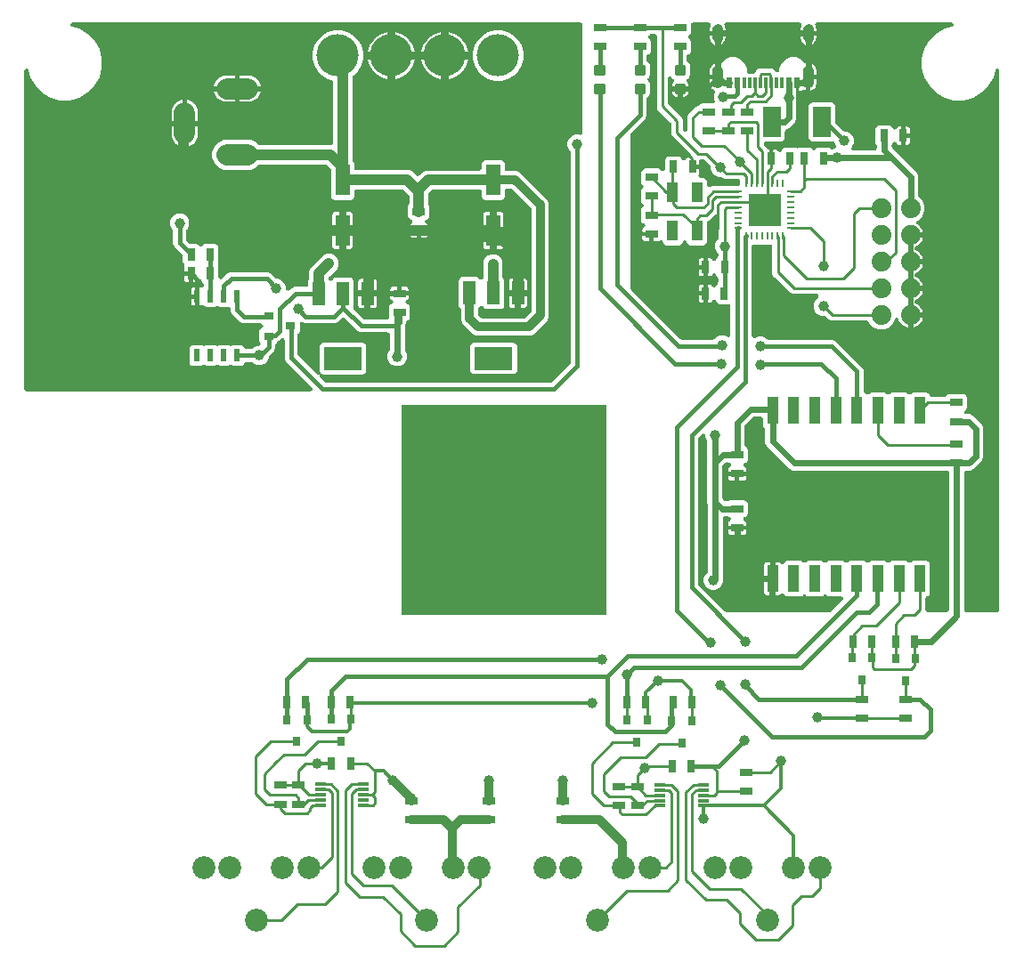
<source format=gbr>
G04 EAGLE Gerber RS-274X export*
G75*
%MOMM*%
%FSLAX34Y34*%
%LPD*%
%INTop Copper*%
%IPPOS*%
%AMOC8*
5,1,8,0,0,1.08239X$1,22.5*%
G01*
%ADD10R,19.500000X20.000000*%
%ADD11R,1.200000X0.800000*%
%ADD12R,1.100000X2.600000*%
%ADD13R,0.800000X0.284600*%
%ADD14R,0.284600X0.800000*%
%ADD15R,3.150000X3.150000*%
%ADD16R,1.100000X1.900000*%
%ADD17R,0.800000X1.200000*%
%ADD18R,0.300000X1.000000*%
%ADD19R,0.600000X1.000000*%
%ADD20C,0.908000*%
%ADD21R,1.676400X2.895600*%
%ADD22C,1.879600*%
%ADD23R,1.219200X2.235200*%
%ADD24R,3.600000X2.200000*%
%ADD25R,1.400000X3.000000*%
%ADD26C,2.184400*%
%ADD27R,1.000000X0.300000*%
%ADD28R,0.800000X0.900000*%
%ADD29R,0.900000X0.800000*%
%ADD30R,0.600000X1.200000*%
%ADD31C,4.000000*%
%ADD32C,2.000000*%
%ADD33C,0.300000*%
%ADD34C,0.609600*%
%ADD35C,0.254000*%
%ADD36C,0.406400*%
%ADD37C,1.016000*%
%ADD38C,1.006400*%
%ADD39C,0.304800*%
%ADD40C,1.270000*%
%ADD41C,0.812800*%

G36*
X283514Y537970D02*
X283514Y537970D01*
X283523Y537969D01*
X283716Y537990D01*
X283906Y538009D01*
X283914Y538011D01*
X283923Y538012D01*
X284108Y538071D01*
X284291Y538127D01*
X284299Y538131D01*
X284307Y538134D01*
X284475Y538227D01*
X284645Y538319D01*
X284652Y538324D01*
X284660Y538329D01*
X284807Y538453D01*
X284954Y538576D01*
X284960Y538583D01*
X284967Y538589D01*
X285086Y538741D01*
X285206Y538890D01*
X285211Y538898D01*
X285216Y538905D01*
X285304Y539078D01*
X285392Y539247D01*
X285394Y539256D01*
X285398Y539264D01*
X285450Y539450D01*
X285503Y539634D01*
X285504Y539643D01*
X285506Y539652D01*
X285521Y539845D01*
X285536Y540036D01*
X285535Y540044D01*
X285536Y540053D01*
X285512Y540246D01*
X285489Y540435D01*
X285487Y540444D01*
X285485Y540453D01*
X285424Y540635D01*
X285364Y540818D01*
X285360Y540826D01*
X285357Y540834D01*
X285261Y541001D01*
X285167Y541169D01*
X285161Y541176D01*
X285156Y541183D01*
X284942Y541436D01*
X261832Y564546D01*
X259831Y566546D01*
X258903Y568787D01*
X258903Y586377D01*
X258902Y586386D01*
X258903Y586395D01*
X258882Y586587D01*
X258863Y586778D01*
X258861Y586787D01*
X258860Y586795D01*
X258802Y586978D01*
X258745Y587163D01*
X258741Y587171D01*
X258738Y587179D01*
X258645Y587348D01*
X258553Y587517D01*
X258548Y587524D01*
X258543Y587532D01*
X258419Y587678D01*
X258296Y587826D01*
X258289Y587832D01*
X258283Y587839D01*
X258131Y587958D01*
X257982Y588078D01*
X257974Y588083D01*
X257967Y588088D01*
X257795Y588176D01*
X257625Y588264D01*
X257616Y588266D01*
X257608Y588271D01*
X257422Y588322D01*
X257238Y588375D01*
X257229Y588376D01*
X257220Y588379D01*
X257028Y588393D01*
X256836Y588408D01*
X256828Y588407D01*
X256819Y588408D01*
X256626Y588384D01*
X256437Y588361D01*
X256428Y588359D01*
X256419Y588357D01*
X256236Y588296D01*
X256054Y588237D01*
X256046Y588232D01*
X256038Y588229D01*
X255872Y588134D01*
X255703Y588039D01*
X255696Y588033D01*
X255689Y588028D01*
X255436Y587814D01*
X253454Y585831D01*
X252795Y585559D01*
X252771Y585546D01*
X252746Y585538D01*
X252594Y585451D01*
X252440Y585369D01*
X252420Y585352D01*
X252396Y585338D01*
X252264Y585223D01*
X252130Y585112D01*
X252113Y585091D01*
X252093Y585074D01*
X251987Y584936D01*
X251876Y584800D01*
X251864Y584776D01*
X251847Y584755D01*
X251696Y584459D01*
X251546Y584098D01*
X250692Y583243D01*
X250675Y583223D01*
X250654Y583205D01*
X250547Y583067D01*
X250437Y582932D01*
X250424Y582908D01*
X250408Y582887D01*
X250330Y582730D01*
X250248Y582576D01*
X250240Y582551D01*
X250228Y582526D01*
X250183Y582357D01*
X250133Y582190D01*
X250131Y582164D01*
X250124Y582138D01*
X250097Y581807D01*
X250097Y578787D01*
X249169Y576546D01*
X244592Y571970D01*
X244575Y571949D01*
X244554Y571931D01*
X244447Y571793D01*
X244337Y571658D01*
X244324Y571634D01*
X244308Y571613D01*
X244230Y571456D01*
X244148Y571302D01*
X244140Y571277D01*
X244128Y571253D01*
X244083Y571083D01*
X244033Y570916D01*
X244031Y570890D01*
X244024Y570864D01*
X243997Y570533D01*
X243997Y570090D01*
X242612Y566747D01*
X240053Y564188D01*
X236710Y562803D01*
X233090Y562803D01*
X229747Y564188D01*
X228727Y565208D01*
X228706Y565225D01*
X228689Y565246D01*
X228551Y565353D01*
X228415Y565463D01*
X228392Y565476D01*
X228371Y565492D01*
X228214Y565570D01*
X228060Y565652D01*
X228034Y565660D01*
X228010Y565672D01*
X227841Y565717D01*
X227674Y565767D01*
X227647Y565769D01*
X227621Y565776D01*
X227291Y565803D01*
X222267Y565803D01*
X222245Y565801D01*
X222222Y565803D01*
X222045Y565781D01*
X221866Y565763D01*
X221845Y565757D01*
X221823Y565754D01*
X221653Y565698D01*
X221481Y565645D01*
X221462Y565635D01*
X221440Y565628D01*
X221285Y565539D01*
X221127Y565453D01*
X221110Y565439D01*
X221091Y565428D01*
X220955Y565310D01*
X220818Y565196D01*
X220804Y565178D01*
X220787Y565164D01*
X220678Y565022D01*
X220566Y564882D01*
X220555Y564862D01*
X220542Y564844D01*
X220390Y564549D01*
X219996Y563598D01*
X218852Y562454D01*
X217359Y561835D01*
X209741Y561835D01*
X207977Y562566D01*
X207952Y562574D01*
X207928Y562586D01*
X207759Y562632D01*
X207592Y562682D01*
X207565Y562685D01*
X207539Y562692D01*
X207365Y562704D01*
X207191Y562721D01*
X207164Y562718D01*
X207138Y562720D01*
X206965Y562697D01*
X206791Y562679D01*
X206765Y562671D01*
X206739Y562668D01*
X206423Y562566D01*
X204659Y561835D01*
X197041Y561835D01*
X195277Y562566D01*
X195252Y562574D01*
X195228Y562586D01*
X195059Y562632D01*
X194892Y562682D01*
X194865Y562685D01*
X194839Y562692D01*
X194665Y562704D01*
X194491Y562721D01*
X194464Y562718D01*
X194438Y562720D01*
X194265Y562697D01*
X194091Y562679D01*
X194065Y562671D01*
X194039Y562668D01*
X193723Y562566D01*
X191959Y561835D01*
X184341Y561835D01*
X182577Y562566D01*
X182552Y562574D01*
X182528Y562586D01*
X182359Y562632D01*
X182192Y562682D01*
X182165Y562685D01*
X182139Y562692D01*
X181965Y562704D01*
X181791Y562721D01*
X181764Y562718D01*
X181738Y562720D01*
X181565Y562697D01*
X181391Y562679D01*
X181365Y562671D01*
X181339Y562668D01*
X181023Y562566D01*
X179259Y561835D01*
X171641Y561835D01*
X170148Y562454D01*
X169004Y563598D01*
X168385Y565091D01*
X168385Y578709D01*
X169004Y580202D01*
X170148Y581346D01*
X171641Y581965D01*
X179259Y581965D01*
X181023Y581234D01*
X181048Y581226D01*
X181072Y581214D01*
X181241Y581168D01*
X181408Y581118D01*
X181435Y581115D01*
X181461Y581108D01*
X181636Y581096D01*
X181809Y581079D01*
X181835Y581082D01*
X181862Y581080D01*
X182036Y581103D01*
X182209Y581121D01*
X182235Y581129D01*
X182261Y581132D01*
X182577Y581234D01*
X184341Y581965D01*
X191959Y581965D01*
X193723Y581234D01*
X193748Y581226D01*
X193772Y581214D01*
X193941Y581168D01*
X194108Y581118D01*
X194135Y581115D01*
X194161Y581108D01*
X194336Y581096D01*
X194509Y581079D01*
X194535Y581082D01*
X194562Y581080D01*
X194736Y581103D01*
X194909Y581121D01*
X194935Y581129D01*
X194961Y581132D01*
X195277Y581234D01*
X197041Y581965D01*
X204659Y581965D01*
X206423Y581234D01*
X206448Y581226D01*
X206472Y581214D01*
X206641Y581168D01*
X206808Y581118D01*
X206835Y581115D01*
X206861Y581108D01*
X207036Y581096D01*
X207209Y581079D01*
X207235Y581082D01*
X207262Y581080D01*
X207436Y581103D01*
X207609Y581121D01*
X207635Y581129D01*
X207661Y581132D01*
X207977Y581234D01*
X209741Y581965D01*
X217359Y581965D01*
X218852Y581346D01*
X219996Y580202D01*
X220390Y579251D01*
X220401Y579231D01*
X220408Y579210D01*
X220496Y579054D01*
X220580Y578896D01*
X220595Y578879D01*
X220606Y578859D01*
X220722Y578724D01*
X220837Y578585D01*
X220854Y578571D01*
X220869Y578554D01*
X221010Y578445D01*
X221149Y578332D01*
X221169Y578321D01*
X221187Y578308D01*
X221348Y578228D01*
X221506Y578145D01*
X221527Y578138D01*
X221547Y578128D01*
X221721Y578082D01*
X221892Y578032D01*
X221915Y578030D01*
X221936Y578024D01*
X222267Y577997D01*
X227291Y577997D01*
X227317Y577999D01*
X227344Y577997D01*
X227518Y578019D01*
X227691Y578037D01*
X227717Y578044D01*
X227743Y578048D01*
X227909Y578104D01*
X228076Y578155D01*
X228100Y578168D01*
X228125Y578176D01*
X228276Y578263D01*
X228430Y578347D01*
X228451Y578364D01*
X228474Y578377D01*
X228727Y578592D01*
X229747Y579612D01*
X233090Y580997D01*
X233899Y580997D01*
X233912Y580998D01*
X233925Y580997D01*
X234111Y581018D01*
X234299Y581037D01*
X234312Y581041D01*
X234325Y581042D01*
X234503Y581099D01*
X234684Y581155D01*
X234696Y581161D01*
X234709Y581165D01*
X234873Y581257D01*
X235038Y581347D01*
X235048Y581355D01*
X235060Y581362D01*
X235204Y581485D01*
X235347Y581604D01*
X235356Y581615D01*
X235366Y581623D01*
X235482Y581772D01*
X235600Y581918D01*
X235606Y581930D01*
X235614Y581940D01*
X235698Y582108D01*
X235785Y582275D01*
X235789Y582288D01*
X235795Y582300D01*
X235845Y582482D01*
X235897Y582662D01*
X235898Y582676D01*
X235901Y582689D01*
X235914Y582875D01*
X235929Y583064D01*
X235928Y583077D01*
X235929Y583090D01*
X235904Y583277D01*
X235883Y583463D01*
X235878Y583476D01*
X235877Y583489D01*
X235775Y583805D01*
X235035Y585591D01*
X235035Y595209D01*
X235654Y596702D01*
X236798Y597846D01*
X237226Y598023D01*
X237234Y598028D01*
X237242Y598030D01*
X237412Y598123D01*
X237581Y598214D01*
X237588Y598219D01*
X237596Y598224D01*
X237743Y598348D01*
X237891Y598470D01*
X237897Y598477D01*
X237904Y598483D01*
X238023Y598633D01*
X238145Y598783D01*
X238149Y598791D01*
X238155Y598798D01*
X238243Y598969D01*
X238332Y599139D01*
X238334Y599148D01*
X238339Y599156D01*
X238391Y599342D01*
X238445Y599526D01*
X238446Y599534D01*
X238448Y599543D01*
X238463Y599735D01*
X238480Y599927D01*
X238479Y599936D01*
X238479Y599945D01*
X238456Y600136D01*
X238435Y600327D01*
X238432Y600335D01*
X238431Y600344D01*
X238370Y600527D01*
X238311Y600710D01*
X238307Y600718D01*
X238304Y600726D01*
X238208Y600895D01*
X238115Y601062D01*
X238109Y601068D01*
X238105Y601076D01*
X237979Y601220D01*
X237853Y601367D01*
X237846Y601373D01*
X237840Y601380D01*
X237690Y601495D01*
X237536Y601616D01*
X237528Y601620D01*
X237521Y601625D01*
X237226Y601777D01*
X236797Y601954D01*
X236443Y602308D01*
X236423Y602325D01*
X236405Y602346D01*
X236267Y602453D01*
X236132Y602563D01*
X236108Y602576D01*
X236087Y602592D01*
X235930Y602670D01*
X235776Y602752D01*
X235751Y602760D01*
X235726Y602772D01*
X235557Y602817D01*
X235390Y602867D01*
X235364Y602869D01*
X235338Y602876D01*
X235007Y602903D01*
X218787Y602903D01*
X216546Y603831D01*
X208381Y611996D01*
X207453Y614237D01*
X207453Y615953D01*
X207452Y615966D01*
X207453Y615980D01*
X207432Y616167D01*
X207413Y616354D01*
X207409Y616366D01*
X207408Y616380D01*
X207350Y616559D01*
X207295Y616738D01*
X207289Y616750D01*
X207285Y616763D01*
X207193Y616927D01*
X207103Y617092D01*
X207095Y617103D01*
X207088Y617115D01*
X206966Y617258D01*
X206846Y617402D01*
X206835Y617410D01*
X206826Y617420D01*
X206678Y617537D01*
X206532Y617654D01*
X206520Y617660D01*
X206509Y617669D01*
X206340Y617754D01*
X206175Y617840D01*
X206162Y617843D01*
X206150Y617849D01*
X205968Y617899D01*
X205788Y617951D01*
X205774Y617952D01*
X205761Y617956D01*
X205575Y617968D01*
X205386Y617984D01*
X205373Y617982D01*
X205360Y617983D01*
X205173Y617959D01*
X204987Y617937D01*
X204974Y617933D01*
X204960Y617931D01*
X204662Y617835D01*
X197041Y617835D01*
X195277Y618566D01*
X195252Y618574D01*
X195228Y618586D01*
X195059Y618632D01*
X194892Y618682D01*
X194865Y618685D01*
X194839Y618692D01*
X194664Y618704D01*
X194491Y618721D01*
X194465Y618718D01*
X194438Y618720D01*
X194264Y618697D01*
X194091Y618679D01*
X194065Y618671D01*
X194039Y618668D01*
X193723Y618566D01*
X191959Y617835D01*
X184341Y617835D01*
X182848Y618454D01*
X182015Y619286D01*
X181895Y619384D01*
X181780Y619488D01*
X181740Y619512D01*
X181704Y619541D01*
X181567Y619614D01*
X181433Y619693D01*
X181389Y619708D01*
X181348Y619730D01*
X181200Y619774D01*
X181053Y619825D01*
X181007Y619831D01*
X180962Y619845D01*
X180808Y619859D01*
X180654Y619880D01*
X180608Y619877D01*
X180561Y619881D01*
X180407Y619864D01*
X180252Y619855D01*
X180207Y619843D01*
X180161Y619838D01*
X180013Y619791D01*
X179863Y619751D01*
X179816Y619728D01*
X179777Y619716D01*
X179701Y619674D01*
X179563Y619609D01*
X179431Y619532D01*
X178785Y619359D01*
X177481Y619359D01*
X177481Y627900D01*
X177481Y636441D01*
X178784Y636441D01*
X179346Y636290D01*
X179427Y636277D01*
X179506Y636254D01*
X179626Y636244D01*
X179744Y636225D01*
X179826Y636228D01*
X179908Y636221D01*
X180026Y636235D01*
X180146Y636240D01*
X180226Y636259D01*
X180307Y636268D01*
X180421Y636305D01*
X180538Y636333D01*
X180612Y636368D01*
X180690Y636393D01*
X180795Y636452D01*
X180903Y636502D01*
X180969Y636551D01*
X181041Y636591D01*
X181131Y636669D01*
X181228Y636740D01*
X181283Y636800D01*
X181346Y636854D01*
X181419Y636948D01*
X181500Y637037D01*
X181542Y637107D01*
X181592Y637172D01*
X181646Y637279D01*
X181707Y637382D01*
X181735Y637459D01*
X181772Y637533D01*
X181803Y637648D01*
X181843Y637761D01*
X181855Y637842D01*
X181876Y637922D01*
X181889Y638074D01*
X181901Y638159D01*
X181899Y638200D01*
X181903Y638252D01*
X181903Y639507D01*
X181901Y639534D01*
X181903Y639560D01*
X181881Y639734D01*
X181863Y639908D01*
X181855Y639933D01*
X181852Y639960D01*
X181797Y640125D01*
X181745Y640293D01*
X181732Y640316D01*
X181724Y640341D01*
X181637Y640493D01*
X181553Y640647D01*
X181536Y640667D01*
X181523Y640690D01*
X181308Y640943D01*
X180554Y641698D01*
X180063Y642884D01*
X180026Y642952D01*
X179998Y643025D01*
X179931Y643129D01*
X179873Y643239D01*
X179823Y643299D01*
X179781Y643364D01*
X179695Y643453D01*
X179616Y643549D01*
X179556Y643598D01*
X179502Y643654D01*
X179400Y643725D01*
X179303Y643803D01*
X179235Y643839D01*
X179171Y643883D01*
X179057Y643932D01*
X178947Y643990D01*
X178872Y644012D01*
X178801Y644042D01*
X178680Y644068D01*
X178561Y644103D01*
X178483Y644110D01*
X178407Y644126D01*
X178283Y644127D01*
X178159Y644138D01*
X178082Y644129D01*
X178004Y644130D01*
X177883Y644106D01*
X177759Y644092D01*
X177685Y644069D01*
X177609Y644054D01*
X177494Y644007D01*
X177376Y643969D01*
X177308Y643931D01*
X177236Y643902D01*
X177133Y643833D01*
X177025Y643773D01*
X176965Y643722D01*
X176901Y643679D01*
X176813Y643592D01*
X176719Y643511D01*
X176671Y643450D01*
X176616Y643395D01*
X176524Y643262D01*
X176471Y643194D01*
X176454Y643161D01*
X176427Y643122D01*
X176033Y642440D01*
X175560Y641967D01*
X174981Y641632D01*
X174335Y641459D01*
X172031Y641459D01*
X172031Y650000D01*
X172030Y650017D01*
X172031Y650035D01*
X172010Y650218D01*
X171991Y650400D01*
X171986Y650417D01*
X171984Y650435D01*
X171927Y650610D01*
X171873Y650785D01*
X171865Y650801D01*
X171859Y650818D01*
X171769Y650978D01*
X171682Y651139D01*
X171670Y651153D01*
X171661Y651168D01*
X171541Y651308D01*
X171424Y651448D01*
X171424Y651449D01*
X171423Y651449D01*
X171410Y651460D01*
X171398Y651473D01*
X171398Y651474D01*
X171253Y651586D01*
X171110Y651701D01*
X171094Y651710D01*
X171080Y651720D01*
X170915Y651802D01*
X170752Y651887D01*
X170735Y651892D01*
X170719Y651900D01*
X170541Y651948D01*
X170365Y651998D01*
X170348Y652000D01*
X170330Y652004D01*
X170000Y652031D01*
X163459Y652031D01*
X163459Y656335D01*
X163675Y657140D01*
X163690Y657230D01*
X163714Y657318D01*
X163722Y657428D01*
X163740Y657537D01*
X163737Y657628D01*
X163744Y657719D01*
X163730Y657829D01*
X163726Y657940D01*
X163705Y658028D01*
X163693Y658119D01*
X163658Y658224D01*
X163632Y658331D01*
X163594Y658414D01*
X163565Y658500D01*
X163510Y658596D01*
X163463Y658697D01*
X163410Y658770D01*
X163364Y658849D01*
X163275Y658954D01*
X163226Y659022D01*
X163190Y659054D01*
X163149Y659102D01*
X162554Y659698D01*
X161935Y661191D01*
X161935Y666601D01*
X161933Y666628D01*
X161935Y666655D01*
X161913Y666828D01*
X161895Y667002D01*
X161888Y667027D01*
X161884Y667054D01*
X161829Y667220D01*
X161777Y667387D01*
X161764Y667410D01*
X161756Y667436D01*
X161669Y667587D01*
X161585Y667741D01*
X161568Y667761D01*
X161555Y667785D01*
X161340Y668038D01*
X153831Y675546D01*
X152903Y677787D01*
X152903Y690391D01*
X152901Y690417D01*
X152903Y690444D01*
X152881Y690618D01*
X152863Y690791D01*
X152856Y690817D01*
X152852Y690843D01*
X152797Y691009D01*
X152745Y691176D01*
X152732Y691200D01*
X152724Y691225D01*
X152637Y691377D01*
X152553Y691530D01*
X152536Y691551D01*
X152523Y691574D01*
X152308Y691827D01*
X151288Y692847D01*
X149903Y696190D01*
X149903Y699810D01*
X151288Y703153D01*
X153847Y705712D01*
X157190Y707097D01*
X160810Y707097D01*
X164153Y705712D01*
X166712Y703153D01*
X168097Y699810D01*
X168097Y696190D01*
X166712Y692847D01*
X165692Y691827D01*
X165675Y691806D01*
X165654Y691789D01*
X165547Y691651D01*
X165437Y691515D01*
X165424Y691492D01*
X165408Y691471D01*
X165330Y691314D01*
X165248Y691160D01*
X165240Y691134D01*
X165228Y691110D01*
X165183Y690941D01*
X165133Y690774D01*
X165131Y690747D01*
X165124Y690721D01*
X165097Y690391D01*
X165097Y682367D01*
X165099Y682340D01*
X165097Y682313D01*
X165119Y682140D01*
X165137Y681966D01*
X165144Y681941D01*
X165148Y681914D01*
X165203Y681748D01*
X165255Y681581D01*
X165268Y681558D01*
X165276Y681532D01*
X165363Y681381D01*
X165447Y681227D01*
X165464Y681207D01*
X165477Y681183D01*
X165692Y680930D01*
X167962Y678660D01*
X167983Y678643D01*
X168001Y678622D01*
X168139Y678515D01*
X168274Y678405D01*
X168298Y678392D01*
X168319Y678376D01*
X168476Y678298D01*
X168630Y678216D01*
X168655Y678208D01*
X168679Y678196D01*
X168849Y678151D01*
X169016Y678101D01*
X169042Y678099D01*
X169068Y678092D01*
X169399Y678065D01*
X174809Y678065D01*
X176302Y677446D01*
X177564Y676185D01*
X177578Y676173D01*
X177589Y676160D01*
X177734Y676045D01*
X177875Y675930D01*
X177891Y675921D01*
X177905Y675910D01*
X178069Y675827D01*
X178231Y675741D01*
X178248Y675736D01*
X178264Y675728D01*
X178441Y675678D01*
X178617Y675626D01*
X178635Y675625D01*
X178652Y675620D01*
X178835Y675606D01*
X179018Y675590D01*
X179036Y675592D01*
X179053Y675590D01*
X179235Y675613D01*
X179418Y675633D01*
X179435Y675639D01*
X179453Y675641D01*
X179627Y675699D01*
X179802Y675755D01*
X179818Y675763D01*
X179834Y675769D01*
X179993Y675861D01*
X180154Y675950D01*
X180168Y675961D01*
X180183Y675970D01*
X180436Y676185D01*
X181697Y677446D01*
X183191Y678065D01*
X192809Y678065D01*
X194302Y677446D01*
X195446Y676302D01*
X196065Y674809D01*
X196065Y661191D01*
X195479Y659777D01*
X195471Y659752D01*
X195459Y659728D01*
X195413Y659559D01*
X195363Y659392D01*
X195360Y659365D01*
X195353Y659339D01*
X195341Y659165D01*
X195324Y658991D01*
X195327Y658964D01*
X195325Y658938D01*
X195348Y658765D01*
X195366Y658591D01*
X195374Y658565D01*
X195377Y658539D01*
X195479Y658223D01*
X196065Y656808D01*
X196065Y646591D01*
X196066Y646582D01*
X196065Y646573D01*
X196086Y646381D01*
X196105Y646190D01*
X196107Y646181D01*
X196108Y646173D01*
X196166Y645990D01*
X196223Y645805D01*
X196227Y645797D01*
X196230Y645789D01*
X196323Y645620D01*
X196415Y645451D01*
X196420Y645444D01*
X196425Y645436D01*
X196549Y645289D01*
X196672Y645142D01*
X196679Y645136D01*
X196685Y645129D01*
X196836Y645010D01*
X196986Y644890D01*
X196994Y644885D01*
X197001Y644880D01*
X197174Y644792D01*
X197343Y644704D01*
X197352Y644702D01*
X197360Y644697D01*
X197546Y644646D01*
X197730Y644593D01*
X197739Y644592D01*
X197748Y644589D01*
X197941Y644575D01*
X198132Y644560D01*
X198140Y644561D01*
X198149Y644560D01*
X198342Y644584D01*
X198531Y644607D01*
X198540Y644609D01*
X198549Y644611D01*
X198732Y644672D01*
X198914Y644731D01*
X198922Y644736D01*
X198930Y644739D01*
X199097Y644835D01*
X199265Y644929D01*
X199272Y644935D01*
X199279Y644940D01*
X199532Y645154D01*
X204546Y650169D01*
X206787Y651097D01*
X243213Y651097D01*
X245454Y650169D01*
X249930Y645692D01*
X249951Y645675D01*
X249969Y645654D01*
X250107Y645547D01*
X250242Y645437D01*
X250266Y645424D01*
X250287Y645408D01*
X250444Y645330D01*
X250598Y645248D01*
X250623Y645240D01*
X250647Y645228D01*
X250817Y645183D01*
X250984Y645133D01*
X251010Y645131D01*
X251036Y645124D01*
X251367Y645097D01*
X252810Y645097D01*
X256153Y643712D01*
X258712Y641153D01*
X260097Y637810D01*
X260097Y635623D01*
X260098Y635614D01*
X260097Y635605D01*
X260118Y635413D01*
X260137Y635222D01*
X260139Y635213D01*
X260140Y635205D01*
X260198Y635022D01*
X260255Y634837D01*
X260259Y634829D01*
X260262Y634821D01*
X260355Y634652D01*
X260447Y634483D01*
X260452Y634476D01*
X260457Y634468D01*
X260582Y634321D01*
X260704Y634174D01*
X260711Y634168D01*
X260717Y634161D01*
X260869Y634042D01*
X261018Y633922D01*
X261026Y633917D01*
X261033Y633912D01*
X261205Y633824D01*
X261375Y633736D01*
X261384Y633734D01*
X261392Y633729D01*
X261578Y633678D01*
X261762Y633625D01*
X261771Y633624D01*
X261780Y633621D01*
X261972Y633607D01*
X262164Y633592D01*
X262172Y633593D01*
X262181Y633592D01*
X262374Y633616D01*
X262563Y633639D01*
X262572Y633641D01*
X262581Y633643D01*
X262764Y633704D01*
X262946Y633763D01*
X262954Y633768D01*
X262962Y633771D01*
X263128Y633866D01*
X263297Y633961D01*
X263304Y633967D01*
X263311Y633972D01*
X263564Y634186D01*
X265535Y636157D01*
X267775Y637085D01*
X279094Y637085D01*
X279112Y637087D01*
X279130Y637085D01*
X279312Y637106D01*
X279495Y637125D01*
X279512Y637130D01*
X279529Y637132D01*
X279704Y637189D01*
X279880Y637243D01*
X279895Y637251D01*
X279912Y637257D01*
X280072Y637347D01*
X280234Y637435D01*
X280247Y637446D01*
X280263Y637455D01*
X280402Y637575D01*
X280543Y637692D01*
X280554Y637706D01*
X280568Y637718D01*
X280680Y637863D01*
X280795Y638006D01*
X280803Y638022D01*
X280814Y638036D01*
X280896Y638201D01*
X280981Y638363D01*
X280986Y638380D01*
X280994Y638396D01*
X281041Y638575D01*
X281092Y638750D01*
X281094Y638768D01*
X281098Y638785D01*
X281125Y639116D01*
X281125Y642973D01*
X281781Y644555D01*
X281801Y644580D01*
X281814Y644604D01*
X281830Y644625D01*
X281908Y644781D01*
X281990Y644936D01*
X281998Y644961D01*
X282010Y644986D01*
X282055Y645154D01*
X282105Y645321D01*
X282107Y645348D01*
X282114Y645374D01*
X282141Y645705D01*
X282141Y651605D01*
X283533Y654966D01*
X286391Y657824D01*
X286392Y657824D01*
X295820Y667253D01*
X299181Y668645D01*
X302819Y668645D01*
X306180Y667253D01*
X308753Y664680D01*
X310145Y661319D01*
X310145Y657681D01*
X308753Y654320D01*
X301223Y646790D01*
X301209Y646773D01*
X301192Y646758D01*
X301081Y646617D01*
X300968Y646479D01*
X300957Y646459D01*
X300943Y646441D01*
X300863Y646281D01*
X300779Y646123D01*
X300773Y646102D01*
X300763Y646082D01*
X300715Y645909D01*
X300664Y645737D01*
X300662Y645715D01*
X300656Y645693D01*
X300644Y645514D01*
X300628Y645336D01*
X300630Y645314D01*
X300629Y645292D01*
X300652Y645115D01*
X300671Y644936D01*
X300678Y644914D01*
X300681Y644892D01*
X300782Y644576D01*
X300966Y644132D01*
X300971Y644124D01*
X300973Y644116D01*
X301066Y643946D01*
X301157Y643777D01*
X301162Y643770D01*
X301167Y643763D01*
X301291Y643615D01*
X301413Y643467D01*
X301420Y643461D01*
X301426Y643454D01*
X301576Y643335D01*
X301726Y643213D01*
X301734Y643209D01*
X301741Y643203D01*
X301912Y643116D01*
X302082Y643026D01*
X302091Y643024D01*
X302099Y643020D01*
X302285Y642967D01*
X302469Y642913D01*
X302477Y642912D01*
X302486Y642910D01*
X302679Y642895D01*
X302870Y642878D01*
X302879Y642879D01*
X302888Y642879D01*
X303079Y642902D01*
X303270Y642924D01*
X303278Y642926D01*
X303287Y642927D01*
X303470Y642988D01*
X303653Y643047D01*
X303661Y643051D01*
X303669Y643054D01*
X303836Y643149D01*
X304005Y643243D01*
X304011Y643249D01*
X304019Y643253D01*
X304163Y643379D01*
X304310Y643505D01*
X304316Y643512D01*
X304323Y643518D01*
X304441Y643671D01*
X304559Y643822D01*
X304563Y643830D01*
X304568Y643837D01*
X304720Y644132D01*
X304858Y644467D01*
X306002Y645610D01*
X307495Y646229D01*
X321305Y646229D01*
X322798Y645610D01*
X323942Y644466D01*
X324561Y642973D01*
X324561Y619003D01*
X324160Y618036D01*
X324153Y618014D01*
X324143Y617994D01*
X324095Y617822D01*
X324043Y617650D01*
X324041Y617628D01*
X324035Y617606D01*
X324022Y617427D01*
X324005Y617249D01*
X324008Y617227D01*
X324006Y617205D01*
X324028Y617027D01*
X324047Y616849D01*
X324054Y616828D01*
X324056Y616806D01*
X324113Y616636D01*
X324167Y616465D01*
X324177Y616445D01*
X324185Y616424D01*
X324274Y616268D01*
X324360Y616111D01*
X324374Y616094D01*
X324385Y616075D01*
X324600Y615822D01*
X333730Y606692D01*
X333751Y606675D01*
X333769Y606654D01*
X333907Y606547D01*
X334042Y606437D01*
X334066Y606424D01*
X334087Y606408D01*
X334244Y606330D01*
X334398Y606248D01*
X334423Y606240D01*
X334447Y606228D01*
X334617Y606183D01*
X334784Y606133D01*
X334810Y606131D01*
X334836Y606124D01*
X335167Y606097D01*
X355904Y606097D01*
X355922Y606099D01*
X355940Y606097D01*
X356122Y606118D01*
X356305Y606137D01*
X356322Y606142D01*
X356339Y606144D01*
X356514Y606201D01*
X356690Y606255D01*
X356705Y606263D01*
X356722Y606269D01*
X356882Y606359D01*
X357044Y606447D01*
X357057Y606458D01*
X357073Y606467D01*
X357212Y606587D01*
X357353Y606704D01*
X357364Y606718D01*
X357378Y606730D01*
X357490Y606875D01*
X357605Y607018D01*
X357613Y607034D01*
X357624Y607048D01*
X357706Y607213D01*
X357791Y607375D01*
X357796Y607392D01*
X357804Y607408D01*
X357851Y607587D01*
X357902Y607762D01*
X357904Y607780D01*
X357908Y607797D01*
X357935Y608128D01*
X357935Y617809D01*
X358554Y619302D01*
X359698Y620446D01*
X360884Y620937D01*
X360952Y620974D01*
X361025Y621002D01*
X361129Y621069D01*
X361239Y621127D01*
X361299Y621177D01*
X361364Y621219D01*
X361453Y621305D01*
X361549Y621384D01*
X361598Y621444D01*
X361654Y621498D01*
X361725Y621600D01*
X361803Y621697D01*
X361839Y621765D01*
X361883Y621829D01*
X361932Y621943D01*
X361990Y622053D01*
X362012Y622128D01*
X362042Y622199D01*
X362068Y622320D01*
X362103Y622439D01*
X362110Y622517D01*
X362126Y622593D01*
X362127Y622717D01*
X362138Y622841D01*
X362129Y622918D01*
X362130Y622996D01*
X362106Y623117D01*
X362092Y623241D01*
X362069Y623315D01*
X362054Y623391D01*
X362007Y623506D01*
X361969Y623624D01*
X361931Y623692D01*
X361902Y623764D01*
X361833Y623867D01*
X361773Y623975D01*
X361722Y624035D01*
X361679Y624099D01*
X361592Y624187D01*
X361511Y624281D01*
X361450Y624329D01*
X361395Y624384D01*
X361262Y624476D01*
X361194Y624529D01*
X361161Y624546D01*
X361122Y624573D01*
X360440Y624967D01*
X359967Y625440D01*
X359632Y626019D01*
X359459Y626665D01*
X359459Y628969D01*
X368000Y628969D01*
X376541Y628969D01*
X376541Y626665D01*
X376368Y626019D01*
X376033Y625440D01*
X375560Y624967D01*
X374878Y624573D01*
X374815Y624528D01*
X374747Y624490D01*
X374652Y624411D01*
X374551Y624338D01*
X374498Y624281D01*
X374438Y624231D01*
X374361Y624134D01*
X374277Y624043D01*
X374236Y623977D01*
X374187Y623916D01*
X374131Y623806D01*
X374066Y623700D01*
X374039Y623627D01*
X374004Y623558D01*
X373970Y623439D01*
X373927Y623322D01*
X373915Y623246D01*
X373894Y623171D01*
X373884Y623047D01*
X373865Y622925D01*
X373869Y622847D01*
X373863Y622769D01*
X373878Y622646D01*
X373883Y622522D01*
X373902Y622447D01*
X373911Y622370D01*
X373950Y622252D01*
X373980Y622132D01*
X374013Y622061D01*
X374038Y621988D01*
X374099Y621880D01*
X374152Y621768D01*
X374199Y621705D01*
X374237Y621638D01*
X374319Y621544D01*
X374393Y621445D01*
X374451Y621393D01*
X374502Y621334D01*
X374600Y621259D01*
X374692Y621176D01*
X374759Y621136D01*
X374821Y621089D01*
X374964Y621015D01*
X375039Y620971D01*
X375074Y620959D01*
X375116Y620937D01*
X376302Y620446D01*
X377446Y619302D01*
X378065Y617809D01*
X378065Y608191D01*
X377446Y606698D01*
X376302Y605554D01*
X375351Y605160D01*
X375331Y605149D01*
X375310Y605142D01*
X375154Y605054D01*
X374996Y604970D01*
X374979Y604955D01*
X374959Y604944D01*
X374824Y604828D01*
X374685Y604713D01*
X374671Y604696D01*
X374654Y604681D01*
X374545Y604540D01*
X374432Y604401D01*
X374421Y604381D01*
X374408Y604363D01*
X374328Y604202D01*
X374245Y604044D01*
X374238Y604023D01*
X374228Y604003D01*
X374182Y603829D01*
X374132Y603658D01*
X374130Y603635D01*
X374124Y603614D01*
X374097Y603283D01*
X374097Y602787D01*
X373267Y600785D01*
X373258Y600755D01*
X373244Y600727D01*
X373200Y600562D01*
X373151Y600400D01*
X373148Y600369D01*
X373140Y600338D01*
X373113Y600008D01*
X373113Y577593D01*
X373115Y577567D01*
X373113Y577540D01*
X373135Y577366D01*
X373153Y577193D01*
X373160Y577167D01*
X373164Y577141D01*
X373219Y576975D01*
X373271Y576808D01*
X373284Y576784D01*
X373292Y576759D01*
X373379Y576607D01*
X373463Y576454D01*
X373480Y576433D01*
X373493Y576410D01*
X373708Y576157D01*
X373712Y576153D01*
X375097Y572810D01*
X375097Y569190D01*
X373712Y565847D01*
X371153Y563288D01*
X368492Y562186D01*
X368491Y562186D01*
X367810Y561903D01*
X364190Y561903D01*
X360847Y563288D01*
X358288Y565847D01*
X356903Y569190D01*
X356903Y572810D01*
X358288Y576153D01*
X358292Y576157D01*
X358309Y576178D01*
X358330Y576195D01*
X358437Y576333D01*
X358547Y576469D01*
X358560Y576492D01*
X358576Y576513D01*
X358654Y576670D01*
X358736Y576824D01*
X358744Y576850D01*
X358756Y576874D01*
X358801Y577043D01*
X358851Y577210D01*
X358853Y577237D01*
X358860Y577263D01*
X358887Y577593D01*
X358887Y591872D01*
X358885Y591890D01*
X358887Y591908D01*
X358866Y592090D01*
X358847Y592273D01*
X358842Y592290D01*
X358840Y592307D01*
X358783Y592482D01*
X358729Y592658D01*
X358721Y592673D01*
X358715Y592690D01*
X358625Y592850D01*
X358537Y593012D01*
X358526Y593025D01*
X358517Y593041D01*
X358397Y593180D01*
X358280Y593321D01*
X358266Y593332D01*
X358254Y593346D01*
X358109Y593458D01*
X357966Y593573D01*
X357950Y593581D01*
X357936Y593592D01*
X357771Y593674D01*
X357609Y593759D01*
X357592Y593764D01*
X357576Y593772D01*
X357397Y593819D01*
X357222Y593870D01*
X357204Y593872D01*
X357187Y593876D01*
X356856Y593903D01*
X330587Y593903D01*
X328346Y594831D01*
X315836Y607342D01*
X315822Y607353D01*
X315811Y607367D01*
X315667Y607481D01*
X315525Y607597D01*
X315509Y607605D01*
X315495Y607616D01*
X315331Y607699D01*
X315169Y607785D01*
X315152Y607790D01*
X315136Y607798D01*
X314959Y607848D01*
X314783Y607900D01*
X314765Y607902D01*
X314748Y607906D01*
X314565Y607920D01*
X314382Y607936D01*
X314364Y607935D01*
X314347Y607936D01*
X314165Y607913D01*
X313982Y607893D01*
X313965Y607888D01*
X313947Y607885D01*
X313773Y607827D01*
X313598Y607772D01*
X313582Y607763D01*
X313566Y607757D01*
X313407Y607666D01*
X313246Y607577D01*
X313232Y607565D01*
X313217Y607556D01*
X312964Y607342D01*
X311454Y605832D01*
X309454Y603831D01*
X307213Y602903D01*
X277787Y602903D01*
X275973Y603655D01*
X275960Y603659D01*
X275949Y603665D01*
X275769Y603716D01*
X275588Y603771D01*
X275575Y603772D01*
X275562Y603776D01*
X275374Y603791D01*
X275187Y603809D01*
X275174Y603808D01*
X275160Y603809D01*
X274974Y603787D01*
X274787Y603768D01*
X274774Y603764D01*
X274761Y603762D01*
X274582Y603704D01*
X274402Y603648D01*
X274391Y603641D01*
X274378Y603637D01*
X274213Y603544D01*
X274049Y603454D01*
X274039Y603446D01*
X274027Y603439D01*
X273885Y603316D01*
X273741Y603195D01*
X273733Y603185D01*
X273722Y603176D01*
X273608Y603028D01*
X273490Y602881D01*
X273484Y602869D01*
X273476Y602858D01*
X273392Y602690D01*
X273306Y602522D01*
X273302Y602510D01*
X273296Y602498D01*
X273247Y602315D01*
X273196Y602135D01*
X273195Y602122D01*
X273192Y602109D01*
X273165Y601778D01*
X273165Y595091D01*
X272546Y593598D01*
X271692Y592743D01*
X271675Y592723D01*
X271654Y592705D01*
X271547Y592567D01*
X271437Y592432D01*
X271424Y592408D01*
X271408Y592387D01*
X271330Y592230D01*
X271248Y592076D01*
X271240Y592051D01*
X271228Y592026D01*
X271183Y591857D01*
X271133Y591690D01*
X271131Y591664D01*
X271124Y591638D01*
X271097Y591307D01*
X271097Y573367D01*
X271099Y573340D01*
X271097Y573313D01*
X271119Y573139D01*
X271137Y572966D01*
X271144Y572941D01*
X271148Y572914D01*
X271203Y572748D01*
X271255Y572581D01*
X271268Y572558D01*
X271276Y572532D01*
X271363Y572381D01*
X271447Y572227D01*
X271464Y572207D01*
X271477Y572183D01*
X271692Y571930D01*
X289297Y554325D01*
X289300Y554322D01*
X289303Y554319D01*
X289457Y554194D01*
X289608Y554070D01*
X289612Y554068D01*
X289616Y554065D01*
X289793Y553972D01*
X289964Y553882D01*
X289968Y553880D01*
X289972Y553878D01*
X290163Y553822D01*
X290350Y553767D01*
X290354Y553766D01*
X290359Y553765D01*
X290551Y553749D01*
X290751Y553730D01*
X290755Y553731D01*
X290760Y553731D01*
X290950Y553752D01*
X291151Y553774D01*
X291155Y553775D01*
X291160Y553776D01*
X291342Y553834D01*
X291535Y553895D01*
X291539Y553898D01*
X291543Y553899D01*
X291716Y553995D01*
X291887Y554090D01*
X291891Y554093D01*
X291895Y554095D01*
X292046Y554225D01*
X292194Y554351D01*
X292197Y554354D01*
X292200Y554357D01*
X292322Y554513D01*
X292444Y554667D01*
X292446Y554671D01*
X292449Y554674D01*
X292538Y554851D01*
X292626Y555026D01*
X292627Y555030D01*
X292629Y555034D01*
X292681Y555224D01*
X292734Y555413D01*
X292735Y555418D01*
X292736Y555422D01*
X292749Y555615D01*
X292764Y555815D01*
X292763Y555820D01*
X292763Y555824D01*
X292739Y556012D01*
X292713Y556214D01*
X292712Y556219D01*
X292711Y556223D01*
X292610Y556539D01*
X292335Y557201D01*
X292335Y580819D01*
X292954Y582312D01*
X294098Y583456D01*
X295591Y584075D01*
X333209Y584075D01*
X334702Y583456D01*
X335846Y582312D01*
X336465Y580819D01*
X336465Y557201D01*
X335846Y555708D01*
X334702Y554564D01*
X333209Y553945D01*
X295591Y553945D01*
X294929Y554220D01*
X294925Y554221D01*
X294921Y554223D01*
X294729Y554280D01*
X294544Y554336D01*
X294539Y554337D01*
X294535Y554338D01*
X294334Y554356D01*
X294143Y554374D01*
X294138Y554374D01*
X294134Y554374D01*
X293938Y554353D01*
X293742Y554333D01*
X293738Y554331D01*
X293734Y554331D01*
X293551Y554273D01*
X293358Y554213D01*
X293354Y554211D01*
X293350Y554209D01*
X293179Y554115D01*
X293005Y554020D01*
X293001Y554017D01*
X292997Y554015D01*
X292848Y553888D01*
X292697Y553760D01*
X292694Y553757D01*
X292690Y553754D01*
X292570Y553602D01*
X292446Y553446D01*
X292444Y553442D01*
X292441Y553438D01*
X292352Y553263D01*
X292262Y553087D01*
X292260Y553083D01*
X292258Y553079D01*
X292205Y552887D01*
X292152Y552700D01*
X292152Y552696D01*
X292150Y552691D01*
X292136Y552488D01*
X292121Y552299D01*
X292121Y552294D01*
X292121Y552290D01*
X292147Y552087D01*
X292169Y551899D01*
X292171Y551895D01*
X292171Y551890D01*
X292234Y551703D01*
X292296Y551517D01*
X292298Y551513D01*
X292300Y551509D01*
X292399Y551337D01*
X292495Y551167D01*
X292498Y551164D01*
X292501Y551160D01*
X292715Y550907D01*
X296930Y546692D01*
X296951Y546675D01*
X296969Y546654D01*
X297106Y546548D01*
X297242Y546437D01*
X297266Y546424D01*
X297287Y546408D01*
X297443Y546330D01*
X297598Y546248D01*
X297623Y546240D01*
X297647Y546228D01*
X297816Y546183D01*
X297984Y546133D01*
X298010Y546131D01*
X298036Y546124D01*
X298367Y546097D01*
X511633Y546097D01*
X511660Y546099D01*
X511687Y546097D01*
X511860Y546119D01*
X512034Y546137D01*
X512059Y546144D01*
X512086Y546148D01*
X512252Y546203D01*
X512419Y546255D01*
X512442Y546268D01*
X512468Y546276D01*
X512619Y546363D01*
X512773Y546447D01*
X512793Y546464D01*
X512817Y546477D01*
X513070Y546692D01*
X530308Y563930D01*
X530325Y563951D01*
X530346Y563969D01*
X530453Y564107D01*
X530563Y564242D01*
X530576Y564266D01*
X530592Y564287D01*
X530670Y564444D01*
X530752Y564598D01*
X530760Y564623D01*
X530772Y564647D01*
X530817Y564817D01*
X530867Y564984D01*
X530869Y565010D01*
X530876Y565036D01*
X530903Y565367D01*
X530903Y765391D01*
X530901Y765417D01*
X530903Y765444D01*
X530881Y765618D01*
X530863Y765791D01*
X530856Y765817D01*
X530852Y765843D01*
X530797Y766009D01*
X530745Y766176D01*
X530732Y766200D01*
X530724Y766225D01*
X530637Y766377D01*
X530553Y766530D01*
X530536Y766551D01*
X530523Y766574D01*
X530308Y766827D01*
X529288Y767847D01*
X527903Y771190D01*
X527903Y774810D01*
X529288Y778153D01*
X531847Y780712D01*
X535190Y782097D01*
X538809Y782097D01*
X539223Y781926D01*
X539236Y781922D01*
X539247Y781916D01*
X539427Y781864D01*
X539608Y781809D01*
X539621Y781808D01*
X539634Y781804D01*
X539822Y781789D01*
X540009Y781771D01*
X540022Y781772D01*
X540036Y781771D01*
X540223Y781793D01*
X540409Y781813D01*
X540422Y781817D01*
X540435Y781818D01*
X540615Y781877D01*
X540794Y781932D01*
X540805Y781939D01*
X540818Y781943D01*
X540983Y782036D01*
X541147Y782126D01*
X541157Y782134D01*
X541169Y782141D01*
X541311Y782264D01*
X541455Y782385D01*
X541463Y782395D01*
X541474Y782404D01*
X541589Y782553D01*
X541706Y782700D01*
X541712Y782712D01*
X541720Y782722D01*
X541804Y782891D01*
X541890Y783058D01*
X541894Y783071D01*
X541900Y783083D01*
X541948Y783265D01*
X542000Y783445D01*
X542001Y783458D01*
X542004Y783471D01*
X542031Y783802D01*
X542031Y886538D01*
X542029Y886556D01*
X542031Y886574D01*
X542010Y886756D01*
X541991Y886939D01*
X541986Y886956D01*
X541984Y886973D01*
X541927Y887148D01*
X541873Y887324D01*
X541865Y887339D01*
X541859Y887356D01*
X541769Y887516D01*
X541681Y887678D01*
X541670Y887691D01*
X541661Y887707D01*
X541541Y887846D01*
X541424Y887987D01*
X541410Y887998D01*
X541398Y888012D01*
X541253Y888124D01*
X541110Y888239D01*
X541094Y888247D01*
X541080Y888258D01*
X540915Y888340D01*
X540753Y888425D01*
X540736Y888430D01*
X540720Y888438D01*
X540541Y888485D01*
X540366Y888536D01*
X540348Y888538D01*
X540331Y888542D01*
X540000Y888569D01*
X57337Y888569D01*
X57200Y888556D01*
X57063Y888551D01*
X57000Y888536D01*
X56936Y888529D01*
X56805Y888489D01*
X56671Y888457D01*
X56613Y888430D01*
X56551Y888411D01*
X56431Y888346D01*
X56306Y888288D01*
X56254Y888250D01*
X56197Y888219D01*
X56092Y888132D01*
X55981Y888050D01*
X55937Y888003D01*
X55888Y887962D01*
X55802Y887855D01*
X55709Y887753D01*
X55676Y887698D01*
X55636Y887648D01*
X55572Y887526D01*
X55502Y887408D01*
X55480Y887348D01*
X55450Y887291D01*
X55412Y887159D01*
X55366Y887029D01*
X55357Y886966D01*
X55339Y886904D01*
X55328Y886767D01*
X55308Y886631D01*
X55311Y886567D01*
X55306Y886502D01*
X55322Y886366D01*
X55329Y886229D01*
X55345Y886166D01*
X55353Y886103D01*
X55395Y885972D01*
X55430Y885839D01*
X55458Y885781D01*
X55478Y885720D01*
X55545Y885600D01*
X55605Y885477D01*
X55644Y885425D01*
X55676Y885369D01*
X55765Y885265D01*
X55848Y885156D01*
X55897Y885113D01*
X55939Y885065D01*
X56047Y884980D01*
X56150Y884889D01*
X56206Y884857D01*
X56257Y884818D01*
X56380Y884757D01*
X56499Y884688D01*
X56568Y884663D01*
X56617Y884638D01*
X56695Y884618D01*
X56811Y884576D01*
X63571Y882765D01*
X71589Y878136D01*
X78136Y871589D01*
X82765Y863571D01*
X85161Y854629D01*
X85161Y845371D01*
X82765Y836429D01*
X78136Y828411D01*
X71589Y821864D01*
X63571Y817235D01*
X54629Y814839D01*
X45371Y814839D01*
X36429Y817235D01*
X28411Y821864D01*
X21864Y828411D01*
X17235Y836429D01*
X15424Y843189D01*
X15376Y843317D01*
X15335Y843449D01*
X15326Y843466D01*
X15323Y843474D01*
X15302Y843511D01*
X15282Y843565D01*
X15209Y843682D01*
X15143Y843803D01*
X15126Y843824D01*
X15125Y843825D01*
X15115Y843837D01*
X15102Y843852D01*
X15068Y843907D01*
X14974Y844006D01*
X14886Y844112D01*
X14836Y844152D01*
X14791Y844199D01*
X14679Y844278D01*
X14572Y844364D01*
X14515Y844394D01*
X14462Y844431D01*
X14336Y844487D01*
X14215Y844550D01*
X14153Y844568D01*
X14094Y844594D01*
X13960Y844623D01*
X13828Y844661D01*
X13764Y844666D01*
X13701Y844680D01*
X13563Y844683D01*
X13426Y844694D01*
X13362Y844686D01*
X13298Y844688D01*
X13163Y844663D01*
X13027Y844647D01*
X12965Y844627D01*
X12902Y844616D01*
X12774Y844565D01*
X12644Y844522D01*
X12588Y844491D01*
X12528Y844467D01*
X12413Y844392D01*
X12293Y844324D01*
X12244Y844282D01*
X12190Y844247D01*
X12092Y844151D01*
X11988Y844061D01*
X11949Y844010D01*
X11903Y843965D01*
X11826Y843851D01*
X11742Y843743D01*
X11713Y843685D01*
X11677Y843632D01*
X11624Y843506D01*
X11580Y843418D01*
X11575Y843409D01*
X11575Y843408D01*
X11562Y843383D01*
X11546Y843320D01*
X11521Y843261D01*
X11494Y843127D01*
X11487Y843101D01*
X11464Y843022D01*
X11463Y843014D01*
X11458Y842994D01*
X11452Y842920D01*
X11441Y842866D01*
X11441Y842787D01*
X11431Y842663D01*
X11431Y540000D01*
X11433Y539982D01*
X11431Y539964D01*
X11452Y539782D01*
X11471Y539599D01*
X11476Y539582D01*
X11478Y539565D01*
X11535Y539390D01*
X11589Y539214D01*
X11597Y539199D01*
X11603Y539182D01*
X11693Y539022D01*
X11781Y538860D01*
X11792Y538847D01*
X11801Y538831D01*
X11921Y538692D01*
X12038Y538551D01*
X12052Y538540D01*
X12064Y538527D01*
X12209Y538414D01*
X12352Y538299D01*
X12368Y538291D01*
X12382Y538280D01*
X12547Y538198D01*
X12709Y538113D01*
X12726Y538108D01*
X12742Y538100D01*
X12921Y538053D01*
X13096Y538002D01*
X13114Y538000D01*
X13131Y537996D01*
X13462Y537969D01*
X283505Y537969D01*
X283514Y537970D01*
G37*
G36*
X936556Y327971D02*
X936556Y327971D01*
X936574Y327969D01*
X936756Y327990D01*
X936939Y328009D01*
X936956Y328014D01*
X936973Y328016D01*
X937148Y328073D01*
X937324Y328127D01*
X937339Y328135D01*
X937356Y328141D01*
X937516Y328231D01*
X937678Y328319D01*
X937691Y328330D01*
X937707Y328339D01*
X937846Y328459D01*
X937987Y328576D01*
X937998Y328590D01*
X938012Y328602D01*
X938124Y328747D01*
X938239Y328890D01*
X938247Y328906D01*
X938258Y328920D01*
X938340Y329085D01*
X938425Y329247D01*
X938430Y329264D01*
X938438Y329281D01*
X938485Y329459D01*
X938536Y329634D01*
X938538Y329652D01*
X938542Y329669D01*
X938569Y330000D01*
X938569Y842663D01*
X938556Y842800D01*
X938551Y842937D01*
X938536Y843000D01*
X938529Y843064D01*
X938489Y843195D01*
X938457Y843329D01*
X938430Y843387D01*
X938411Y843449D01*
X938346Y843569D01*
X938288Y843694D01*
X938250Y843746D01*
X938219Y843803D01*
X938132Y843908D01*
X938050Y844019D01*
X938003Y844063D01*
X937962Y844112D01*
X937855Y844198D01*
X937753Y844291D01*
X937698Y844324D01*
X937648Y844364D01*
X937526Y844428D01*
X937408Y844498D01*
X937348Y844520D01*
X937291Y844550D01*
X937159Y844588D01*
X937029Y844634D01*
X936966Y844643D01*
X936904Y844661D01*
X936767Y844672D01*
X936631Y844692D01*
X936567Y844689D01*
X936502Y844694D01*
X936366Y844678D01*
X936229Y844671D01*
X936166Y844655D01*
X936103Y844647D01*
X935972Y844605D01*
X935839Y844570D01*
X935781Y844542D01*
X935720Y844522D01*
X935600Y844455D01*
X935477Y844395D01*
X935425Y844356D01*
X935369Y844324D01*
X935265Y844235D01*
X935156Y844152D01*
X935113Y844103D01*
X935065Y844061D01*
X934980Y843953D01*
X934889Y843850D01*
X934857Y843794D01*
X934818Y843743D01*
X934757Y843620D01*
X934688Y843501D01*
X934663Y843432D01*
X934638Y843383D01*
X934618Y843305D01*
X934576Y843189D01*
X932765Y836429D01*
X928136Y828411D01*
X921589Y821864D01*
X913571Y817235D01*
X904629Y814839D01*
X895371Y814839D01*
X886429Y817235D01*
X878411Y821864D01*
X871864Y828411D01*
X867235Y836429D01*
X864839Y845371D01*
X864839Y854629D01*
X867235Y863571D01*
X871864Y871589D01*
X878411Y878136D01*
X886429Y882765D01*
X893189Y884576D01*
X893317Y884624D01*
X893449Y884665D01*
X893505Y884695D01*
X893565Y884718D01*
X893682Y884791D01*
X893803Y884857D01*
X893852Y884898D01*
X893907Y884932D01*
X894006Y885026D01*
X894112Y885114D01*
X894152Y885164D01*
X894199Y885209D01*
X894278Y885321D01*
X894364Y885428D01*
X894394Y885485D01*
X894431Y885538D01*
X894487Y885664D01*
X894550Y885785D01*
X894568Y885847D01*
X894594Y885906D01*
X894623Y886040D01*
X894661Y886172D01*
X894666Y886236D01*
X894680Y886299D01*
X894683Y886437D01*
X894694Y886574D01*
X894686Y886638D01*
X894688Y886702D01*
X894663Y886837D01*
X894647Y886973D01*
X894627Y887035D01*
X894616Y887098D01*
X894565Y887226D01*
X894522Y887356D01*
X894491Y887412D01*
X894467Y887472D01*
X894392Y887587D01*
X894324Y887707D01*
X894282Y887756D01*
X894247Y887810D01*
X894151Y887908D01*
X894061Y888012D01*
X894010Y888051D01*
X893965Y888097D01*
X893851Y888174D01*
X893743Y888258D01*
X893685Y888287D01*
X893632Y888323D01*
X893506Y888376D01*
X893383Y888438D01*
X893320Y888454D01*
X893261Y888479D01*
X893127Y888506D01*
X892994Y888542D01*
X892920Y888548D01*
X892866Y888559D01*
X892787Y888559D01*
X892663Y888569D01*
X765356Y888569D01*
X765343Y888568D01*
X765329Y888569D01*
X765143Y888548D01*
X764955Y888529D01*
X764943Y888525D01*
X764929Y888524D01*
X764750Y888466D01*
X764570Y888411D01*
X764559Y888405D01*
X764546Y888401D01*
X764382Y888309D01*
X764216Y888219D01*
X764206Y888211D01*
X764194Y888204D01*
X764051Y888082D01*
X763907Y887962D01*
X763899Y887951D01*
X763889Y887943D01*
X763773Y887794D01*
X763655Y887648D01*
X763649Y887636D01*
X763640Y887626D01*
X763556Y887457D01*
X763469Y887291D01*
X763466Y887278D01*
X763460Y887266D01*
X763410Y887084D01*
X763358Y886904D01*
X763357Y886890D01*
X763353Y886877D01*
X763340Y886691D01*
X763325Y886502D01*
X763327Y886489D01*
X763326Y886476D01*
X763350Y886290D01*
X763372Y886103D01*
X763376Y886090D01*
X763378Y886077D01*
X763479Y885761D01*
X763689Y885255D01*
X763729Y885053D01*
X763730Y885051D01*
X763730Y885048D01*
X763739Y885019D01*
X763743Y884987D01*
X763845Y884672D01*
X764179Y883864D01*
X764471Y882398D01*
X764471Y880681D01*
X761929Y880681D01*
X761929Y881650D01*
X761927Y881653D01*
X761929Y881656D01*
X761804Y882768D01*
X761798Y882774D01*
X761801Y882779D01*
X761431Y883836D01*
X761425Y883840D01*
X761427Y883846D01*
X760831Y884794D01*
X760823Y884797D01*
X760824Y884802D01*
X760032Y885594D01*
X760024Y885595D01*
X760024Y885601D01*
X759076Y886197D01*
X759067Y886196D01*
X759066Y886201D01*
X758009Y886571D01*
X758001Y886569D01*
X757998Y886574D01*
X756886Y886699D01*
X756878Y886695D01*
X756875Y886699D01*
X755762Y886574D01*
X755756Y886568D01*
X755751Y886571D01*
X754694Y886201D01*
X754690Y886195D01*
X754684Y886197D01*
X753736Y885601D01*
X753733Y885593D01*
X753728Y885594D01*
X752936Y884802D01*
X752935Y884794D01*
X752929Y884794D01*
X752333Y883846D01*
X752334Y883837D01*
X752329Y883836D01*
X751959Y882779D01*
X751961Y882771D01*
X751956Y882768D01*
X751831Y881656D01*
X751833Y881652D01*
X751831Y881650D01*
X751831Y880681D01*
X749289Y880681D01*
X749289Y882398D01*
X749581Y883864D01*
X749883Y884594D01*
X749884Y884595D01*
X749916Y884672D01*
X749925Y884702D01*
X749938Y884729D01*
X749939Y884732D01*
X749940Y884734D01*
X750031Y885053D01*
X750032Y885057D01*
X750032Y885058D01*
X750071Y885255D01*
X750281Y885761D01*
X750285Y885774D01*
X750291Y885785D01*
X750343Y885966D01*
X750397Y886146D01*
X750398Y886159D01*
X750402Y886172D01*
X750418Y886361D01*
X750435Y886547D01*
X750434Y886560D01*
X750435Y886574D01*
X750413Y886760D01*
X750394Y886947D01*
X750390Y886960D01*
X750388Y886973D01*
X750330Y887151D01*
X750274Y887332D01*
X750267Y887343D01*
X750263Y887356D01*
X750171Y887520D01*
X750081Y887685D01*
X750072Y887695D01*
X750065Y887707D01*
X749942Y887849D01*
X749821Y887993D01*
X749811Y888001D01*
X749802Y888012D01*
X749653Y888127D01*
X749507Y888244D01*
X749495Y888250D01*
X749484Y888258D01*
X749315Y888342D01*
X749148Y888428D01*
X749136Y888432D01*
X749124Y888438D01*
X748941Y888487D01*
X748761Y888538D01*
X748748Y888539D01*
X748735Y888542D01*
X748404Y888569D01*
X678996Y888569D01*
X678983Y888568D01*
X678969Y888569D01*
X678783Y888548D01*
X678595Y888529D01*
X678583Y888525D01*
X678569Y888524D01*
X678390Y888466D01*
X678210Y888411D01*
X678199Y888405D01*
X678186Y888401D01*
X678022Y888309D01*
X677856Y888219D01*
X677846Y888211D01*
X677834Y888204D01*
X677691Y888082D01*
X677547Y887962D01*
X677539Y887951D01*
X677529Y887943D01*
X677413Y887794D01*
X677295Y887648D01*
X677289Y887636D01*
X677280Y887626D01*
X677196Y887457D01*
X677109Y887291D01*
X677106Y887278D01*
X677100Y887266D01*
X677050Y887084D01*
X676998Y886904D01*
X676997Y886890D01*
X676993Y886877D01*
X676980Y886691D01*
X676965Y886502D01*
X676967Y886489D01*
X676966Y886476D01*
X676990Y886290D01*
X677012Y886103D01*
X677016Y886090D01*
X677018Y886077D01*
X677119Y885761D01*
X677329Y885255D01*
X677369Y885053D01*
X677370Y885051D01*
X677370Y885048D01*
X677375Y885031D01*
X677377Y885014D01*
X677381Y885001D01*
X677383Y884989D01*
X677484Y884673D01*
X677488Y884662D01*
X677489Y884662D01*
X677489Y884661D01*
X677819Y883864D01*
X678111Y882397D01*
X678111Y880681D01*
X675569Y880681D01*
X675569Y881650D01*
X675567Y881653D01*
X675569Y881656D01*
X675444Y882768D01*
X675438Y882774D01*
X675441Y882779D01*
X675071Y883836D01*
X675065Y883840D01*
X675067Y883846D01*
X674471Y884794D01*
X674463Y884797D01*
X674464Y884802D01*
X673672Y885594D01*
X673664Y885595D01*
X673664Y885601D01*
X672716Y886197D01*
X672707Y886196D01*
X672706Y886201D01*
X671649Y886571D01*
X671641Y886569D01*
X671638Y886574D01*
X670526Y886699D01*
X670518Y886695D01*
X670515Y886699D01*
X669402Y886574D01*
X669396Y886568D01*
X669391Y886571D01*
X668334Y886201D01*
X668330Y886195D01*
X668324Y886197D01*
X667376Y885601D01*
X667373Y885593D01*
X667368Y885594D01*
X666576Y884802D01*
X666575Y884794D01*
X666569Y884794D01*
X665973Y883846D01*
X665974Y883837D01*
X665969Y883836D01*
X665599Y882779D01*
X665601Y882771D01*
X665596Y882768D01*
X665471Y881656D01*
X665473Y881652D01*
X665471Y881650D01*
X665471Y880681D01*
X662929Y880681D01*
X662929Y882398D01*
X663221Y883864D01*
X663555Y884672D01*
X663559Y884684D01*
X663565Y884696D01*
X663571Y884716D01*
X663580Y884734D01*
X663671Y885053D01*
X663711Y885255D01*
X663921Y885761D01*
X663925Y885774D01*
X663931Y885785D01*
X663983Y885966D01*
X664037Y886146D01*
X664038Y886159D01*
X664042Y886172D01*
X664058Y886361D01*
X664075Y886547D01*
X664074Y886560D01*
X664075Y886574D01*
X664053Y886760D01*
X664034Y886947D01*
X664030Y886960D01*
X664028Y886973D01*
X663970Y887151D01*
X663914Y887332D01*
X663907Y887343D01*
X663903Y887356D01*
X663811Y887520D01*
X663721Y887685D01*
X663712Y887695D01*
X663705Y887707D01*
X663582Y887849D01*
X663461Y887993D01*
X663451Y888001D01*
X663442Y888012D01*
X663293Y888127D01*
X663147Y888244D01*
X663135Y888250D01*
X663124Y888258D01*
X662955Y888342D01*
X662788Y888428D01*
X662776Y888432D01*
X662764Y888438D01*
X662581Y888487D01*
X662401Y888538D01*
X662388Y888539D01*
X662375Y888542D01*
X662044Y888569D01*
X647096Y888569D01*
X647078Y888567D01*
X647060Y888569D01*
X646878Y888548D01*
X646695Y888529D01*
X646678Y888524D01*
X646661Y888522D01*
X646486Y888465D01*
X646310Y888411D01*
X646295Y888403D01*
X646278Y888397D01*
X646118Y888307D01*
X645956Y888219D01*
X645943Y888208D01*
X645927Y888199D01*
X645788Y888079D01*
X645647Y887962D01*
X645636Y887948D01*
X645622Y887936D01*
X645510Y887791D01*
X645395Y887648D01*
X645387Y887632D01*
X645376Y887618D01*
X645294Y887453D01*
X645209Y887291D01*
X645204Y887274D01*
X645196Y887258D01*
X645149Y887079D01*
X645098Y886904D01*
X645096Y886886D01*
X645092Y886869D01*
X645065Y886538D01*
X645065Y879191D01*
X644446Y877698D01*
X643185Y876436D01*
X643173Y876422D01*
X643160Y876411D01*
X643046Y876267D01*
X642930Y876125D01*
X642921Y876109D01*
X642910Y876095D01*
X642827Y875931D01*
X642741Y875769D01*
X642736Y875752D01*
X642728Y875736D01*
X642678Y875559D01*
X642626Y875383D01*
X642625Y875365D01*
X642620Y875348D01*
X642606Y875165D01*
X642590Y874982D01*
X642592Y874964D01*
X642590Y874947D01*
X642613Y874765D01*
X642633Y874582D01*
X642639Y874565D01*
X642641Y874547D01*
X642699Y874373D01*
X642755Y874198D01*
X642763Y874182D01*
X642769Y874166D01*
X642861Y874007D01*
X642950Y873846D01*
X642961Y873832D01*
X642970Y873817D01*
X643185Y873564D01*
X644446Y872303D01*
X645065Y870809D01*
X645065Y861191D01*
X644446Y859698D01*
X643302Y858554D01*
X642351Y858160D01*
X642331Y858149D01*
X642310Y858142D01*
X642154Y858054D01*
X641996Y857970D01*
X641979Y857955D01*
X641959Y857944D01*
X641824Y857828D01*
X641685Y857713D01*
X641671Y857696D01*
X641654Y857681D01*
X641545Y857540D01*
X641432Y857401D01*
X641421Y857381D01*
X641408Y857363D01*
X641328Y857202D01*
X641245Y857044D01*
X641238Y857023D01*
X641228Y857003D01*
X641182Y856829D01*
X641132Y856658D01*
X641130Y856635D01*
X641124Y856614D01*
X641097Y856283D01*
X641097Y852884D01*
X641099Y852858D01*
X641097Y852831D01*
X641119Y852657D01*
X641137Y852484D01*
X641144Y852458D01*
X641148Y852432D01*
X641204Y852266D01*
X641255Y852099D01*
X641268Y852075D01*
X641276Y852050D01*
X641363Y851899D01*
X641447Y851745D01*
X641464Y851724D01*
X641477Y851701D01*
X641692Y851448D01*
X643218Y849922D01*
X644065Y847877D01*
X644065Y838663D01*
X643218Y836618D01*
X641458Y834859D01*
X641447Y834845D01*
X641433Y834833D01*
X641320Y834690D01*
X641203Y834547D01*
X641195Y834531D01*
X641184Y834517D01*
X641101Y834353D01*
X641015Y834191D01*
X641010Y834174D01*
X641001Y834158D01*
X640952Y833982D01*
X640900Y833806D01*
X640898Y833788D01*
X640894Y833770D01*
X640880Y833588D01*
X640864Y833405D01*
X640865Y833387D01*
X640864Y833369D01*
X640887Y833187D01*
X640907Y833004D01*
X640912Y832987D01*
X640915Y832969D01*
X640973Y832796D01*
X641028Y832620D01*
X641037Y832605D01*
X641043Y832588D01*
X641134Y832430D01*
X641223Y832268D01*
X641235Y832254D01*
X641244Y832239D01*
X641458Y831986D01*
X641639Y831806D01*
X642081Y831144D01*
X642385Y830409D01*
X642541Y829628D01*
X642541Y828229D01*
X635468Y828229D01*
X635450Y828227D01*
X635433Y828229D01*
X635250Y828208D01*
X635068Y828189D01*
X635051Y828184D01*
X635033Y828182D01*
X634992Y828169D01*
X634898Y828196D01*
X634880Y828198D01*
X634863Y828202D01*
X634532Y828229D01*
X627459Y828229D01*
X627459Y829628D01*
X627615Y830409D01*
X627919Y831144D01*
X628361Y831806D01*
X628542Y831986D01*
X628553Y832000D01*
X628567Y832011D01*
X628680Y832155D01*
X628797Y832297D01*
X628805Y832313D01*
X628816Y832327D01*
X628899Y832491D01*
X628985Y832653D01*
X628990Y832670D01*
X628998Y832686D01*
X629048Y832864D01*
X629100Y833039D01*
X629102Y833057D01*
X629106Y833074D01*
X629120Y833258D01*
X629136Y833440D01*
X629135Y833458D01*
X629136Y833476D01*
X629113Y833658D01*
X629093Y833840D01*
X629088Y833857D01*
X629085Y833875D01*
X629027Y834049D01*
X628972Y834224D01*
X628963Y834240D01*
X628957Y834257D01*
X628866Y834416D01*
X628777Y834577D01*
X628765Y834590D01*
X628756Y834606D01*
X628542Y834859D01*
X626802Y836598D01*
X626795Y836604D01*
X626790Y836610D01*
X626640Y836731D01*
X626491Y836853D01*
X626483Y836857D01*
X626476Y836863D01*
X626305Y836952D01*
X626135Y837042D01*
X626127Y837044D01*
X626119Y837048D01*
X625933Y837102D01*
X625749Y837156D01*
X625740Y837157D01*
X625732Y837160D01*
X625540Y837175D01*
X625348Y837193D01*
X625339Y837192D01*
X625330Y837193D01*
X625141Y837170D01*
X624948Y837149D01*
X624939Y837147D01*
X624931Y837146D01*
X624749Y837086D01*
X624564Y837028D01*
X624556Y837024D01*
X624548Y837021D01*
X624379Y836926D01*
X624212Y836833D01*
X624205Y836827D01*
X624197Y836823D01*
X624051Y836697D01*
X623905Y836573D01*
X623899Y836566D01*
X623892Y836560D01*
X623775Y836408D01*
X623655Y836257D01*
X623651Y836249D01*
X623646Y836242D01*
X623560Y836070D01*
X623473Y835898D01*
X623470Y835889D01*
X623466Y835881D01*
X623416Y835695D01*
X623365Y835510D01*
X623364Y835501D01*
X623362Y835492D01*
X623335Y835162D01*
X623335Y812051D01*
X623337Y812025D01*
X623335Y811998D01*
X623357Y811824D01*
X623375Y811650D01*
X623382Y811625D01*
X623386Y811598D01*
X623441Y811433D01*
X623493Y811266D01*
X623506Y811242D01*
X623514Y811217D01*
X623601Y811065D01*
X623685Y810912D01*
X623702Y810891D01*
X623715Y810868D01*
X623930Y810615D01*
X634736Y799808D01*
X636523Y798022D01*
X637335Y796061D01*
X637335Y787051D01*
X637337Y787025D01*
X637335Y786998D01*
X637357Y786824D01*
X637375Y786650D01*
X637382Y786625D01*
X637386Y786598D01*
X637442Y786432D01*
X637493Y786266D01*
X637505Y786242D01*
X637514Y786217D01*
X637601Y786065D01*
X637685Y785912D01*
X637702Y785891D01*
X637715Y785868D01*
X637930Y785615D01*
X638198Y785347D01*
X638205Y785341D01*
X638210Y785334D01*
X638360Y785214D01*
X638509Y785092D01*
X638517Y785088D01*
X638524Y785082D01*
X638694Y784994D01*
X638865Y784903D01*
X638873Y784900D01*
X638881Y784896D01*
X639066Y784843D01*
X639251Y784788D01*
X639260Y784787D01*
X639268Y784785D01*
X639460Y784769D01*
X639652Y784752D01*
X639661Y784753D01*
X639670Y784752D01*
X639860Y784774D01*
X640052Y784795D01*
X640060Y784798D01*
X640069Y784799D01*
X640253Y784859D01*
X640436Y784917D01*
X640444Y784921D01*
X640452Y784924D01*
X640621Y785019D01*
X640788Y785112D01*
X640795Y785117D01*
X640803Y785122D01*
X640949Y785248D01*
X641095Y785372D01*
X641101Y785379D01*
X641108Y785385D01*
X641225Y785536D01*
X641345Y785688D01*
X641349Y785696D01*
X641354Y785703D01*
X641440Y785875D01*
X641527Y786047D01*
X641530Y786056D01*
X641534Y786064D01*
X641584Y786250D01*
X641635Y786435D01*
X641636Y786444D01*
X641638Y786452D01*
X641665Y786783D01*
X641665Y799061D01*
X642477Y801022D01*
X649578Y808123D01*
X651616Y808967D01*
X651697Y808975D01*
X651718Y808981D01*
X651740Y808984D01*
X651910Y809040D01*
X652082Y809093D01*
X652101Y809103D01*
X652122Y809110D01*
X652278Y809199D01*
X652436Y809285D01*
X652453Y809299D01*
X652472Y809310D01*
X652607Y809427D01*
X652745Y809542D01*
X652759Y809560D01*
X652776Y809574D01*
X652884Y809716D01*
X652954Y809803D01*
X654198Y811046D01*
X655691Y811665D01*
X665738Y811665D01*
X665751Y811666D01*
X665765Y811665D01*
X665951Y811686D01*
X666139Y811705D01*
X666151Y811709D01*
X666165Y811710D01*
X666343Y811767D01*
X666523Y811823D01*
X666535Y811829D01*
X666548Y811833D01*
X666712Y811925D01*
X666878Y812015D01*
X666888Y812023D01*
X666900Y812030D01*
X667043Y812153D01*
X667187Y812272D01*
X667195Y812283D01*
X667205Y812291D01*
X667322Y812440D01*
X667439Y812586D01*
X667445Y812598D01*
X667454Y812608D01*
X667539Y812778D01*
X667625Y812943D01*
X667628Y812956D01*
X667634Y812968D01*
X667684Y813150D01*
X667736Y813330D01*
X667737Y813344D01*
X667741Y813357D01*
X667754Y813544D01*
X667769Y813732D01*
X667767Y813745D01*
X667768Y813758D01*
X667744Y813946D01*
X667722Y814131D01*
X667718Y814144D01*
X667716Y814157D01*
X667615Y814473D01*
X666903Y816191D01*
X666903Y819810D01*
X667832Y822051D01*
X667837Y822070D01*
X667847Y822088D01*
X667895Y822262D01*
X667948Y822436D01*
X667950Y822456D01*
X667955Y822475D01*
X667969Y822656D01*
X667986Y822837D01*
X667984Y822857D01*
X667986Y822877D01*
X667963Y823057D01*
X667945Y823237D01*
X667939Y823256D01*
X667936Y823276D01*
X667879Y823448D01*
X667825Y823622D01*
X667815Y823639D01*
X667809Y823658D01*
X667719Y823815D01*
X667631Y823975D01*
X667618Y823990D01*
X667609Y824008D01*
X667489Y824144D01*
X667372Y824283D01*
X667357Y824296D01*
X667343Y824311D01*
X667083Y824517D01*
X665681Y825454D01*
X664624Y826511D01*
X663793Y827755D01*
X663221Y829136D01*
X662929Y830602D01*
X662929Y834819D01*
X665471Y834819D01*
X665471Y831350D01*
X665473Y831347D01*
X665471Y831345D01*
X665596Y830232D01*
X665602Y830226D01*
X665599Y830221D01*
X665969Y829164D01*
X665976Y829160D01*
X665973Y829154D01*
X666569Y828206D01*
X666577Y828203D01*
X666576Y828198D01*
X667368Y827406D01*
X667376Y827405D01*
X667376Y827399D01*
X668324Y826803D01*
X668333Y826804D01*
X668334Y826799D01*
X669391Y826429D01*
X669399Y826431D01*
X669402Y826426D01*
X670515Y826301D01*
X670522Y826305D01*
X670526Y826301D01*
X671638Y826426D01*
X671644Y826432D01*
X671649Y826429D01*
X672706Y826799D01*
X672710Y826806D01*
X672716Y826803D01*
X673664Y827399D01*
X673667Y827407D01*
X673672Y827406D01*
X674464Y828198D01*
X674465Y828206D01*
X674471Y828206D01*
X675067Y829154D01*
X675066Y829163D01*
X675071Y829164D01*
X675441Y830221D01*
X675440Y830225D01*
X675442Y830227D01*
X675440Y830230D01*
X675444Y830232D01*
X675569Y831345D01*
X675567Y831348D01*
X675569Y831350D01*
X675569Y842350D01*
X675567Y842353D01*
X675569Y842356D01*
X675444Y843468D01*
X675438Y843474D01*
X675441Y843479D01*
X675071Y844536D01*
X675065Y844540D01*
X675067Y844546D01*
X674471Y845494D01*
X674463Y845497D01*
X674464Y845502D01*
X673672Y846294D01*
X673664Y846295D01*
X673664Y846301D01*
X672716Y846897D01*
X672707Y846896D01*
X672706Y846901D01*
X672293Y847046D01*
X672406Y847272D01*
X672406Y847273D01*
X672411Y847290D01*
X672419Y847307D01*
X672420Y847308D01*
X672467Y847485D01*
X672518Y847660D01*
X672519Y847678D01*
X672524Y847696D01*
X672551Y848027D01*
X672551Y849724D01*
X672570Y849722D01*
X672594Y849725D01*
X672619Y849723D01*
X672795Y849745D01*
X672970Y849763D01*
X672994Y849770D01*
X673018Y849773D01*
X673187Y849830D01*
X673355Y849882D01*
X673376Y849894D01*
X673400Y849902D01*
X673553Y849990D01*
X673709Y850075D01*
X673727Y850090D01*
X673749Y850103D01*
X674002Y850317D01*
X677203Y853519D01*
X678897Y854221D01*
X682132Y855561D01*
X687468Y855561D01*
X692397Y853519D01*
X696169Y849747D01*
X698211Y844818D01*
X698211Y842196D01*
X698213Y842178D01*
X698211Y842160D01*
X698232Y841978D01*
X698251Y841795D01*
X698256Y841778D01*
X698258Y841761D01*
X698315Y841586D01*
X698369Y841410D01*
X698377Y841395D01*
X698383Y841378D01*
X698473Y841218D01*
X698561Y841056D01*
X698572Y841043D01*
X698581Y841027D01*
X698701Y840888D01*
X698818Y840747D01*
X698832Y840736D01*
X698844Y840722D01*
X698989Y840610D01*
X699132Y840495D01*
X699148Y840487D01*
X699162Y840476D01*
X699327Y840394D01*
X699489Y840309D01*
X699506Y840304D01*
X699522Y840296D01*
X699701Y840249D01*
X699876Y840198D01*
X699894Y840196D01*
X699911Y840192D01*
X700242Y840165D01*
X704468Y840165D01*
X704490Y840167D01*
X704513Y840165D01*
X704690Y840187D01*
X704869Y840205D01*
X704890Y840211D01*
X704912Y840214D01*
X705082Y840270D01*
X705254Y840323D01*
X705273Y840333D01*
X705294Y840340D01*
X705450Y840429D01*
X705608Y840515D01*
X705625Y840529D01*
X705644Y840540D01*
X705780Y840658D01*
X705917Y840772D01*
X705931Y840790D01*
X705948Y840804D01*
X706057Y840947D01*
X706169Y841086D01*
X706180Y841106D01*
X706193Y841124D01*
X706345Y841419D01*
X706677Y842222D01*
X707192Y842736D01*
X708978Y844523D01*
X710939Y845335D01*
X721061Y845335D01*
X723022Y844523D01*
X723736Y843808D01*
X725722Y841823D01*
X725729Y841817D01*
X725734Y841810D01*
X725884Y841690D01*
X726033Y841568D01*
X726041Y841563D01*
X726048Y841558D01*
X726218Y841469D01*
X726389Y841379D01*
X726398Y841376D01*
X726405Y841372D01*
X726590Y841319D01*
X726775Y841264D01*
X726784Y841263D01*
X726792Y841261D01*
X726983Y841245D01*
X727176Y841228D01*
X727185Y841229D01*
X727194Y841228D01*
X727383Y841250D01*
X727576Y841271D01*
X727585Y841274D01*
X727593Y841275D01*
X727775Y841334D01*
X727960Y841393D01*
X727968Y841397D01*
X727976Y841400D01*
X728143Y841494D01*
X728312Y841588D01*
X728319Y841593D01*
X728327Y841598D01*
X728472Y841723D01*
X728619Y841848D01*
X728625Y841855D01*
X728632Y841861D01*
X728748Y842011D01*
X728869Y842164D01*
X728873Y842172D01*
X728878Y842179D01*
X728964Y842350D01*
X729051Y842523D01*
X729054Y842532D01*
X729058Y842540D01*
X729107Y842724D01*
X729159Y842911D01*
X729160Y842920D01*
X729162Y842928D01*
X729189Y843259D01*
X729189Y844818D01*
X731231Y849747D01*
X735003Y853519D01*
X736697Y854221D01*
X739932Y855561D01*
X745268Y855561D01*
X750197Y853519D01*
X753398Y850317D01*
X753417Y850302D01*
X753433Y850283D01*
X753573Y850174D01*
X753710Y850062D01*
X753732Y850051D01*
X753751Y850036D01*
X753909Y849956D01*
X754066Y849874D01*
X754089Y849867D01*
X754111Y849856D01*
X754282Y849809D01*
X754451Y849759D01*
X754476Y849757D01*
X754500Y849750D01*
X754676Y849738D01*
X754849Y849723D01*
X754849Y848027D01*
X754849Y848022D01*
X754849Y848017D01*
X754869Y847820D01*
X754888Y847627D01*
X754890Y847622D01*
X754891Y847617D01*
X754984Y847298D01*
X754984Y847297D01*
X754998Y847270D01*
X755007Y847242D01*
X755007Y847241D01*
X755088Y847091D01*
X755110Y847047D01*
X754694Y846901D01*
X754690Y846895D01*
X754684Y846897D01*
X753736Y846301D01*
X753733Y846293D01*
X753728Y846294D01*
X752936Y845502D01*
X752935Y845494D01*
X752929Y845494D01*
X752333Y844546D01*
X752334Y844539D01*
X752330Y844537D01*
X752330Y844536D01*
X752329Y844536D01*
X751959Y843479D01*
X751961Y843471D01*
X751956Y843468D01*
X751831Y842356D01*
X751833Y842352D01*
X751831Y842350D01*
X751831Y831350D01*
X751833Y831347D01*
X751831Y831345D01*
X751956Y830232D01*
X751962Y830226D01*
X751959Y830221D01*
X752329Y829164D01*
X752336Y829160D01*
X752333Y829154D01*
X752929Y828206D01*
X752937Y828203D01*
X752936Y828198D01*
X753728Y827406D01*
X753736Y827405D01*
X753736Y827399D01*
X754684Y826803D01*
X754693Y826804D01*
X754694Y826799D01*
X754849Y826745D01*
X754849Y824015D01*
X754666Y824051D01*
X753240Y824641D01*
X753146Y824689D01*
X752986Y824775D01*
X752966Y824781D01*
X752948Y824790D01*
X752774Y824838D01*
X752600Y824890D01*
X752580Y824892D01*
X752560Y824898D01*
X752380Y824911D01*
X752199Y824928D01*
X752179Y824926D01*
X752159Y824927D01*
X751979Y824904D01*
X751799Y824885D01*
X751779Y824879D01*
X751759Y824877D01*
X751588Y824819D01*
X751415Y824765D01*
X751397Y824755D01*
X751378Y824748D01*
X751221Y824658D01*
X751062Y824571D01*
X751046Y824558D01*
X751029Y824547D01*
X750776Y824333D01*
X750510Y824067D01*
X749931Y823732D01*
X749285Y823559D01*
X748369Y823559D01*
X748356Y823558D01*
X748343Y823559D01*
X748156Y823538D01*
X747969Y823519D01*
X747956Y823515D01*
X747943Y823514D01*
X747764Y823457D01*
X747584Y823401D01*
X747572Y823395D01*
X747559Y823391D01*
X747395Y823299D01*
X747230Y823209D01*
X747219Y823201D01*
X747208Y823194D01*
X747065Y823072D01*
X746920Y822952D01*
X746912Y822941D01*
X746902Y822933D01*
X746786Y822784D01*
X746668Y822638D01*
X746662Y822626D01*
X746654Y822616D01*
X746569Y822446D01*
X746483Y822281D01*
X746479Y822268D01*
X746473Y822256D01*
X746423Y822073D01*
X746371Y821894D01*
X746370Y821880D01*
X746367Y821867D01*
X746354Y821679D01*
X746338Y821492D01*
X746340Y821479D01*
X746339Y821466D01*
X746363Y821278D01*
X746385Y821093D01*
X746389Y821080D01*
X746391Y821067D01*
X746493Y820751D01*
X747297Y818809D01*
X747297Y815190D01*
X745912Y811847D01*
X745908Y811843D01*
X745891Y811822D01*
X745870Y811805D01*
X745763Y811667D01*
X745653Y811531D01*
X745640Y811508D01*
X745624Y811487D01*
X745546Y811330D01*
X745464Y811176D01*
X745456Y811150D01*
X745444Y811126D01*
X745399Y810957D01*
X745349Y810790D01*
X745347Y810763D01*
X745340Y810737D01*
X745313Y810407D01*
X745313Y796785D01*
X744230Y794171D01*
X738029Y787970D01*
X735825Y787057D01*
X735805Y787047D01*
X735784Y787040D01*
X735628Y786951D01*
X735470Y786867D01*
X735453Y786853D01*
X735433Y786842D01*
X735298Y786725D01*
X735159Y786610D01*
X735145Y786593D01*
X735128Y786579D01*
X735019Y786437D01*
X734906Y786298D01*
X734895Y786278D01*
X734882Y786260D01*
X734802Y786100D01*
X734719Y785941D01*
X734712Y785920D01*
X734702Y785900D01*
X734656Y785726D01*
X734606Y785555D01*
X734604Y785533D01*
X734598Y785511D01*
X734571Y785180D01*
X734571Y778713D01*
X733952Y777220D01*
X732808Y776076D01*
X731315Y775457D01*
X716366Y775457D01*
X716348Y775455D01*
X716330Y775457D01*
X716148Y775436D01*
X715965Y775417D01*
X715948Y775412D01*
X715931Y775410D01*
X715756Y775353D01*
X715580Y775299D01*
X715565Y775291D01*
X715548Y775285D01*
X715388Y775195D01*
X715226Y775107D01*
X715213Y775096D01*
X715197Y775087D01*
X715058Y774967D01*
X714917Y774850D01*
X714906Y774836D01*
X714892Y774824D01*
X714780Y774679D01*
X714665Y774536D01*
X714657Y774520D01*
X714646Y774506D01*
X714564Y774341D01*
X714479Y774179D01*
X714474Y774162D01*
X714466Y774146D01*
X714419Y773967D01*
X714368Y773792D01*
X714366Y773774D01*
X714362Y773757D01*
X714335Y773426D01*
X714335Y773051D01*
X714337Y773025D01*
X714335Y772998D01*
X714357Y772824D01*
X714375Y772650D01*
X714382Y772625D01*
X714386Y772598D01*
X714442Y772432D01*
X714493Y772266D01*
X714506Y772242D01*
X714514Y772217D01*
X714601Y772065D01*
X714685Y771912D01*
X714702Y771891D01*
X714715Y771868D01*
X714930Y771615D01*
X717268Y769277D01*
X717341Y769140D01*
X717355Y769123D01*
X717366Y769103D01*
X717484Y768967D01*
X717598Y768829D01*
X717615Y768815D01*
X717630Y768798D01*
X717771Y768689D01*
X717910Y768576D01*
X717930Y768565D01*
X717948Y768552D01*
X718108Y768472D01*
X718267Y768389D01*
X718288Y768382D01*
X718308Y768372D01*
X718482Y768326D01*
X718653Y768276D01*
X718675Y768274D01*
X718697Y768268D01*
X719028Y768241D01*
X719369Y768241D01*
X719369Y759700D01*
X719370Y759683D01*
X719369Y759665D01*
X719390Y759482D01*
X719408Y759300D01*
X719414Y759283D01*
X719416Y759265D01*
X719473Y759090D01*
X719527Y758915D01*
X719535Y758899D01*
X719541Y758882D01*
X719631Y758722D01*
X719718Y758561D01*
X719730Y758547D01*
X719739Y758532D01*
X719859Y758392D01*
X719976Y758252D01*
X719990Y758240D01*
X720002Y758227D01*
X720147Y758114D01*
X720290Y757999D01*
X720306Y757991D01*
X720320Y757980D01*
X720485Y757898D01*
X720647Y757814D01*
X720664Y757809D01*
X720680Y757801D01*
X720858Y757753D01*
X721034Y757702D01*
X721052Y757701D01*
X721069Y757696D01*
X721400Y757669D01*
X721418Y757671D01*
X721435Y757669D01*
X721436Y757669D01*
X721618Y757691D01*
X721801Y757709D01*
X721818Y757714D01*
X721836Y757716D01*
X722010Y757773D01*
X722186Y757827D01*
X722201Y757836D01*
X722218Y757841D01*
X722379Y757932D01*
X722540Y758019D01*
X722553Y758030D01*
X722569Y758039D01*
X722708Y758159D01*
X722849Y758277D01*
X722860Y758291D01*
X722874Y758302D01*
X722986Y758447D01*
X723101Y758590D01*
X723110Y758606D01*
X723120Y758620D01*
X723202Y758785D01*
X723287Y758948D01*
X723292Y758965D01*
X723300Y758981D01*
X723348Y759159D01*
X723398Y759335D01*
X723400Y759352D01*
X723404Y759370D01*
X723431Y759700D01*
X723431Y768241D01*
X725735Y768241D01*
X726381Y768068D01*
X726960Y767733D01*
X727433Y767260D01*
X727827Y766578D01*
X727872Y766515D01*
X727910Y766447D01*
X727989Y766352D01*
X728062Y766251D01*
X728119Y766198D01*
X728169Y766138D01*
X728266Y766061D01*
X728357Y765977D01*
X728423Y765936D01*
X728484Y765887D01*
X728594Y765831D01*
X728700Y765766D01*
X728773Y765739D01*
X728842Y765704D01*
X728961Y765670D01*
X729078Y765627D01*
X729154Y765615D01*
X729229Y765594D01*
X729353Y765584D01*
X729475Y765565D01*
X729553Y765569D01*
X729631Y765563D01*
X729754Y765578D01*
X729878Y765583D01*
X729953Y765602D01*
X730030Y765611D01*
X730148Y765650D01*
X730268Y765680D01*
X730339Y765713D01*
X730412Y765738D01*
X730520Y765799D01*
X730632Y765852D01*
X730695Y765899D01*
X730762Y765937D01*
X730856Y766019D01*
X730955Y766093D01*
X731007Y766151D01*
X731066Y766202D01*
X731141Y766300D01*
X731224Y766392D01*
X731264Y766459D01*
X731311Y766521D01*
X731385Y766664D01*
X731429Y766739D01*
X731441Y766774D01*
X731463Y766816D01*
X731954Y768002D01*
X733098Y769146D01*
X734591Y769765D01*
X744209Y769765D01*
X745423Y769262D01*
X745448Y769254D01*
X745472Y769242D01*
X745641Y769196D01*
X745808Y769145D01*
X745835Y769143D01*
X745861Y769136D01*
X746035Y769124D01*
X746209Y769107D01*
X746235Y769110D01*
X746262Y769108D01*
X746437Y769131D01*
X746609Y769149D01*
X746635Y769157D01*
X746661Y769160D01*
X746977Y769262D01*
X748191Y769765D01*
X757809Y769765D01*
X759302Y769146D01*
X760564Y767885D01*
X760578Y767873D01*
X760589Y767860D01*
X760733Y767746D01*
X760875Y767630D01*
X760891Y767621D01*
X760905Y767610D01*
X761069Y767527D01*
X761231Y767441D01*
X761248Y767436D01*
X761264Y767428D01*
X761441Y767378D01*
X761617Y767326D01*
X761635Y767325D01*
X761652Y767320D01*
X761835Y767306D01*
X762018Y767290D01*
X762036Y767292D01*
X762053Y767290D01*
X762235Y767313D01*
X762418Y767333D01*
X762435Y767339D01*
X762453Y767341D01*
X762627Y767399D01*
X762802Y767455D01*
X762818Y767463D01*
X762834Y767469D01*
X762993Y767561D01*
X763154Y767650D01*
X763168Y767661D01*
X763183Y767670D01*
X763436Y767885D01*
X764697Y769146D01*
X766191Y769765D01*
X775809Y769765D01*
X777302Y769146D01*
X777809Y768639D01*
X777826Y768625D01*
X777841Y768608D01*
X777982Y768498D01*
X778121Y768384D01*
X778140Y768374D01*
X778158Y768360D01*
X778318Y768279D01*
X778476Y768195D01*
X778498Y768189D01*
X778518Y768179D01*
X778691Y768132D01*
X778862Y768081D01*
X778885Y768079D01*
X778906Y768073D01*
X779085Y768060D01*
X779263Y768044D01*
X779285Y768047D01*
X779308Y768045D01*
X779485Y768068D01*
X779664Y768088D01*
X779685Y768094D01*
X779707Y768097D01*
X780023Y768199D01*
X781870Y768964D01*
X781885Y768972D01*
X781902Y768978D01*
X782062Y769067D01*
X782225Y769154D01*
X782238Y769165D01*
X782254Y769174D01*
X782393Y769293D01*
X782535Y769410D01*
X782546Y769424D01*
X782560Y769436D01*
X782673Y769581D01*
X782789Y769723D01*
X782797Y769739D01*
X782808Y769753D01*
X782890Y769917D01*
X782976Y770080D01*
X782981Y770097D01*
X782989Y770113D01*
X783037Y770289D01*
X783089Y770466D01*
X783090Y770484D01*
X783095Y770501D01*
X783108Y770685D01*
X783123Y770867D01*
X783121Y770885D01*
X783123Y770903D01*
X783099Y771085D01*
X783078Y771267D01*
X783073Y771284D01*
X783070Y771302D01*
X782969Y771618D01*
X781817Y774398D01*
X781809Y774414D01*
X781803Y774431D01*
X781714Y774592D01*
X781627Y774753D01*
X781616Y774767D01*
X781607Y774782D01*
X781487Y774922D01*
X781371Y775063D01*
X781357Y775075D01*
X781345Y775088D01*
X781200Y775202D01*
X781058Y775317D01*
X781042Y775325D01*
X781028Y775336D01*
X780864Y775419D01*
X780702Y775504D01*
X780684Y775509D01*
X780668Y775517D01*
X780492Y775565D01*
X780315Y775617D01*
X780297Y775619D01*
X780280Y775623D01*
X780097Y775636D01*
X779914Y775652D01*
X779896Y775650D01*
X779878Y775651D01*
X779696Y775627D01*
X779514Y775607D01*
X779497Y775601D01*
X779479Y775599D01*
X779163Y775497D01*
X779066Y775457D01*
X760685Y775457D01*
X759192Y776076D01*
X758048Y777220D01*
X757429Y778713D01*
X757429Y809287D01*
X758048Y810780D01*
X759192Y811924D01*
X760685Y812543D01*
X779067Y812543D01*
X780560Y811924D01*
X781704Y810780D01*
X782323Y809287D01*
X782323Y794141D01*
X782325Y794114D01*
X782323Y794087D01*
X782345Y793914D01*
X782363Y793740D01*
X782370Y793715D01*
X782374Y793688D01*
X782429Y793522D01*
X782481Y793355D01*
X782494Y793332D01*
X782502Y793306D01*
X782589Y793155D01*
X782673Y793001D01*
X782690Y792981D01*
X782703Y792957D01*
X782918Y792704D01*
X789930Y785692D01*
X789951Y785675D01*
X789969Y785654D01*
X790107Y785547D01*
X790242Y785437D01*
X790266Y785424D01*
X790287Y785408D01*
X790444Y785330D01*
X790598Y785248D01*
X790623Y785240D01*
X790647Y785228D01*
X790817Y785183D01*
X790984Y785133D01*
X791010Y785131D01*
X791036Y785124D01*
X791367Y785097D01*
X792810Y785097D01*
X796153Y783712D01*
X798712Y781153D01*
X800097Y777810D01*
X800097Y774190D01*
X798712Y770847D01*
X798445Y770580D01*
X798439Y770573D01*
X798433Y770568D01*
X798312Y770418D01*
X798190Y770269D01*
X798186Y770261D01*
X798180Y770254D01*
X798092Y770084D01*
X798001Y769913D01*
X797999Y769904D01*
X797995Y769897D01*
X797942Y769713D01*
X797887Y769527D01*
X797886Y769518D01*
X797883Y769510D01*
X797868Y769319D01*
X797850Y769126D01*
X797851Y769117D01*
X797850Y769108D01*
X797873Y768919D01*
X797894Y768726D01*
X797896Y768717D01*
X797897Y768709D01*
X797957Y768526D01*
X798015Y768342D01*
X798019Y768334D01*
X798022Y768326D01*
X798117Y768157D01*
X798210Y767990D01*
X798216Y767983D01*
X798220Y767975D01*
X798347Y767829D01*
X798470Y767683D01*
X798477Y767677D01*
X798483Y767670D01*
X798634Y767553D01*
X798786Y767433D01*
X798794Y767429D01*
X798801Y767424D01*
X798973Y767338D01*
X799145Y767251D01*
X799154Y767248D01*
X799162Y767244D01*
X799350Y767194D01*
X799533Y767143D01*
X799542Y767142D01*
X799551Y767140D01*
X799881Y767113D01*
X819856Y767113D01*
X819874Y767115D01*
X819892Y767113D01*
X820074Y767134D01*
X820257Y767153D01*
X820274Y767158D01*
X820291Y767160D01*
X820466Y767217D01*
X820642Y767271D01*
X820657Y767279D01*
X820674Y767285D01*
X820834Y767375D01*
X820996Y767463D01*
X821009Y767474D01*
X821025Y767483D01*
X821164Y767603D01*
X821305Y767720D01*
X821316Y767734D01*
X821330Y767746D01*
X821442Y767891D01*
X821557Y768034D01*
X821565Y768050D01*
X821576Y768064D01*
X821658Y768229D01*
X821743Y768391D01*
X821748Y768408D01*
X821756Y768424D01*
X821803Y768603D01*
X821854Y768778D01*
X821856Y768796D01*
X821860Y768813D01*
X821887Y769144D01*
X821887Y771523D01*
X821885Y771550D01*
X821887Y771578D01*
X821865Y771750D01*
X821847Y771924D01*
X821839Y771950D01*
X821836Y771977D01*
X821780Y772142D01*
X821729Y772309D01*
X821716Y772333D01*
X821707Y772359D01*
X821661Y772438D01*
X820935Y774191D01*
X820935Y787809D01*
X821554Y789302D01*
X822698Y790446D01*
X824191Y791065D01*
X833809Y791065D01*
X835302Y790446D01*
X836446Y789302D01*
X836937Y788116D01*
X836974Y788048D01*
X837002Y787975D01*
X837069Y787871D01*
X837127Y787761D01*
X837177Y787701D01*
X837219Y787636D01*
X837305Y787547D01*
X837384Y787451D01*
X837444Y787402D01*
X837498Y787346D01*
X837600Y787275D01*
X837697Y787197D01*
X837765Y787161D01*
X837829Y787117D01*
X837943Y787068D01*
X838053Y787010D01*
X838128Y786988D01*
X838199Y786958D01*
X838320Y786932D01*
X838439Y786897D01*
X838517Y786890D01*
X838593Y786874D01*
X838717Y786873D01*
X838841Y786862D01*
X838918Y786871D01*
X838996Y786870D01*
X839117Y786894D01*
X839241Y786908D01*
X839315Y786931D01*
X839391Y786946D01*
X839506Y786993D01*
X839624Y787031D01*
X839692Y787069D01*
X839764Y787098D01*
X839867Y787167D01*
X839975Y787227D01*
X840035Y787278D01*
X840099Y787321D01*
X840187Y787408D01*
X840281Y787489D01*
X840329Y787550D01*
X840384Y787605D01*
X840476Y787738D01*
X840529Y787806D01*
X840546Y787839D01*
X840573Y787878D01*
X840967Y788560D01*
X841440Y789033D01*
X842019Y789368D01*
X842665Y789541D01*
X844969Y789541D01*
X844969Y781000D01*
X844969Y772459D01*
X842665Y772459D01*
X842019Y772632D01*
X841440Y772967D01*
X840967Y773440D01*
X840573Y774122D01*
X840528Y774185D01*
X840490Y774253D01*
X840411Y774348D01*
X840338Y774449D01*
X840281Y774502D01*
X840231Y774562D01*
X840134Y774639D01*
X840043Y774723D01*
X839977Y774764D01*
X839916Y774813D01*
X839806Y774869D01*
X839700Y774934D01*
X839627Y774961D01*
X839558Y774996D01*
X839439Y775030D01*
X839322Y775073D01*
X839246Y775085D01*
X839171Y775106D01*
X839047Y775116D01*
X838925Y775135D01*
X838847Y775131D01*
X838769Y775137D01*
X838646Y775122D01*
X838522Y775117D01*
X838447Y775098D01*
X838370Y775089D01*
X838252Y775050D01*
X838132Y775020D01*
X838061Y774987D01*
X837988Y774962D01*
X837880Y774901D01*
X837768Y774848D01*
X837705Y774801D01*
X837638Y774763D01*
X837544Y774681D01*
X837445Y774607D01*
X837393Y774549D01*
X837334Y774498D01*
X837259Y774400D01*
X837176Y774308D01*
X837136Y774241D01*
X837089Y774179D01*
X837015Y774036D01*
X836971Y773961D01*
X836959Y773926D01*
X836937Y773884D01*
X836328Y772413D01*
X836264Y772293D01*
X836257Y772267D01*
X836244Y772242D01*
X836199Y772074D01*
X836149Y771907D01*
X836147Y771880D01*
X836140Y771854D01*
X836113Y771523D01*
X836113Y770788D01*
X836115Y770761D01*
X836113Y770734D01*
X836135Y770560D01*
X836153Y770387D01*
X836160Y770361D01*
X836164Y770335D01*
X836219Y770169D01*
X836271Y770002D01*
X836284Y769978D01*
X836292Y769953D01*
X836379Y769801D01*
X836463Y769648D01*
X836480Y769628D01*
X836493Y769604D01*
X836708Y769351D01*
X839743Y766316D01*
X839744Y766315D01*
X860000Y746059D01*
X861083Y743445D01*
X861083Y724668D01*
X861085Y724641D01*
X861083Y724615D01*
X861105Y724441D01*
X861123Y724267D01*
X861130Y724242D01*
X861134Y724215D01*
X861189Y724049D01*
X861241Y723882D01*
X861254Y723859D01*
X861262Y723833D01*
X861349Y723682D01*
X861433Y723528D01*
X861450Y723508D01*
X861463Y723485D01*
X861678Y723232D01*
X865383Y719526D01*
X867433Y714578D01*
X867433Y709222D01*
X865383Y704274D01*
X861596Y700487D01*
X860765Y700143D01*
X860613Y700061D01*
X860459Y699984D01*
X860436Y699966D01*
X860410Y699953D01*
X860277Y699843D01*
X860141Y699736D01*
X860122Y699715D01*
X860100Y699696D01*
X859991Y699562D01*
X859879Y699431D01*
X859865Y699406D01*
X859846Y699383D01*
X859766Y699230D01*
X859682Y699080D01*
X859673Y699053D01*
X859659Y699027D01*
X859611Y698861D01*
X859558Y698697D01*
X859554Y698668D01*
X859546Y698641D01*
X859531Y698468D01*
X859512Y698297D01*
X859514Y698268D01*
X859511Y698239D01*
X859531Y698068D01*
X859545Y697896D01*
X859553Y697868D01*
X859557Y697839D01*
X859609Y697675D01*
X859658Y697509D01*
X859671Y697484D01*
X859680Y697456D01*
X859764Y697305D01*
X859844Y697152D01*
X859862Y697130D01*
X859876Y697105D01*
X859988Y696973D01*
X860097Y696839D01*
X860121Y696818D01*
X860138Y696799D01*
X860205Y696746D01*
X860349Y696623D01*
X861748Y695606D01*
X863076Y694278D01*
X864181Y692757D01*
X865034Y691083D01*
X865615Y689296D01*
X865655Y689039D01*
X854478Y689039D01*
X854460Y689037D01*
X854443Y689039D01*
X854260Y689018D01*
X854078Y688999D01*
X854061Y688994D01*
X854043Y688992D01*
X853868Y688935D01*
X853693Y688881D01*
X853677Y688873D01*
X853660Y688867D01*
X853500Y688777D01*
X853339Y688689D01*
X853325Y688678D01*
X853309Y688669D01*
X853170Y688549D01*
X853029Y688432D01*
X853018Y688418D01*
X853005Y688406D01*
X852892Y688261D01*
X852777Y688118D01*
X852769Y688102D01*
X852758Y688088D01*
X852676Y687923D01*
X852636Y687847D01*
X852484Y687761D01*
X852322Y687673D01*
X852309Y687662D01*
X852293Y687653D01*
X852154Y687533D01*
X852013Y687415D01*
X852002Y687402D01*
X851988Y687390D01*
X851876Y687245D01*
X851761Y687102D01*
X851753Y687086D01*
X851742Y687072D01*
X851660Y686907D01*
X851575Y686744D01*
X851570Y686727D01*
X851562Y686711D01*
X851514Y686533D01*
X851464Y686358D01*
X851462Y686340D01*
X851458Y686323D01*
X851431Y685992D01*
X851431Y661608D01*
X851432Y661590D01*
X851431Y661573D01*
X851452Y661390D01*
X851471Y661208D01*
X851476Y661191D01*
X851478Y661173D01*
X851503Y661095D01*
X851464Y660958D01*
X851462Y660940D01*
X851458Y660923D01*
X851431Y660592D01*
X851431Y636208D01*
X851432Y636190D01*
X851431Y636173D01*
X851452Y635990D01*
X851471Y635808D01*
X851476Y635791D01*
X851478Y635773D01*
X851503Y635695D01*
X851464Y635558D01*
X851462Y635540D01*
X851458Y635523D01*
X851431Y635192D01*
X851431Y610808D01*
X851432Y610790D01*
X851431Y610773D01*
X851452Y610590D01*
X851471Y610408D01*
X851476Y610391D01*
X851478Y610373D01*
X851503Y610295D01*
X851464Y610158D01*
X851462Y610140D01*
X851458Y610123D01*
X851431Y609792D01*
X851431Y598615D01*
X851174Y598655D01*
X849387Y599236D01*
X847713Y600089D01*
X846192Y601194D01*
X844864Y602522D01*
X843759Y604043D01*
X842906Y605717D01*
X842760Y606166D01*
X842724Y606248D01*
X842698Y606332D01*
X842644Y606431D01*
X842598Y606535D01*
X842547Y606608D01*
X842505Y606685D01*
X842432Y606772D01*
X842367Y606864D01*
X842303Y606926D01*
X842246Y606993D01*
X842157Y607064D01*
X842075Y607142D01*
X842000Y607189D01*
X841931Y607244D01*
X841830Y607296D01*
X841735Y607356D01*
X841651Y607388D01*
X841573Y607428D01*
X841464Y607459D01*
X841358Y607499D01*
X841270Y607514D01*
X841185Y607538D01*
X841073Y607547D01*
X840961Y607565D01*
X840872Y607562D01*
X840784Y607569D01*
X840672Y607556D01*
X840559Y607552D01*
X840472Y607531D01*
X840384Y607521D01*
X840277Y607485D01*
X840167Y607459D01*
X840086Y607422D01*
X840002Y607394D01*
X839904Y607338D01*
X839801Y607291D01*
X839729Y607239D01*
X839652Y607195D01*
X839567Y607120D01*
X839476Y607054D01*
X839415Y606988D01*
X839349Y606930D01*
X839280Y606841D01*
X839203Y606757D01*
X839157Y606681D01*
X839103Y606611D01*
X839039Y606486D01*
X838995Y606413D01*
X838979Y606369D01*
X838952Y606316D01*
X837443Y602674D01*
X833656Y598887D01*
X828708Y596837D01*
X823352Y596837D01*
X818404Y598887D01*
X814617Y602674D01*
X814187Y603711D01*
X814177Y603731D01*
X814170Y603752D01*
X814081Y603909D01*
X813997Y604066D01*
X813983Y604083D01*
X813972Y604103D01*
X813854Y604239D01*
X813741Y604377D01*
X813723Y604391D01*
X813709Y604408D01*
X813567Y604517D01*
X813428Y604630D01*
X813408Y604641D01*
X813391Y604654D01*
X813230Y604734D01*
X813071Y604817D01*
X813050Y604824D01*
X813030Y604834D01*
X812857Y604880D01*
X812685Y604930D01*
X812663Y604932D01*
X812641Y604938D01*
X812311Y604965D01*
X778639Y604965D01*
X776678Y605777D01*
X773147Y609308D01*
X773126Y609325D01*
X773109Y609346D01*
X772971Y609453D01*
X772836Y609563D01*
X772812Y609576D01*
X772791Y609592D01*
X772634Y609670D01*
X772480Y609752D01*
X772454Y609760D01*
X772430Y609772D01*
X772261Y609817D01*
X772094Y609867D01*
X772067Y609869D01*
X772042Y609876D01*
X771711Y609903D01*
X769190Y609903D01*
X765847Y611288D01*
X763288Y613847D01*
X761903Y617190D01*
X761903Y620810D01*
X763288Y624153D01*
X766033Y626898D01*
X766039Y626905D01*
X766045Y626910D01*
X766166Y627060D01*
X766288Y627209D01*
X766292Y627217D01*
X766298Y627224D01*
X766386Y627394D01*
X766477Y627565D01*
X766479Y627574D01*
X766483Y627581D01*
X766536Y627764D01*
X766591Y627951D01*
X766592Y627960D01*
X766595Y627968D01*
X766610Y628158D01*
X766628Y628352D01*
X766627Y628361D01*
X766628Y628370D01*
X766605Y628558D01*
X766584Y628752D01*
X766582Y628761D01*
X766581Y628769D01*
X766521Y628951D01*
X766463Y629136D01*
X766459Y629144D01*
X766456Y629152D01*
X766361Y629321D01*
X766268Y629488D01*
X766262Y629495D01*
X766258Y629503D01*
X766132Y629649D01*
X766008Y629795D01*
X766001Y629801D01*
X765995Y629808D01*
X765843Y629925D01*
X765692Y630045D01*
X765684Y630049D01*
X765677Y630054D01*
X765505Y630140D01*
X765333Y630227D01*
X765324Y630230D01*
X765316Y630234D01*
X765130Y630284D01*
X764945Y630335D01*
X764936Y630336D01*
X764927Y630338D01*
X764597Y630365D01*
X742239Y630365D01*
X740278Y631177D01*
X725264Y646192D01*
X723477Y647978D01*
X722665Y649939D01*
X722665Y675404D01*
X722663Y675422D01*
X722665Y675440D01*
X722644Y675622D01*
X722625Y675805D01*
X722620Y675822D01*
X722618Y675839D01*
X722561Y676014D01*
X722507Y676190D01*
X722499Y676205D01*
X722493Y676222D01*
X722403Y676382D01*
X722315Y676544D01*
X722304Y676557D01*
X722295Y676573D01*
X722175Y676712D01*
X722058Y676853D01*
X722044Y676864D01*
X722032Y676878D01*
X721887Y676990D01*
X721744Y677105D01*
X721728Y677113D01*
X721714Y677124D01*
X721549Y677206D01*
X721387Y677291D01*
X721370Y677296D01*
X721354Y677304D01*
X721175Y677351D01*
X721000Y677402D01*
X720982Y677404D01*
X720965Y677408D01*
X720634Y677435D01*
X705128Y677435D01*
X705110Y677433D01*
X705092Y677435D01*
X704910Y677414D01*
X704727Y677395D01*
X704710Y677390D01*
X704693Y677388D01*
X704518Y677331D01*
X704342Y677277D01*
X704327Y677269D01*
X704310Y677263D01*
X704150Y677173D01*
X703988Y677085D01*
X703975Y677074D01*
X703959Y677065D01*
X703820Y676945D01*
X703679Y676828D01*
X703668Y676814D01*
X703654Y676802D01*
X703542Y676657D01*
X703427Y676514D01*
X703419Y676498D01*
X703408Y676484D01*
X703326Y676319D01*
X703241Y676157D01*
X703236Y676140D01*
X703228Y676124D01*
X703181Y675945D01*
X703130Y675770D01*
X703128Y675752D01*
X703124Y675735D01*
X703097Y675404D01*
X703097Y590613D01*
X703098Y590599D01*
X703097Y590586D01*
X703118Y590400D01*
X703137Y590212D01*
X703141Y590199D01*
X703142Y590186D01*
X703200Y590007D01*
X703255Y589827D01*
X703261Y589815D01*
X703265Y589803D01*
X703357Y589638D01*
X703447Y589473D01*
X703455Y589463D01*
X703462Y589451D01*
X703584Y589308D01*
X703704Y589164D01*
X703715Y589155D01*
X703723Y589145D01*
X703872Y589029D01*
X704018Y588911D01*
X704030Y588905D01*
X704040Y588897D01*
X704209Y588812D01*
X704375Y588726D01*
X704388Y588722D01*
X704400Y588716D01*
X704582Y588667D01*
X704762Y588615D01*
X704776Y588613D01*
X704789Y588610D01*
X704977Y588597D01*
X705164Y588582D01*
X705177Y588583D01*
X705190Y588582D01*
X705378Y588607D01*
X705563Y588629D01*
X705576Y588633D01*
X705589Y588634D01*
X705905Y588736D01*
X709191Y590097D01*
X712810Y590097D01*
X716153Y588712D01*
X717173Y587692D01*
X717194Y587675D01*
X717211Y587654D01*
X717349Y587547D01*
X717485Y587437D01*
X717508Y587424D01*
X717529Y587408D01*
X717686Y587330D01*
X717840Y587248D01*
X717866Y587240D01*
X717890Y587228D01*
X718059Y587183D01*
X718226Y587133D01*
X718253Y587131D01*
X718279Y587124D01*
X718609Y587097D01*
X780213Y587097D01*
X782454Y586169D01*
X808169Y560454D01*
X809097Y558213D01*
X809097Y538110D01*
X809099Y538087D01*
X809097Y538065D01*
X809119Y537887D01*
X809137Y537709D01*
X809143Y537688D01*
X809146Y537666D01*
X809202Y537495D01*
X809255Y537324D01*
X809265Y537305D01*
X809272Y537283D01*
X809361Y537127D01*
X809447Y536970D01*
X809461Y536953D01*
X809472Y536934D01*
X809590Y536798D01*
X809704Y536661D01*
X809722Y536647D01*
X809736Y536630D01*
X809879Y536521D01*
X810018Y536409D01*
X810038Y536398D01*
X810055Y536385D01*
X810351Y536233D01*
X810802Y536046D01*
X811564Y535285D01*
X811577Y535273D01*
X811589Y535260D01*
X811733Y535146D01*
X811875Y535030D01*
X811891Y535021D01*
X811905Y535010D01*
X812069Y534927D01*
X812231Y534841D01*
X812248Y534836D01*
X812264Y534828D01*
X812441Y534779D01*
X812617Y534726D01*
X812635Y534725D01*
X812652Y534720D01*
X812835Y534706D01*
X813018Y534690D01*
X813036Y534692D01*
X813053Y534690D01*
X813235Y534713D01*
X813418Y534733D01*
X813435Y534739D01*
X813453Y534741D01*
X813626Y534799D01*
X813802Y534855D01*
X813818Y534863D01*
X813834Y534869D01*
X813993Y534961D01*
X814154Y535050D01*
X814168Y535061D01*
X814183Y535070D01*
X814436Y535285D01*
X815198Y536046D01*
X816691Y536665D01*
X829309Y536665D01*
X830802Y536046D01*
X831564Y535285D01*
X831577Y535273D01*
X831589Y535260D01*
X831733Y535146D01*
X831875Y535030D01*
X831891Y535021D01*
X831905Y535010D01*
X832069Y534927D01*
X832231Y534841D01*
X832248Y534836D01*
X832264Y534828D01*
X832441Y534779D01*
X832617Y534726D01*
X832635Y534725D01*
X832652Y534720D01*
X832835Y534706D01*
X833018Y534690D01*
X833036Y534692D01*
X833053Y534690D01*
X833235Y534713D01*
X833418Y534733D01*
X833435Y534739D01*
X833453Y534741D01*
X833626Y534799D01*
X833802Y534855D01*
X833818Y534863D01*
X833834Y534869D01*
X833993Y534961D01*
X834154Y535050D01*
X834168Y535061D01*
X834183Y535070D01*
X834436Y535285D01*
X835198Y536046D01*
X836691Y536665D01*
X849309Y536665D01*
X850802Y536046D01*
X851564Y535285D01*
X851577Y535273D01*
X851589Y535260D01*
X851733Y535146D01*
X851875Y535030D01*
X851891Y535021D01*
X851905Y535010D01*
X852069Y534927D01*
X852231Y534841D01*
X852248Y534836D01*
X852264Y534828D01*
X852441Y534779D01*
X852617Y534726D01*
X852635Y534725D01*
X852652Y534720D01*
X852835Y534706D01*
X853018Y534690D01*
X853036Y534692D01*
X853053Y534690D01*
X853235Y534713D01*
X853418Y534733D01*
X853435Y534739D01*
X853453Y534741D01*
X853626Y534799D01*
X853802Y534855D01*
X853818Y534863D01*
X853834Y534869D01*
X853993Y534961D01*
X854154Y535050D01*
X854168Y535061D01*
X854183Y535070D01*
X854436Y535285D01*
X855198Y536046D01*
X856691Y536665D01*
X869309Y536665D01*
X870802Y536046D01*
X871946Y534902D01*
X872407Y533789D01*
X872418Y533769D01*
X872425Y533748D01*
X872513Y533592D01*
X872597Y533434D01*
X872612Y533417D01*
X872623Y533397D01*
X872740Y533262D01*
X872854Y533123D01*
X872871Y533109D01*
X872886Y533092D01*
X873027Y532983D01*
X873166Y532870D01*
X873186Y532859D01*
X873204Y532846D01*
X873364Y532766D01*
X873523Y532683D01*
X873544Y532676D01*
X873564Y532666D01*
X873738Y532620D01*
X873909Y532570D01*
X873932Y532568D01*
X873953Y532562D01*
X874284Y532535D01*
X886396Y532535D01*
X886418Y532537D01*
X886441Y532535D01*
X886619Y532557D01*
X886797Y532575D01*
X886818Y532581D01*
X886841Y532584D01*
X887011Y532640D01*
X887182Y532693D01*
X887201Y532704D01*
X887223Y532711D01*
X887378Y532799D01*
X887536Y532885D01*
X887553Y532899D01*
X887573Y532910D01*
X887708Y533028D01*
X887845Y533142D01*
X887859Y533160D01*
X887876Y533175D01*
X887985Y533317D01*
X888054Y533403D01*
X889298Y534646D01*
X890791Y535265D01*
X904409Y535265D01*
X905902Y534646D01*
X907046Y533502D01*
X907665Y532009D01*
X907665Y522391D01*
X907046Y520898D01*
X905785Y519636D01*
X905773Y519622D01*
X905759Y519611D01*
X905645Y519466D01*
X905530Y519325D01*
X905521Y519309D01*
X905510Y519295D01*
X905427Y519130D01*
X905341Y518969D01*
X905336Y518952D01*
X905328Y518936D01*
X905279Y518759D01*
X905226Y518583D01*
X905225Y518565D01*
X905220Y518548D01*
X905206Y518365D01*
X905190Y518182D01*
X905192Y518164D01*
X905190Y518146D01*
X905213Y517965D01*
X905233Y517782D01*
X905239Y517765D01*
X905241Y517747D01*
X905299Y517573D01*
X905355Y517398D01*
X905364Y517382D01*
X905369Y517365D01*
X905461Y517206D01*
X905550Y517046D01*
X905561Y517032D01*
X905570Y517016D01*
X905785Y516763D01*
X905841Y516707D01*
X905862Y516690D01*
X905879Y516670D01*
X906017Y516563D01*
X906153Y516452D01*
X906176Y516440D01*
X906197Y516424D01*
X906354Y516346D01*
X906508Y516264D01*
X906534Y516256D01*
X906558Y516244D01*
X906727Y516199D01*
X906894Y516149D01*
X906921Y516147D01*
X906946Y516140D01*
X907277Y516113D01*
X910415Y516113D01*
X913029Y515030D01*
X915315Y512744D01*
X915316Y512743D01*
X922030Y506029D01*
X923113Y503415D01*
X923113Y474585D01*
X922030Y471971D01*
X913629Y463570D01*
X911015Y462487D01*
X907277Y462487D01*
X907250Y462485D01*
X907222Y462487D01*
X907050Y462465D01*
X906876Y462447D01*
X906850Y462439D01*
X906823Y462436D01*
X906658Y462380D01*
X906491Y462329D01*
X906467Y462316D01*
X906441Y462307D01*
X906362Y462261D01*
X906167Y462181D01*
X906147Y462170D01*
X906126Y462163D01*
X905970Y462075D01*
X905812Y461991D01*
X905795Y461976D01*
X905775Y461965D01*
X905640Y461848D01*
X905501Y461734D01*
X905487Y461717D01*
X905470Y461702D01*
X905361Y461561D01*
X905248Y461421D01*
X905237Y461402D01*
X905224Y461384D01*
X905144Y461224D01*
X905061Y461065D01*
X905054Y461044D01*
X905044Y461024D01*
X904998Y460851D01*
X904948Y460679D01*
X904946Y460656D01*
X904940Y460635D01*
X904913Y460304D01*
X904913Y330000D01*
X904915Y329982D01*
X904913Y329964D01*
X904934Y329782D01*
X904953Y329599D01*
X904958Y329582D01*
X904960Y329565D01*
X905017Y329390D01*
X905071Y329214D01*
X905079Y329199D01*
X905085Y329182D01*
X905175Y329022D01*
X905263Y328860D01*
X905274Y328847D01*
X905283Y328831D01*
X905403Y328692D01*
X905520Y328551D01*
X905534Y328540D01*
X905546Y328527D01*
X905691Y328414D01*
X905834Y328299D01*
X905850Y328291D01*
X905864Y328280D01*
X906029Y328198D01*
X906191Y328113D01*
X906208Y328108D01*
X906224Y328100D01*
X906403Y328053D01*
X906578Y328002D01*
X906596Y328000D01*
X906613Y327996D01*
X906944Y327969D01*
X936538Y327969D01*
X936556Y327971D01*
G37*
G36*
X777532Y327971D02*
X777532Y327971D01*
X777559Y327969D01*
X777733Y327991D01*
X777906Y328009D01*
X777931Y328017D01*
X777958Y328020D01*
X778124Y328076D01*
X778291Y328127D01*
X778314Y328140D01*
X778340Y328148D01*
X778491Y328235D01*
X778645Y328319D01*
X778665Y328336D01*
X778689Y328349D01*
X778942Y328564D01*
X789446Y339068D01*
X789451Y339075D01*
X789458Y339080D01*
X789578Y339230D01*
X789701Y339379D01*
X789705Y339387D01*
X789710Y339394D01*
X789799Y339564D01*
X789889Y339735D01*
X789892Y339744D01*
X789896Y339751D01*
X789949Y339936D01*
X790004Y340121D01*
X790005Y340130D01*
X790007Y340138D01*
X790023Y340327D01*
X790041Y340522D01*
X790040Y340531D01*
X790040Y340540D01*
X790018Y340729D01*
X789997Y340922D01*
X789994Y340931D01*
X789993Y340939D01*
X789934Y341121D01*
X789876Y341306D01*
X789871Y341314D01*
X789869Y341322D01*
X789773Y341491D01*
X789681Y341658D01*
X789675Y341665D01*
X789671Y341673D01*
X789545Y341819D01*
X789420Y341965D01*
X789413Y341971D01*
X789407Y341978D01*
X789256Y342095D01*
X789104Y342215D01*
X789096Y342219D01*
X789089Y342224D01*
X788917Y342310D01*
X788745Y342397D01*
X788737Y342400D01*
X788729Y342404D01*
X788542Y342454D01*
X788358Y342505D01*
X788349Y342506D01*
X788340Y342508D01*
X788009Y342535D01*
X776691Y342535D01*
X775198Y343154D01*
X774436Y343915D01*
X774422Y343927D01*
X774411Y343940D01*
X774267Y344054D01*
X774125Y344170D01*
X774109Y344179D01*
X774095Y344190D01*
X773931Y344273D01*
X773769Y344359D01*
X773752Y344364D01*
X773736Y344372D01*
X773559Y344421D01*
X773383Y344474D01*
X773365Y344475D01*
X773348Y344480D01*
X773165Y344494D01*
X772982Y344510D01*
X772964Y344508D01*
X772947Y344510D01*
X772765Y344487D01*
X772582Y344467D01*
X772565Y344461D01*
X772547Y344459D01*
X772374Y344401D01*
X772198Y344345D01*
X772182Y344337D01*
X772166Y344331D01*
X772007Y344239D01*
X771846Y344150D01*
X771832Y344139D01*
X771817Y344130D01*
X771564Y343915D01*
X770802Y343154D01*
X769309Y342535D01*
X756691Y342535D01*
X755198Y343154D01*
X754436Y343915D01*
X754422Y343927D01*
X754411Y343940D01*
X754267Y344054D01*
X754125Y344170D01*
X754109Y344179D01*
X754095Y344190D01*
X753931Y344273D01*
X753769Y344359D01*
X753752Y344364D01*
X753736Y344372D01*
X753559Y344421D01*
X753383Y344474D01*
X753365Y344475D01*
X753348Y344480D01*
X753165Y344494D01*
X752982Y344510D01*
X752964Y344508D01*
X752947Y344510D01*
X752765Y344487D01*
X752582Y344467D01*
X752565Y344461D01*
X752547Y344459D01*
X752374Y344401D01*
X752198Y344345D01*
X752182Y344337D01*
X752166Y344331D01*
X752007Y344239D01*
X751846Y344150D01*
X751832Y344139D01*
X751817Y344130D01*
X751564Y343915D01*
X750802Y343154D01*
X749309Y342535D01*
X736691Y342535D01*
X735198Y343154D01*
X734054Y344297D01*
X733969Y344504D01*
X733962Y344515D01*
X733958Y344528D01*
X733868Y344692D01*
X733779Y344858D01*
X733770Y344869D01*
X733763Y344881D01*
X733642Y345024D01*
X733522Y345169D01*
X733512Y345177D01*
X733503Y345188D01*
X733355Y345304D01*
X733209Y345423D01*
X733198Y345429D01*
X733187Y345437D01*
X733019Y345522D01*
X732853Y345610D01*
X732840Y345613D01*
X732828Y345620D01*
X732647Y345670D01*
X732467Y345723D01*
X732453Y345724D01*
X732440Y345728D01*
X732252Y345741D01*
X732065Y345757D01*
X732052Y345756D01*
X732039Y345757D01*
X731852Y345733D01*
X731665Y345712D01*
X731652Y345708D01*
X731639Y345706D01*
X731462Y345647D01*
X731282Y345589D01*
X731270Y345583D01*
X731258Y345578D01*
X731095Y345484D01*
X730931Y345393D01*
X730920Y345384D01*
X730909Y345377D01*
X730656Y345163D01*
X730060Y344567D01*
X729481Y344232D01*
X728835Y344059D01*
X725749Y344059D01*
X725749Y358882D01*
X725747Y358900D01*
X725749Y358917D01*
X725728Y359100D01*
X725709Y359282D01*
X725704Y359299D01*
X725702Y359317D01*
X725645Y359492D01*
X725614Y359592D01*
X725618Y359599D01*
X725665Y359777D01*
X725716Y359952D01*
X725718Y359970D01*
X725722Y359987D01*
X725749Y360318D01*
X725749Y375141D01*
X728835Y375141D01*
X729481Y374968D01*
X730060Y374633D01*
X730656Y374037D01*
X730666Y374029D01*
X730675Y374019D01*
X730821Y373902D01*
X730967Y373782D01*
X730979Y373776D01*
X730990Y373768D01*
X731157Y373682D01*
X731323Y373594D01*
X731336Y373590D01*
X731348Y373584D01*
X731529Y373532D01*
X731709Y373479D01*
X731722Y373478D01*
X731735Y373474D01*
X731922Y373460D01*
X732110Y373442D01*
X732123Y373444D01*
X732137Y373443D01*
X732322Y373465D01*
X732510Y373486D01*
X732523Y373490D01*
X732536Y373492D01*
X732714Y373550D01*
X732894Y373607D01*
X732906Y373614D01*
X732918Y373618D01*
X733082Y373711D01*
X733246Y373802D01*
X733257Y373811D01*
X733268Y373818D01*
X733409Y373941D01*
X733553Y374063D01*
X733562Y374073D01*
X733572Y374082D01*
X733686Y374231D01*
X733803Y374379D01*
X733809Y374390D01*
X733817Y374401D01*
X733969Y374696D01*
X734054Y374903D01*
X735198Y376046D01*
X736691Y376665D01*
X749309Y376665D01*
X750802Y376046D01*
X751564Y375285D01*
X751577Y375273D01*
X751589Y375260D01*
X751733Y375146D01*
X751875Y375030D01*
X751891Y375021D01*
X751905Y375010D01*
X752069Y374927D01*
X752231Y374841D01*
X752248Y374836D01*
X752264Y374828D01*
X752441Y374779D01*
X752617Y374726D01*
X752635Y374725D01*
X752652Y374720D01*
X752835Y374706D01*
X753018Y374690D01*
X753036Y374692D01*
X753053Y374690D01*
X753235Y374713D01*
X753418Y374733D01*
X753435Y374739D01*
X753453Y374741D01*
X753626Y374799D01*
X753802Y374855D01*
X753818Y374863D01*
X753834Y374869D01*
X753993Y374961D01*
X754154Y375050D01*
X754168Y375061D01*
X754183Y375070D01*
X754436Y375285D01*
X755198Y376046D01*
X756691Y376665D01*
X769309Y376665D01*
X770802Y376046D01*
X771564Y375285D01*
X771577Y375273D01*
X771589Y375260D01*
X771733Y375146D01*
X771875Y375030D01*
X771891Y375021D01*
X771905Y375010D01*
X772069Y374927D01*
X772231Y374841D01*
X772248Y374836D01*
X772264Y374828D01*
X772441Y374779D01*
X772617Y374726D01*
X772635Y374725D01*
X772652Y374720D01*
X772835Y374706D01*
X773018Y374690D01*
X773036Y374692D01*
X773053Y374690D01*
X773235Y374713D01*
X773418Y374733D01*
X773435Y374739D01*
X773453Y374741D01*
X773626Y374799D01*
X773802Y374855D01*
X773818Y374863D01*
X773834Y374869D01*
X773993Y374961D01*
X774154Y375050D01*
X774168Y375061D01*
X774183Y375070D01*
X774436Y375285D01*
X775198Y376046D01*
X776691Y376665D01*
X789309Y376665D01*
X790802Y376046D01*
X791564Y375285D01*
X791577Y375273D01*
X791589Y375260D01*
X791733Y375146D01*
X791875Y375030D01*
X791891Y375021D01*
X791905Y375010D01*
X792069Y374927D01*
X792231Y374841D01*
X792248Y374836D01*
X792264Y374828D01*
X792441Y374779D01*
X792617Y374726D01*
X792635Y374725D01*
X792652Y374720D01*
X792835Y374706D01*
X793018Y374690D01*
X793036Y374692D01*
X793053Y374690D01*
X793235Y374713D01*
X793418Y374733D01*
X793435Y374739D01*
X793453Y374741D01*
X793626Y374799D01*
X793802Y374855D01*
X793818Y374863D01*
X793834Y374869D01*
X793993Y374961D01*
X794154Y375050D01*
X794168Y375061D01*
X794183Y375070D01*
X794436Y375285D01*
X795198Y376046D01*
X796691Y376665D01*
X809309Y376665D01*
X810802Y376046D01*
X811564Y375285D01*
X811577Y375273D01*
X811589Y375260D01*
X811733Y375146D01*
X811875Y375030D01*
X811891Y375021D01*
X811905Y375010D01*
X812069Y374927D01*
X812231Y374841D01*
X812248Y374836D01*
X812264Y374828D01*
X812441Y374779D01*
X812617Y374726D01*
X812635Y374725D01*
X812652Y374720D01*
X812835Y374706D01*
X813018Y374690D01*
X813036Y374692D01*
X813053Y374690D01*
X813235Y374713D01*
X813418Y374733D01*
X813435Y374739D01*
X813453Y374741D01*
X813626Y374799D01*
X813802Y374855D01*
X813818Y374863D01*
X813834Y374869D01*
X813993Y374961D01*
X814154Y375050D01*
X814168Y375061D01*
X814183Y375070D01*
X814436Y375285D01*
X815198Y376046D01*
X816691Y376665D01*
X829309Y376665D01*
X830802Y376046D01*
X831564Y375285D01*
X831577Y375273D01*
X831589Y375260D01*
X831733Y375146D01*
X831875Y375030D01*
X831891Y375021D01*
X831905Y375010D01*
X832069Y374927D01*
X832231Y374841D01*
X832248Y374836D01*
X832264Y374828D01*
X832441Y374779D01*
X832617Y374726D01*
X832635Y374725D01*
X832652Y374720D01*
X832835Y374706D01*
X833018Y374690D01*
X833036Y374692D01*
X833053Y374690D01*
X833235Y374713D01*
X833418Y374733D01*
X833435Y374739D01*
X833453Y374741D01*
X833626Y374799D01*
X833802Y374855D01*
X833818Y374863D01*
X833834Y374869D01*
X833993Y374961D01*
X834154Y375050D01*
X834168Y375061D01*
X834183Y375070D01*
X834436Y375285D01*
X835198Y376046D01*
X836691Y376665D01*
X849309Y376665D01*
X850802Y376046D01*
X851564Y375285D01*
X851577Y375273D01*
X851589Y375260D01*
X851733Y375146D01*
X851875Y375030D01*
X851891Y375021D01*
X851905Y375010D01*
X852069Y374927D01*
X852231Y374841D01*
X852248Y374836D01*
X852264Y374828D01*
X852441Y374779D01*
X852617Y374726D01*
X852635Y374725D01*
X852652Y374720D01*
X852835Y374706D01*
X853018Y374690D01*
X853036Y374692D01*
X853053Y374690D01*
X853235Y374713D01*
X853418Y374733D01*
X853435Y374739D01*
X853453Y374741D01*
X853626Y374799D01*
X853802Y374855D01*
X853818Y374863D01*
X853834Y374869D01*
X853993Y374961D01*
X854154Y375050D01*
X854168Y375061D01*
X854183Y375070D01*
X854436Y375285D01*
X855198Y376046D01*
X856691Y376665D01*
X869309Y376665D01*
X870802Y376046D01*
X871946Y374902D01*
X872565Y373409D01*
X872565Y345791D01*
X871946Y344298D01*
X870802Y343154D01*
X869589Y342651D01*
X869569Y342641D01*
X869548Y342634D01*
X869391Y342545D01*
X869234Y342461D01*
X869217Y342447D01*
X869197Y342436D01*
X869061Y342319D01*
X868923Y342205D01*
X868909Y342187D01*
X868892Y342173D01*
X868783Y342031D01*
X868670Y341892D01*
X868659Y341872D01*
X868646Y341855D01*
X868566Y341694D01*
X868483Y341536D01*
X868476Y341514D01*
X868466Y341494D01*
X868420Y341320D01*
X868370Y341149D01*
X868368Y341127D01*
X868362Y341105D01*
X868335Y340775D01*
X868335Y330000D01*
X868337Y329982D01*
X868335Y329964D01*
X868356Y329782D01*
X868375Y329599D01*
X868380Y329582D01*
X868382Y329565D01*
X868439Y329390D01*
X868493Y329214D01*
X868501Y329199D01*
X868507Y329182D01*
X868597Y329022D01*
X868685Y328860D01*
X868696Y328847D01*
X868705Y328831D01*
X868825Y328692D01*
X868942Y328551D01*
X868956Y328540D01*
X868968Y328527D01*
X869113Y328414D01*
X869256Y328299D01*
X869272Y328291D01*
X869286Y328280D01*
X869451Y328198D01*
X869613Y328113D01*
X869630Y328108D01*
X869646Y328100D01*
X869825Y328053D01*
X870000Y328002D01*
X870018Y328000D01*
X870035Y327996D01*
X870366Y327969D01*
X888656Y327969D01*
X888674Y327971D01*
X888692Y327969D01*
X888874Y327990D01*
X889057Y328009D01*
X889074Y328014D01*
X889091Y328016D01*
X889266Y328073D01*
X889442Y328127D01*
X889457Y328135D01*
X889474Y328141D01*
X889634Y328231D01*
X889796Y328319D01*
X889809Y328330D01*
X889825Y328339D01*
X889964Y328459D01*
X890105Y328576D01*
X890116Y328590D01*
X890130Y328602D01*
X890242Y328747D01*
X890357Y328890D01*
X890365Y328906D01*
X890376Y328920D01*
X890458Y329085D01*
X890543Y329247D01*
X890548Y329264D01*
X890556Y329281D01*
X890603Y329459D01*
X890654Y329634D01*
X890656Y329652D01*
X890660Y329669D01*
X890687Y330000D01*
X890687Y460304D01*
X890685Y460326D01*
X890687Y460349D01*
X890665Y460526D01*
X890647Y460705D01*
X890641Y460726D01*
X890638Y460748D01*
X890582Y460918D01*
X890529Y461090D01*
X890519Y461109D01*
X890512Y461130D01*
X890423Y461286D01*
X890337Y461444D01*
X890323Y461461D01*
X890312Y461480D01*
X890194Y461615D01*
X890080Y461753D01*
X890062Y461767D01*
X890048Y461784D01*
X889906Y461892D01*
X889766Y462005D01*
X889746Y462015D01*
X889728Y462029D01*
X889433Y462181D01*
X889213Y462272D01*
X889092Y462336D01*
X889067Y462344D01*
X889042Y462356D01*
X888873Y462401D01*
X888706Y462451D01*
X888680Y462453D01*
X888654Y462460D01*
X888323Y462487D01*
X741985Y462487D01*
X739371Y463570D01*
X716970Y485971D01*
X715887Y488585D01*
X715887Y501623D01*
X715885Y501650D01*
X715887Y501676D01*
X715865Y501850D01*
X715847Y502024D01*
X715840Y502049D01*
X715836Y502076D01*
X715781Y502241D01*
X715729Y502408D01*
X715716Y502432D01*
X715708Y502457D01*
X715621Y502609D01*
X715537Y502763D01*
X715520Y502783D01*
X715507Y502806D01*
X715292Y503059D01*
X714054Y504298D01*
X713435Y505791D01*
X713435Y511856D01*
X713433Y511874D01*
X713435Y511892D01*
X713414Y512074D01*
X713395Y512257D01*
X713390Y512274D01*
X713388Y512291D01*
X713331Y512466D01*
X713277Y512642D01*
X713269Y512657D01*
X713263Y512674D01*
X713173Y512834D01*
X713085Y512996D01*
X713074Y513009D01*
X713065Y513025D01*
X712945Y513164D01*
X712828Y513305D01*
X712814Y513316D01*
X712802Y513330D01*
X712657Y513442D01*
X712514Y513557D01*
X712498Y513565D01*
X712484Y513576D01*
X712319Y513658D01*
X712157Y513743D01*
X712140Y513748D01*
X712124Y513756D01*
X711945Y513803D01*
X711770Y513854D01*
X711752Y513856D01*
X711735Y513860D01*
X711404Y513887D01*
X705788Y513887D01*
X705761Y513885D01*
X705734Y513887D01*
X705560Y513865D01*
X705387Y513847D01*
X705361Y513840D01*
X705335Y513836D01*
X705169Y513781D01*
X705002Y513729D01*
X704978Y513716D01*
X704953Y513708D01*
X704801Y513621D01*
X704648Y513537D01*
X704628Y513520D01*
X704604Y513507D01*
X704351Y513292D01*
X696908Y505849D01*
X696891Y505828D01*
X696870Y505811D01*
X696763Y505673D01*
X696653Y505537D01*
X696640Y505514D01*
X696624Y505492D01*
X696546Y505336D01*
X696464Y505182D01*
X696456Y505156D01*
X696444Y505132D01*
X696399Y504963D01*
X696349Y504796D01*
X696347Y504769D01*
X696340Y504743D01*
X696313Y504412D01*
X696313Y486696D01*
X696315Y486674D01*
X696313Y486651D01*
X696335Y486474D01*
X696353Y486295D01*
X696359Y486274D01*
X696362Y486252D01*
X696418Y486082D01*
X696471Y485910D01*
X696481Y485891D01*
X696488Y485870D01*
X696577Y485713D01*
X696663Y485556D01*
X696677Y485539D01*
X696688Y485520D01*
X696806Y485385D01*
X696920Y485247D01*
X696938Y485233D01*
X696952Y485216D01*
X697094Y485107D01*
X697234Y484995D01*
X697254Y484985D01*
X697272Y484971D01*
X697489Y484859D01*
X698646Y483702D01*
X699265Y482209D01*
X699265Y472591D01*
X698646Y471098D01*
X697502Y469954D01*
X696316Y469463D01*
X696248Y469426D01*
X696175Y469398D01*
X696071Y469331D01*
X695961Y469273D01*
X695901Y469223D01*
X695836Y469181D01*
X695747Y469095D01*
X695651Y469016D01*
X695602Y468956D01*
X695546Y468902D01*
X695475Y468800D01*
X695397Y468703D01*
X695361Y468635D01*
X695317Y468571D01*
X695268Y468457D01*
X695210Y468347D01*
X695188Y468272D01*
X695158Y468201D01*
X695132Y468080D01*
X695097Y467961D01*
X695090Y467883D01*
X695074Y467807D01*
X695073Y467683D01*
X695062Y467559D01*
X695071Y467482D01*
X695070Y467404D01*
X695094Y467283D01*
X695108Y467159D01*
X695131Y467085D01*
X695146Y467009D01*
X695193Y466894D01*
X695231Y466776D01*
X695269Y466708D01*
X695298Y466636D01*
X695367Y466533D01*
X695427Y466425D01*
X695478Y466365D01*
X695521Y466301D01*
X695608Y466213D01*
X695689Y466119D01*
X695750Y466071D01*
X695805Y466016D01*
X695938Y465924D01*
X696006Y465871D01*
X696039Y465854D01*
X696078Y465827D01*
X696760Y465433D01*
X697233Y464960D01*
X697568Y464381D01*
X697741Y463735D01*
X697741Y461431D01*
X689200Y461431D01*
X680659Y461431D01*
X680659Y463735D01*
X680832Y464381D01*
X681167Y464960D01*
X681640Y465433D01*
X682322Y465827D01*
X682385Y465872D01*
X682453Y465910D01*
X682548Y465989D01*
X682649Y466062D01*
X682702Y466119D01*
X682762Y466169D01*
X682839Y466266D01*
X682923Y466357D01*
X682964Y466423D01*
X683013Y466484D01*
X683069Y466594D01*
X683134Y466700D01*
X683161Y466773D01*
X683196Y466842D01*
X683230Y466961D01*
X683273Y467078D01*
X683285Y467154D01*
X683306Y467229D01*
X683316Y467353D01*
X683335Y467475D01*
X683331Y467553D01*
X683337Y467631D01*
X683322Y467754D01*
X683317Y467878D01*
X683298Y467953D01*
X683289Y468030D01*
X683250Y468148D01*
X683220Y468268D01*
X683187Y468339D01*
X683162Y468412D01*
X683101Y468520D01*
X683048Y468632D01*
X683001Y468695D01*
X682963Y468762D01*
X682881Y468856D01*
X682807Y468955D01*
X682749Y469007D01*
X682698Y469066D01*
X682600Y469141D01*
X682508Y469224D01*
X682441Y469264D01*
X682379Y469311D01*
X682236Y469385D01*
X682161Y469429D01*
X682126Y469441D01*
X682084Y469463D01*
X680613Y470072D01*
X680492Y470136D01*
X680467Y470144D01*
X680442Y470156D01*
X680273Y470201D01*
X680106Y470251D01*
X680080Y470253D01*
X680054Y470260D01*
X679723Y470287D01*
X679188Y470287D01*
X679161Y470285D01*
X679134Y470287D01*
X678960Y470265D01*
X678787Y470247D01*
X678761Y470240D01*
X678735Y470236D01*
X678569Y470181D01*
X678402Y470129D01*
X678378Y470116D01*
X678353Y470108D01*
X678201Y470021D01*
X678048Y469937D01*
X678028Y469920D01*
X678004Y469907D01*
X677751Y469692D01*
X675708Y467649D01*
X675691Y467628D01*
X675670Y467611D01*
X675563Y467473D01*
X675453Y467337D01*
X675440Y467314D01*
X675424Y467292D01*
X675346Y467136D01*
X675264Y466982D01*
X675256Y466956D01*
X675244Y466932D01*
X675199Y466763D01*
X675149Y466596D01*
X675147Y466569D01*
X675140Y466543D01*
X675113Y466212D01*
X675113Y436788D01*
X675115Y436761D01*
X675113Y436734D01*
X675135Y436560D01*
X675153Y436387D01*
X675160Y436361D01*
X675164Y436335D01*
X675219Y436169D01*
X675271Y436002D01*
X675284Y435978D01*
X675292Y435953D01*
X675379Y435801D01*
X675463Y435648D01*
X675480Y435628D01*
X675493Y435604D01*
X675708Y435351D01*
X677351Y433708D01*
X677372Y433691D01*
X677389Y433670D01*
X677527Y433563D01*
X677663Y433453D01*
X677686Y433440D01*
X677708Y433424D01*
X677864Y433346D01*
X678018Y433264D01*
X678044Y433256D01*
X678068Y433244D01*
X678237Y433199D01*
X678404Y433149D01*
X678431Y433147D01*
X678457Y433140D01*
X678788Y433113D01*
X679523Y433113D01*
X679550Y433115D01*
X679576Y433113D01*
X679750Y433135D01*
X679924Y433153D01*
X679949Y433160D01*
X679976Y433164D01*
X680141Y433219D01*
X680308Y433271D01*
X680332Y433284D01*
X680357Y433292D01*
X680438Y433338D01*
X682191Y434065D01*
X695809Y434065D01*
X697302Y433446D01*
X698446Y432302D01*
X699065Y430809D01*
X699065Y421191D01*
X698446Y419698D01*
X697302Y418554D01*
X696116Y418063D01*
X696048Y418026D01*
X695975Y417998D01*
X695871Y417931D01*
X695761Y417873D01*
X695701Y417823D01*
X695636Y417781D01*
X695547Y417695D01*
X695451Y417616D01*
X695402Y417556D01*
X695346Y417502D01*
X695275Y417400D01*
X695197Y417303D01*
X695161Y417235D01*
X695117Y417171D01*
X695068Y417057D01*
X695010Y416947D01*
X694988Y416872D01*
X694958Y416801D01*
X694932Y416680D01*
X694897Y416561D01*
X694890Y416483D01*
X694874Y416407D01*
X694873Y416283D01*
X694862Y416159D01*
X694871Y416082D01*
X694870Y416004D01*
X694894Y415883D01*
X694908Y415759D01*
X694931Y415685D01*
X694946Y415609D01*
X694993Y415494D01*
X695031Y415376D01*
X695069Y415308D01*
X695098Y415236D01*
X695167Y415133D01*
X695227Y415025D01*
X695278Y414965D01*
X695321Y414901D01*
X695408Y414813D01*
X695489Y414719D01*
X695550Y414671D01*
X695605Y414616D01*
X695738Y414524D01*
X695806Y414471D01*
X695839Y414454D01*
X695878Y414427D01*
X696560Y414033D01*
X697033Y413560D01*
X697368Y412981D01*
X697541Y412335D01*
X697541Y410031D01*
X689000Y410031D01*
X680459Y410031D01*
X680459Y412335D01*
X680632Y412981D01*
X680967Y413560D01*
X681440Y414033D01*
X682122Y414427D01*
X682185Y414472D01*
X682253Y414510D01*
X682348Y414589D01*
X682449Y414662D01*
X682502Y414719D01*
X682562Y414769D01*
X682639Y414866D01*
X682723Y414957D01*
X682764Y415023D01*
X682813Y415084D01*
X682869Y415194D01*
X682934Y415300D01*
X682961Y415373D01*
X682996Y415442D01*
X683030Y415561D01*
X683073Y415678D01*
X683085Y415754D01*
X683106Y415829D01*
X683116Y415953D01*
X683135Y416075D01*
X683131Y416153D01*
X683137Y416231D01*
X683122Y416354D01*
X683117Y416478D01*
X683098Y416553D01*
X683089Y416630D01*
X683050Y416748D01*
X683020Y416868D01*
X682987Y416939D01*
X682962Y417012D01*
X682901Y417120D01*
X682848Y417232D01*
X682801Y417295D01*
X682763Y417362D01*
X682681Y417456D01*
X682607Y417555D01*
X682549Y417607D01*
X682498Y417666D01*
X682400Y417741D01*
X682308Y417824D01*
X682241Y417864D01*
X682179Y417911D01*
X682036Y417985D01*
X681961Y418029D01*
X681926Y418041D01*
X681884Y418063D01*
X680413Y418672D01*
X680292Y418736D01*
X680267Y418744D01*
X680242Y418756D01*
X680073Y418801D01*
X679906Y418851D01*
X679880Y418853D01*
X679854Y418860D01*
X679523Y418887D01*
X677644Y418887D01*
X677626Y418885D01*
X677608Y418887D01*
X677426Y418866D01*
X677243Y418847D01*
X677226Y418842D01*
X677209Y418840D01*
X677034Y418783D01*
X676858Y418729D01*
X676843Y418721D01*
X676826Y418715D01*
X676666Y418625D01*
X676504Y418537D01*
X676491Y418526D01*
X676475Y418517D01*
X676336Y418397D01*
X676195Y418280D01*
X676184Y418266D01*
X676170Y418254D01*
X676058Y418109D01*
X675943Y417966D01*
X675935Y417950D01*
X675924Y417936D01*
X675842Y417771D01*
X675757Y417609D01*
X675752Y417592D01*
X675744Y417576D01*
X675697Y417397D01*
X675646Y417222D01*
X675644Y417204D01*
X675640Y417187D01*
X675613Y416856D01*
X675613Y360416D01*
X675616Y360385D01*
X675614Y360354D01*
X675636Y360185D01*
X675653Y360016D01*
X675662Y359986D01*
X675666Y359955D01*
X675697Y359859D01*
X675697Y356190D01*
X674312Y352847D01*
X671753Y350288D01*
X671430Y350155D01*
X671430Y350154D01*
X668410Y348903D01*
X664790Y348903D01*
X661447Y350288D01*
X658888Y352847D01*
X657503Y356190D01*
X657503Y359810D01*
X658888Y363153D01*
X660792Y365057D01*
X660809Y365078D01*
X660830Y365095D01*
X660937Y365233D01*
X661047Y365369D01*
X661060Y365392D01*
X661076Y365413D01*
X661154Y365570D01*
X661236Y365724D01*
X661244Y365750D01*
X661256Y365774D01*
X661301Y365943D01*
X661351Y366110D01*
X661353Y366137D01*
X661360Y366163D01*
X661387Y366493D01*
X661387Y429974D01*
X661384Y430005D01*
X661386Y430036D01*
X661364Y430206D01*
X661347Y430375D01*
X661338Y430404D01*
X661334Y430435D01*
X661233Y430751D01*
X660887Y431585D01*
X660887Y489407D01*
X660885Y489433D01*
X660887Y489460D01*
X660865Y489634D01*
X660847Y489807D01*
X660840Y489833D01*
X660836Y489859D01*
X660781Y490025D01*
X660729Y490192D01*
X660716Y490216D01*
X660708Y490241D01*
X660621Y490393D01*
X660537Y490546D01*
X660520Y490567D01*
X660507Y490590D01*
X660292Y490843D01*
X660288Y490847D01*
X658903Y494190D01*
X658903Y495377D01*
X658902Y495386D01*
X658903Y495395D01*
X658882Y495587D01*
X658863Y495778D01*
X658861Y495787D01*
X658860Y495795D01*
X658802Y495978D01*
X658745Y496163D01*
X658741Y496171D01*
X658738Y496179D01*
X658645Y496348D01*
X658553Y496517D01*
X658548Y496524D01*
X658543Y496532D01*
X658419Y496679D01*
X658296Y496826D01*
X658289Y496832D01*
X658283Y496839D01*
X658132Y496958D01*
X657982Y497078D01*
X657974Y497083D01*
X657967Y497088D01*
X657794Y497176D01*
X657625Y497264D01*
X657616Y497266D01*
X657608Y497271D01*
X657422Y497322D01*
X657238Y497375D01*
X657229Y497376D01*
X657220Y497379D01*
X657027Y497393D01*
X656836Y497408D01*
X656828Y497407D01*
X656819Y497408D01*
X656626Y497384D01*
X656437Y497361D01*
X656428Y497359D01*
X656419Y497357D01*
X656236Y497296D01*
X656054Y497237D01*
X656046Y497232D01*
X656038Y497229D01*
X655872Y497134D01*
X655703Y497039D01*
X655696Y497033D01*
X655689Y497028D01*
X655436Y496814D01*
X652692Y494070D01*
X652675Y494049D01*
X652654Y494031D01*
X652548Y493894D01*
X652437Y493758D01*
X652424Y493734D01*
X652408Y493713D01*
X652330Y493557D01*
X652248Y493402D01*
X652240Y493377D01*
X652228Y493353D01*
X652183Y493184D01*
X652133Y493016D01*
X652131Y492990D01*
X652124Y492964D01*
X652097Y492633D01*
X652097Y354367D01*
X652098Y354353D01*
X652097Y354339D01*
X652098Y354328D01*
X652097Y354313D01*
X652119Y354140D01*
X652137Y353966D01*
X652143Y353944D01*
X652144Y353940D01*
X652145Y353936D01*
X652148Y353914D01*
X652203Y353748D01*
X652255Y353581D01*
X652268Y353558D01*
X652276Y353532D01*
X652363Y353381D01*
X652447Y353227D01*
X652464Y353207D01*
X652477Y353183D01*
X652692Y352930D01*
X677058Y328564D01*
X677079Y328547D01*
X677097Y328527D01*
X677235Y328419D01*
X677370Y328309D01*
X677394Y328296D01*
X677415Y328280D01*
X677572Y328202D01*
X677726Y328120D01*
X677751Y328112D01*
X677775Y328100D01*
X677945Y328055D01*
X678112Y328005D01*
X678138Y328003D01*
X678164Y327996D01*
X678495Y327969D01*
X777505Y327969D01*
X777532Y327971D01*
G37*
%LPC*%
G36*
X441383Y590871D02*
X441383Y590871D01*
X438395Y592109D01*
X427695Y602809D01*
X426457Y605797D01*
X426457Y615455D01*
X426455Y615482D01*
X426457Y615508D01*
X426435Y615682D01*
X426417Y615856D01*
X426409Y615881D01*
X426406Y615908D01*
X426351Y616073D01*
X426299Y616241D01*
X426286Y616264D01*
X426278Y616289D01*
X426191Y616440D01*
X426107Y616595D01*
X426090Y616615D01*
X426077Y616638D01*
X425862Y616891D01*
X425044Y617710D01*
X424425Y619203D01*
X424425Y643173D01*
X425044Y644666D01*
X426188Y645810D01*
X427681Y646429D01*
X441491Y646429D01*
X442984Y645810D01*
X444388Y644407D01*
X444395Y644401D01*
X444400Y644394D01*
X444550Y644274D01*
X444699Y644152D01*
X444707Y644147D01*
X444714Y644142D01*
X444884Y644053D01*
X445055Y643963D01*
X445064Y643960D01*
X445071Y643956D01*
X445256Y643903D01*
X445441Y643848D01*
X445450Y643847D01*
X445458Y643845D01*
X445649Y643829D01*
X445842Y643812D01*
X445851Y643813D01*
X445860Y643812D01*
X446049Y643834D01*
X446242Y643855D01*
X446251Y643858D01*
X446259Y643859D01*
X446441Y643918D01*
X446626Y643977D01*
X446634Y643981D01*
X446642Y643984D01*
X446809Y644078D01*
X446978Y644172D01*
X446985Y644177D01*
X446993Y644182D01*
X447138Y644307D01*
X447285Y644432D01*
X447291Y644439D01*
X447298Y644445D01*
X447413Y644594D01*
X447535Y644748D01*
X447539Y644756D01*
X447544Y644763D01*
X447629Y644934D01*
X447717Y645107D01*
X447720Y645115D01*
X447724Y645123D01*
X447774Y645309D01*
X447825Y645495D01*
X447826Y645504D01*
X447828Y645512D01*
X447855Y645843D01*
X447855Y660819D01*
X449247Y664180D01*
X451820Y666753D01*
X455181Y668145D01*
X458819Y668145D01*
X462180Y666753D01*
X464753Y664180D01*
X466145Y660819D01*
X466145Y646605D01*
X466147Y646578D01*
X466145Y646552D01*
X466167Y646378D01*
X466185Y646204D01*
X466192Y646179D01*
X466196Y646152D01*
X466251Y645987D01*
X466303Y645820D01*
X466316Y645796D01*
X466324Y645771D01*
X466411Y645619D01*
X466495Y645465D01*
X466512Y645445D01*
X466525Y645422D01*
X466740Y645169D01*
X467242Y644666D01*
X467861Y643173D01*
X467861Y619203D01*
X467242Y617710D01*
X466098Y616566D01*
X464605Y615947D01*
X450795Y615947D01*
X449302Y616566D01*
X448158Y617709D01*
X448020Y618044D01*
X448015Y618052D01*
X448013Y618060D01*
X447921Y618228D01*
X447830Y618399D01*
X447824Y618406D01*
X447819Y618413D01*
X447696Y618560D01*
X447573Y618709D01*
X447566Y618715D01*
X447560Y618722D01*
X447411Y618841D01*
X447260Y618963D01*
X447252Y618967D01*
X447246Y618972D01*
X447076Y619060D01*
X446904Y619150D01*
X446895Y619152D01*
X446887Y619156D01*
X446703Y619209D01*
X446518Y619263D01*
X446509Y619264D01*
X446500Y619266D01*
X446308Y619281D01*
X446116Y619298D01*
X446108Y619297D01*
X446099Y619297D01*
X445909Y619274D01*
X445716Y619252D01*
X445708Y619250D01*
X445699Y619249D01*
X445517Y619188D01*
X445333Y619129D01*
X445325Y619125D01*
X445317Y619122D01*
X445150Y619027D01*
X444982Y618933D01*
X444975Y618927D01*
X444967Y618923D01*
X444822Y618796D01*
X444676Y618671D01*
X444670Y618664D01*
X444663Y618658D01*
X444546Y618505D01*
X444427Y618354D01*
X444423Y618346D01*
X444418Y618339D01*
X444266Y618044D01*
X444128Y617710D01*
X443310Y616891D01*
X443293Y616871D01*
X443272Y616853D01*
X443166Y616715D01*
X443055Y616580D01*
X443042Y616556D01*
X443026Y616535D01*
X442948Y616379D01*
X442866Y616224D01*
X442858Y616199D01*
X442846Y616174D01*
X442801Y616005D01*
X442751Y615838D01*
X442749Y615812D01*
X442742Y615786D01*
X442715Y615455D01*
X442715Y611622D01*
X442717Y611596D01*
X442715Y611569D01*
X442737Y611395D01*
X442755Y611222D01*
X442762Y611196D01*
X442766Y611170D01*
X442821Y611004D01*
X442873Y610837D01*
X442886Y610813D01*
X442894Y610788D01*
X442981Y610636D01*
X443065Y610483D01*
X443082Y610462D01*
X443095Y610439D01*
X443310Y610186D01*
X445772Y607724D01*
X445793Y607707D01*
X445810Y607686D01*
X445948Y607579D01*
X446084Y607469D01*
X446107Y607456D01*
X446128Y607440D01*
X446285Y607362D01*
X446439Y607280D01*
X446465Y607272D01*
X446489Y607260D01*
X446658Y607215D01*
X446825Y607165D01*
X446852Y607163D01*
X446878Y607156D01*
X447208Y607129D01*
X486792Y607129D01*
X486818Y607131D01*
X486845Y607129D01*
X487019Y607151D01*
X487192Y607169D01*
X487218Y607176D01*
X487244Y607180D01*
X487410Y607235D01*
X487577Y607287D01*
X487601Y607300D01*
X487626Y607308D01*
X487778Y607395D01*
X487931Y607479D01*
X487952Y607496D01*
X487975Y607509D01*
X488228Y607724D01*
X493276Y612772D01*
X493293Y612793D01*
X493314Y612810D01*
X493421Y612948D01*
X493531Y613084D01*
X493544Y613107D01*
X493560Y613128D01*
X493638Y613285D01*
X493720Y613439D01*
X493728Y613465D01*
X493740Y613489D01*
X493785Y613658D01*
X493835Y613825D01*
X493837Y613852D01*
X493844Y613878D01*
X493871Y614208D01*
X493871Y710792D01*
X493869Y710818D01*
X493871Y710845D01*
X493849Y711019D01*
X493831Y711192D01*
X493824Y711218D01*
X493820Y711244D01*
X493765Y711410D01*
X493713Y711577D01*
X493700Y711601D01*
X493692Y711626D01*
X493605Y711778D01*
X493521Y711931D01*
X493504Y711952D01*
X493491Y711975D01*
X493276Y712228D01*
X475228Y730276D01*
X475207Y730293D01*
X475190Y730314D01*
X475052Y730421D01*
X474916Y730531D01*
X474893Y730544D01*
X474872Y730560D01*
X474715Y730638D01*
X474561Y730720D01*
X474535Y730728D01*
X474511Y730740D01*
X474342Y730785D01*
X474175Y730835D01*
X474148Y730837D01*
X474122Y730844D01*
X473792Y730871D01*
X470296Y730871D01*
X470278Y730869D01*
X470260Y730871D01*
X470078Y730850D01*
X469895Y730831D01*
X469878Y730826D01*
X469861Y730824D01*
X469686Y730767D01*
X469510Y730713D01*
X469495Y730705D01*
X469478Y730699D01*
X469318Y730609D01*
X469156Y730521D01*
X469143Y730510D01*
X469127Y730501D01*
X468988Y730381D01*
X468847Y730264D01*
X468836Y730250D01*
X468822Y730238D01*
X468710Y730093D01*
X468595Y729950D01*
X468587Y729934D01*
X468576Y729920D01*
X468494Y729755D01*
X468409Y729593D01*
X468404Y729576D01*
X468396Y729560D01*
X468349Y729381D01*
X468298Y729206D01*
X468296Y729188D01*
X468292Y729171D01*
X468265Y728840D01*
X468265Y722991D01*
X467646Y721498D01*
X466502Y720354D01*
X465009Y719735D01*
X449391Y719735D01*
X447898Y720354D01*
X446754Y721498D01*
X446135Y722991D01*
X446135Y727624D01*
X446133Y727642D01*
X446135Y727660D01*
X446114Y727842D01*
X446095Y728025D01*
X446090Y728042D01*
X446088Y728059D01*
X446031Y728234D01*
X445977Y728410D01*
X445969Y728425D01*
X445963Y728442D01*
X445873Y728602D01*
X445785Y728764D01*
X445774Y728777D01*
X445765Y728793D01*
X445645Y728932D01*
X445528Y729073D01*
X445514Y729084D01*
X445502Y729098D01*
X445357Y729210D01*
X445214Y729325D01*
X445198Y729333D01*
X445184Y729344D01*
X445019Y729426D01*
X444857Y729511D01*
X444840Y729516D01*
X444824Y729524D01*
X444645Y729571D01*
X444470Y729622D01*
X444452Y729624D01*
X444435Y729628D01*
X444104Y729655D01*
X399929Y729655D01*
X399903Y729653D01*
X399876Y729655D01*
X399702Y729633D01*
X399529Y729615D01*
X399503Y729608D01*
X399477Y729604D01*
X399311Y729549D01*
X399144Y729497D01*
X399120Y729484D01*
X399095Y729476D01*
X398943Y729389D01*
X398790Y729305D01*
X398769Y729288D01*
X398746Y729275D01*
X398493Y729060D01*
X396240Y726807D01*
X396223Y726786D01*
X396202Y726769D01*
X396095Y726631D01*
X395985Y726496D01*
X395972Y726472D01*
X395956Y726451D01*
X395878Y726294D01*
X395796Y726140D01*
X395788Y726114D01*
X395776Y726090D01*
X395731Y725921D01*
X395681Y725754D01*
X395679Y725727D01*
X395672Y725701D01*
X395645Y725371D01*
X395645Y716434D01*
X395648Y716403D01*
X395646Y716371D01*
X395668Y716202D01*
X395685Y716033D01*
X395694Y716003D01*
X395698Y715972D01*
X395799Y715656D01*
X396565Y713809D01*
X396565Y704191D01*
X395946Y702698D01*
X394802Y701554D01*
X393616Y701063D01*
X393548Y701026D01*
X393475Y700998D01*
X393371Y700931D01*
X393261Y700873D01*
X393201Y700823D01*
X393136Y700781D01*
X393047Y700695D01*
X392951Y700616D01*
X392902Y700556D01*
X392846Y700502D01*
X392775Y700400D01*
X392697Y700303D01*
X392661Y700235D01*
X392617Y700171D01*
X392568Y700057D01*
X392510Y699947D01*
X392488Y699872D01*
X392458Y699801D01*
X392432Y699680D01*
X392397Y699561D01*
X392390Y699483D01*
X392374Y699407D01*
X392373Y699283D01*
X392362Y699159D01*
X392371Y699082D01*
X392370Y699004D01*
X392394Y698883D01*
X392408Y698759D01*
X392431Y698685D01*
X392446Y698609D01*
X392493Y698494D01*
X392531Y698376D01*
X392569Y698308D01*
X392598Y698236D01*
X392667Y698133D01*
X392727Y698025D01*
X392778Y697965D01*
X392821Y697901D01*
X392908Y697813D01*
X392989Y697719D01*
X393050Y697671D01*
X393105Y697616D01*
X393238Y697524D01*
X393306Y697471D01*
X393339Y697454D01*
X393378Y697427D01*
X394060Y697033D01*
X394533Y696560D01*
X394868Y695981D01*
X395041Y695335D01*
X395041Y693031D01*
X386500Y693031D01*
X377959Y693031D01*
X377959Y695335D01*
X378132Y695981D01*
X378467Y696560D01*
X378940Y697033D01*
X379622Y697427D01*
X379685Y697472D01*
X379753Y697510D01*
X379848Y697589D01*
X379949Y697662D01*
X380002Y697719D01*
X380062Y697769D01*
X380139Y697866D01*
X380223Y697957D01*
X380264Y698023D01*
X380313Y698084D01*
X380369Y698194D01*
X380434Y698300D01*
X380461Y698373D01*
X380496Y698442D01*
X380530Y698561D01*
X380573Y698678D01*
X380585Y698754D01*
X380606Y698829D01*
X380616Y698953D01*
X380635Y699075D01*
X380631Y699153D01*
X380637Y699231D01*
X380622Y699354D01*
X380617Y699478D01*
X380598Y699553D01*
X380589Y699630D01*
X380550Y699748D01*
X380520Y699868D01*
X380487Y699939D01*
X380462Y700012D01*
X380401Y700120D01*
X380348Y700232D01*
X380301Y700295D01*
X380263Y700362D01*
X380181Y700456D01*
X380107Y700555D01*
X380049Y700607D01*
X379998Y700666D01*
X379900Y700741D01*
X379808Y700824D01*
X379741Y700864D01*
X379679Y700911D01*
X379536Y700985D01*
X379461Y701029D01*
X379426Y701041D01*
X379384Y701063D01*
X378198Y701554D01*
X377054Y702698D01*
X376435Y704191D01*
X376435Y713809D01*
X377201Y715656D01*
X377210Y715686D01*
X377224Y715714D01*
X377268Y715879D01*
X377317Y716042D01*
X377320Y716073D01*
X377328Y716103D01*
X377355Y716434D01*
X377355Y723371D01*
X377353Y723397D01*
X377355Y723424D01*
X377333Y723598D01*
X377315Y723771D01*
X377308Y723797D01*
X377304Y723823D01*
X377249Y723989D01*
X377197Y724156D01*
X377184Y724180D01*
X377176Y724205D01*
X377089Y724357D01*
X377005Y724510D01*
X376988Y724531D01*
X376975Y724554D01*
X376760Y724807D01*
X372307Y729260D01*
X372286Y729277D01*
X372269Y729298D01*
X372131Y729405D01*
X371996Y729515D01*
X371972Y729528D01*
X371951Y729544D01*
X371794Y729622D01*
X371640Y729704D01*
X371614Y729712D01*
X371590Y729724D01*
X371421Y729769D01*
X371254Y729819D01*
X371227Y729821D01*
X371201Y729828D01*
X370871Y729855D01*
X327096Y729855D01*
X327078Y729853D01*
X327060Y729855D01*
X326878Y729834D01*
X326695Y729815D01*
X326678Y729810D01*
X326661Y729808D01*
X326486Y729751D01*
X326310Y729697D01*
X326295Y729689D01*
X326278Y729683D01*
X326118Y729593D01*
X325956Y729505D01*
X325943Y729494D01*
X325927Y729485D01*
X325788Y729365D01*
X325647Y729248D01*
X325636Y729234D01*
X325622Y729222D01*
X325510Y729077D01*
X325395Y728934D01*
X325387Y728918D01*
X325376Y728904D01*
X325294Y728739D01*
X325209Y728577D01*
X325204Y728560D01*
X325196Y728544D01*
X325149Y728365D01*
X325098Y728190D01*
X325096Y728172D01*
X325092Y728155D01*
X325065Y727824D01*
X325065Y723191D01*
X324446Y721698D01*
X323302Y720554D01*
X321809Y719935D01*
X306191Y719935D01*
X304698Y720554D01*
X303554Y721698D01*
X302935Y723191D01*
X302935Y748291D01*
X302933Y748317D01*
X302935Y748344D01*
X302913Y748518D01*
X302895Y748691D01*
X302888Y748717D01*
X302884Y748744D01*
X302828Y748909D01*
X302777Y749076D01*
X302764Y749100D01*
X302756Y749125D01*
X302669Y749277D01*
X302585Y749430D01*
X302568Y749451D01*
X302555Y749474D01*
X302340Y749727D01*
X299007Y753060D01*
X298986Y753077D01*
X298969Y753098D01*
X298831Y753204D01*
X298696Y753315D01*
X298672Y753328D01*
X298651Y753344D01*
X298495Y753422D01*
X298340Y753504D01*
X298314Y753512D01*
X298290Y753524D01*
X298121Y753569D01*
X297954Y753619D01*
X297927Y753621D01*
X297901Y753628D01*
X297571Y753655D01*
X235487Y753655D01*
X235461Y753653D01*
X235434Y753655D01*
X235260Y753633D01*
X235087Y753615D01*
X235061Y753608D01*
X235034Y753604D01*
X234869Y753549D01*
X234702Y753497D01*
X234678Y753484D01*
X234653Y753476D01*
X234501Y753389D01*
X234348Y753305D01*
X234327Y753288D01*
X234304Y753275D01*
X234051Y753060D01*
X231867Y750876D01*
X226698Y748735D01*
X201102Y748735D01*
X195933Y750876D01*
X191976Y754833D01*
X189835Y760002D01*
X189835Y765598D01*
X191976Y770767D01*
X195933Y774724D01*
X198491Y775783D01*
X201102Y776865D01*
X226698Y776865D01*
X231867Y774724D01*
X234051Y772540D01*
X234072Y772523D01*
X234089Y772502D01*
X234227Y772395D01*
X234362Y772285D01*
X234386Y772272D01*
X234407Y772256D01*
X234564Y772178D01*
X234718Y772096D01*
X234744Y772088D01*
X234768Y772076D01*
X234937Y772031D01*
X235104Y771981D01*
X235131Y771979D01*
X235156Y771972D01*
X235487Y771945D01*
X302824Y771945D01*
X302842Y771947D01*
X302860Y771945D01*
X303042Y771966D01*
X303225Y771985D01*
X303242Y771990D01*
X303259Y771992D01*
X303434Y772049D01*
X303610Y772103D01*
X303625Y772111D01*
X303642Y772117D01*
X303802Y772207D01*
X303964Y772295D01*
X303977Y772306D01*
X303993Y772315D01*
X304132Y772435D01*
X304273Y772552D01*
X304284Y772566D01*
X304298Y772578D01*
X304410Y772723D01*
X304525Y772866D01*
X304533Y772882D01*
X304544Y772896D01*
X304626Y773061D01*
X304711Y773223D01*
X304716Y773240D01*
X304724Y773256D01*
X304771Y773435D01*
X304822Y773610D01*
X304824Y773628D01*
X304828Y773645D01*
X304855Y773976D01*
X304855Y832072D01*
X304840Y832226D01*
X304832Y832381D01*
X304820Y832427D01*
X304815Y832473D01*
X304770Y832621D01*
X304731Y832771D01*
X304711Y832813D01*
X304697Y832858D01*
X304623Y832994D01*
X304556Y833134D01*
X304528Y833171D01*
X304505Y833212D01*
X304406Y833331D01*
X304312Y833454D01*
X304277Y833485D01*
X304248Y833521D01*
X304127Y833618D01*
X304011Y833721D01*
X303970Y833744D01*
X303934Y833773D01*
X303797Y833845D01*
X303662Y833923D01*
X303613Y833940D01*
X303577Y833959D01*
X303494Y833983D01*
X303350Y834034D01*
X300211Y834875D01*
X294724Y838043D01*
X290243Y842524D01*
X287075Y848011D01*
X285435Y854132D01*
X285435Y860468D01*
X287075Y866589D01*
X290243Y872076D01*
X294724Y876557D01*
X300211Y879725D01*
X306332Y881365D01*
X312668Y881365D01*
X318789Y879725D01*
X324276Y876557D01*
X328757Y872076D01*
X331925Y866589D01*
X333565Y860468D01*
X333565Y854132D01*
X331925Y848011D01*
X328757Y842524D01*
X324276Y838043D01*
X324160Y837977D01*
X324087Y837924D01*
X324007Y837879D01*
X323923Y837806D01*
X323833Y837742D01*
X323771Y837675D01*
X323702Y837616D01*
X323635Y837528D01*
X323559Y837447D01*
X323511Y837369D01*
X323456Y837298D01*
X323406Y837198D01*
X323348Y837104D01*
X323317Y837018D01*
X323276Y836937D01*
X323248Y836830D01*
X323209Y836726D01*
X323195Y836636D01*
X323172Y836548D01*
X323161Y836411D01*
X323148Y836328D01*
X323150Y836281D01*
X323145Y836217D01*
X323145Y758445D01*
X323147Y758418D01*
X323145Y758392D01*
X323167Y758218D01*
X323185Y758044D01*
X323192Y758019D01*
X323196Y757992D01*
X323251Y757827D01*
X323303Y757660D01*
X323316Y757636D01*
X323324Y757611D01*
X323411Y757459D01*
X323495Y757305D01*
X323512Y757285D01*
X323525Y757262D01*
X323740Y757009D01*
X324446Y756302D01*
X325065Y754809D01*
X325065Y750176D01*
X325067Y750158D01*
X325065Y750140D01*
X325086Y749958D01*
X325105Y749775D01*
X325110Y749758D01*
X325112Y749741D01*
X325169Y749566D01*
X325223Y749390D01*
X325231Y749375D01*
X325237Y749358D01*
X325327Y749198D01*
X325415Y749036D01*
X325426Y749023D01*
X325435Y749007D01*
X325555Y748868D01*
X325672Y748727D01*
X325686Y748716D01*
X325698Y748702D01*
X325843Y748590D01*
X325986Y748475D01*
X326002Y748467D01*
X326016Y748456D01*
X326181Y748374D01*
X326343Y748289D01*
X326360Y748284D01*
X326376Y748276D01*
X326555Y748229D01*
X326730Y748178D01*
X326748Y748176D01*
X326765Y748172D01*
X327096Y748145D01*
X377319Y748145D01*
X380680Y746753D01*
X384064Y743369D01*
X384078Y743358D01*
X384089Y743344D01*
X384233Y743230D01*
X384375Y743114D01*
X384391Y743106D01*
X384405Y743094D01*
X384569Y743011D01*
X384731Y742925D01*
X384748Y742920D01*
X384764Y742912D01*
X384941Y742863D01*
X385117Y742810D01*
X385135Y742809D01*
X385152Y742804D01*
X385335Y742791D01*
X385518Y742774D01*
X385536Y742776D01*
X385553Y742775D01*
X385735Y742798D01*
X385918Y742817D01*
X385935Y742823D01*
X385953Y742825D01*
X386127Y742883D01*
X386302Y742939D01*
X386318Y742948D01*
X386334Y742953D01*
X386494Y743045D01*
X386654Y743134D01*
X386668Y743145D01*
X386683Y743154D01*
X386936Y743369D01*
X390120Y746553D01*
X393481Y747945D01*
X444104Y747945D01*
X444122Y747947D01*
X444140Y747945D01*
X444322Y747966D01*
X444505Y747985D01*
X444522Y747990D01*
X444539Y747992D01*
X444714Y748049D01*
X444890Y748103D01*
X444905Y748111D01*
X444922Y748117D01*
X445082Y748207D01*
X445244Y748295D01*
X445257Y748306D01*
X445273Y748315D01*
X445412Y748435D01*
X445553Y748552D01*
X445564Y748566D01*
X445578Y748578D01*
X445690Y748723D01*
X445805Y748866D01*
X445813Y748882D01*
X445824Y748896D01*
X445906Y749061D01*
X445991Y749223D01*
X445996Y749240D01*
X446004Y749256D01*
X446051Y749435D01*
X446102Y749610D01*
X446104Y749628D01*
X446108Y749645D01*
X446135Y749976D01*
X446135Y754609D01*
X446754Y756102D01*
X447898Y757246D01*
X449391Y757865D01*
X465009Y757865D01*
X466502Y757246D01*
X467646Y756102D01*
X468265Y754609D01*
X468265Y749160D01*
X468267Y749142D01*
X468265Y749124D01*
X468286Y748942D01*
X468305Y748759D01*
X468310Y748742D01*
X468312Y748725D01*
X468369Y748550D01*
X468423Y748374D01*
X468431Y748359D01*
X468437Y748342D01*
X468527Y748182D01*
X468615Y748020D01*
X468626Y748007D01*
X468635Y747991D01*
X468755Y747852D01*
X468872Y747711D01*
X468886Y747700D01*
X468898Y747686D01*
X469043Y747574D01*
X469186Y747459D01*
X469202Y747451D01*
X469216Y747440D01*
X469381Y747358D01*
X469543Y747273D01*
X469560Y747268D01*
X469576Y747260D01*
X469755Y747213D01*
X469930Y747162D01*
X469948Y747160D01*
X469965Y747156D01*
X470296Y747129D01*
X479617Y747129D01*
X482605Y745891D01*
X508891Y719605D01*
X510129Y716617D01*
X510129Y608383D01*
X508891Y605395D01*
X495605Y592109D01*
X492617Y590871D01*
X441383Y590871D01*
G37*
%LPD*%
G36*
X666417Y587099D02*
X666417Y587099D01*
X666444Y587097D01*
X666618Y587119D01*
X666791Y587137D01*
X666817Y587144D01*
X666843Y587148D01*
X667009Y587203D01*
X667176Y587255D01*
X667200Y587268D01*
X667225Y587276D01*
X667377Y587363D01*
X667530Y587447D01*
X667551Y587464D01*
X667574Y587477D01*
X667827Y587692D01*
X669847Y589712D01*
X673190Y591097D01*
X676809Y591097D01*
X680095Y589736D01*
X680108Y589732D01*
X680119Y589726D01*
X680299Y589674D01*
X680480Y589619D01*
X680493Y589618D01*
X680506Y589615D01*
X680694Y589599D01*
X680881Y589581D01*
X680894Y589583D01*
X680908Y589582D01*
X681095Y589604D01*
X681281Y589623D01*
X681294Y589627D01*
X681307Y589629D01*
X681487Y589687D01*
X681666Y589743D01*
X681677Y589749D01*
X681690Y589753D01*
X681855Y589846D01*
X682019Y589936D01*
X682029Y589945D01*
X682041Y589951D01*
X682183Y590074D01*
X682327Y590195D01*
X682335Y590206D01*
X682346Y590214D01*
X682461Y590363D01*
X682578Y590510D01*
X682584Y590522D01*
X682592Y590533D01*
X682676Y590701D01*
X682762Y590868D01*
X682766Y590881D01*
X682772Y590893D01*
X682821Y591076D01*
X682872Y591256D01*
X682873Y591269D01*
X682876Y591282D01*
X682903Y591613D01*
X682903Y618904D01*
X682901Y618922D01*
X682903Y618940D01*
X682882Y619122D01*
X682863Y619305D01*
X682858Y619322D01*
X682856Y619339D01*
X682799Y619514D01*
X682745Y619690D01*
X682737Y619705D01*
X682731Y619722D01*
X682641Y619882D01*
X682553Y620044D01*
X682542Y620057D01*
X682533Y620073D01*
X682413Y620212D01*
X682296Y620353D01*
X682282Y620364D01*
X682270Y620378D01*
X682125Y620490D01*
X681982Y620605D01*
X681966Y620613D01*
X681952Y620624D01*
X681787Y620706D01*
X681625Y620791D01*
X681608Y620796D01*
X681592Y620804D01*
X681413Y620851D01*
X681238Y620902D01*
X681220Y620904D01*
X681203Y620908D01*
X680872Y620935D01*
X672191Y620935D01*
X670698Y621554D01*
X669554Y622698D01*
X669063Y623884D01*
X669026Y623952D01*
X668998Y624025D01*
X668931Y624129D01*
X668873Y624239D01*
X668823Y624299D01*
X668781Y624364D01*
X668695Y624453D01*
X668616Y624549D01*
X668556Y624598D01*
X668502Y624654D01*
X668400Y624725D01*
X668303Y624803D01*
X668235Y624839D01*
X668171Y624883D01*
X668057Y624932D01*
X667947Y624990D01*
X667872Y625012D01*
X667801Y625042D01*
X667680Y625068D01*
X667561Y625103D01*
X667483Y625110D01*
X667407Y625126D01*
X667283Y625127D01*
X667159Y625138D01*
X667082Y625129D01*
X667004Y625130D01*
X666883Y625106D01*
X666759Y625092D01*
X666685Y625069D01*
X666609Y625054D01*
X666494Y625007D01*
X666376Y624969D01*
X666308Y624931D01*
X666236Y624902D01*
X666133Y624833D01*
X666025Y624773D01*
X665965Y624722D01*
X665901Y624679D01*
X665813Y624592D01*
X665719Y624511D01*
X665671Y624450D01*
X665616Y624395D01*
X665524Y624262D01*
X665471Y624194D01*
X665454Y624161D01*
X665427Y624122D01*
X665033Y623440D01*
X664560Y622967D01*
X663981Y622632D01*
X663335Y622459D01*
X661031Y622459D01*
X661031Y631000D01*
X661031Y639541D01*
X663335Y639541D01*
X663981Y639368D01*
X664560Y639033D01*
X665033Y638560D01*
X665427Y637878D01*
X665472Y637815D01*
X665510Y637747D01*
X665589Y637652D01*
X665662Y637551D01*
X665719Y637498D01*
X665769Y637438D01*
X665866Y637361D01*
X665957Y637277D01*
X666023Y637236D01*
X666084Y637187D01*
X666194Y637131D01*
X666300Y637066D01*
X666373Y637039D01*
X666442Y637004D01*
X666561Y636970D01*
X666678Y636927D01*
X666754Y636915D01*
X666829Y636894D01*
X666953Y636884D01*
X667075Y636865D01*
X667153Y636869D01*
X667231Y636863D01*
X667354Y636878D01*
X667478Y636883D01*
X667553Y636902D01*
X667630Y636911D01*
X667748Y636950D01*
X667868Y636980D01*
X667939Y637013D01*
X668012Y637038D01*
X668120Y637099D01*
X668232Y637152D01*
X668295Y637199D01*
X668362Y637237D01*
X668456Y637319D01*
X668555Y637393D01*
X668607Y637451D01*
X668666Y637502D01*
X668741Y637600D01*
X668824Y637692D01*
X668864Y637759D01*
X668911Y637821D01*
X668985Y637964D01*
X669029Y638039D01*
X669041Y638074D01*
X669063Y638116D01*
X669554Y639302D01*
X670508Y640257D01*
X670525Y640277D01*
X670546Y640295D01*
X670653Y640433D01*
X670763Y640568D01*
X670776Y640592D01*
X670792Y640613D01*
X670870Y640769D01*
X670952Y640924D01*
X670960Y640949D01*
X670972Y640974D01*
X671017Y641143D01*
X671067Y641310D01*
X671069Y641336D01*
X671076Y641362D01*
X671103Y641693D01*
X671103Y645407D01*
X671101Y645434D01*
X671103Y645460D01*
X671081Y645634D01*
X671063Y645808D01*
X671056Y645833D01*
X671052Y645860D01*
X670997Y646025D01*
X670945Y646192D01*
X670932Y646216D01*
X670924Y646241D01*
X670837Y646393D01*
X670753Y646547D01*
X670736Y646567D01*
X670723Y646590D01*
X670508Y646843D01*
X669754Y647598D01*
X669263Y648784D01*
X669226Y648852D01*
X669198Y648925D01*
X669131Y649029D01*
X669073Y649139D01*
X669023Y649199D01*
X668981Y649264D01*
X668895Y649353D01*
X668816Y649449D01*
X668756Y649498D01*
X668702Y649554D01*
X668600Y649625D01*
X668503Y649703D01*
X668435Y649739D01*
X668371Y649783D01*
X668257Y649832D01*
X668147Y649890D01*
X668072Y649912D01*
X668001Y649942D01*
X667880Y649968D01*
X667761Y650003D01*
X667683Y650010D01*
X667607Y650026D01*
X667483Y650027D01*
X667359Y650038D01*
X667282Y650029D01*
X667204Y650030D01*
X667083Y650006D01*
X666959Y649992D01*
X666885Y649969D01*
X666809Y649954D01*
X666694Y649907D01*
X666576Y649869D01*
X666508Y649831D01*
X666436Y649802D01*
X666333Y649733D01*
X666225Y649673D01*
X666165Y649622D01*
X666101Y649579D01*
X666013Y649492D01*
X665919Y649411D01*
X665871Y649350D01*
X665816Y649295D01*
X665724Y649162D01*
X665671Y649094D01*
X665654Y649061D01*
X665627Y649022D01*
X665233Y648340D01*
X664760Y647867D01*
X664181Y647532D01*
X663535Y647359D01*
X661231Y647359D01*
X661231Y655900D01*
X661231Y664441D01*
X663535Y664441D01*
X664181Y664268D01*
X664760Y663933D01*
X665233Y663460D01*
X665627Y662778D01*
X665672Y662715D01*
X665710Y662647D01*
X665789Y662552D01*
X665862Y662451D01*
X665919Y662398D01*
X665969Y662338D01*
X666066Y662261D01*
X666157Y662177D01*
X666223Y662136D01*
X666284Y662087D01*
X666394Y662031D01*
X666500Y661966D01*
X666573Y661939D01*
X666642Y661904D01*
X666761Y661870D01*
X666878Y661827D01*
X666954Y661815D01*
X667029Y661794D01*
X667153Y661784D01*
X667275Y661765D01*
X667353Y661769D01*
X667431Y661763D01*
X667554Y661778D01*
X667678Y661783D01*
X667753Y661802D01*
X667830Y661811D01*
X667948Y661850D01*
X668068Y661880D01*
X668139Y661913D01*
X668212Y661938D01*
X668320Y661999D01*
X668432Y662052D01*
X668495Y662099D01*
X668562Y662137D01*
X668656Y662219D01*
X668755Y662293D01*
X668807Y662351D01*
X668866Y662402D01*
X668941Y662500D01*
X669024Y662592D01*
X669064Y662659D01*
X669111Y662721D01*
X669185Y662864D01*
X669229Y662939D01*
X669241Y662974D01*
X669263Y663016D01*
X669754Y664202D01*
X670508Y664957D01*
X670525Y664977D01*
X670546Y664995D01*
X670653Y665133D01*
X670763Y665268D01*
X670776Y665292D01*
X670792Y665313D01*
X670870Y665470D01*
X670952Y665624D01*
X670960Y665649D01*
X670972Y665674D01*
X671017Y665843D01*
X671067Y666010D01*
X671069Y666036D01*
X671076Y666062D01*
X671103Y666393D01*
X671103Y668391D01*
X671101Y668417D01*
X671103Y668444D01*
X671081Y668618D01*
X671063Y668791D01*
X671056Y668817D01*
X671052Y668843D01*
X670997Y669009D01*
X670945Y669176D01*
X670932Y669200D01*
X670924Y669225D01*
X670837Y669377D01*
X670753Y669530D01*
X670736Y669551D01*
X670723Y669574D01*
X670508Y669827D01*
X669488Y670847D01*
X668103Y674190D01*
X668103Y677810D01*
X669488Y681153D01*
X671270Y682935D01*
X671287Y682956D01*
X671308Y682973D01*
X671415Y683111D01*
X671525Y683247D01*
X671538Y683270D01*
X671554Y683291D01*
X671632Y683448D01*
X671714Y683602D01*
X671722Y683628D01*
X671734Y683652D01*
X671779Y683821D01*
X671829Y683988D01*
X671831Y684015D01*
X671838Y684041D01*
X671865Y684371D01*
X671865Y704417D01*
X671864Y704426D01*
X671865Y704435D01*
X671844Y704627D01*
X671825Y704818D01*
X671823Y704826D01*
X671822Y704835D01*
X671764Y705017D01*
X671707Y705202D01*
X671703Y705210D01*
X671700Y705219D01*
X671607Y705387D01*
X671515Y705557D01*
X671510Y705563D01*
X671505Y705571D01*
X671381Y705718D01*
X671258Y705866D01*
X671251Y705871D01*
X671245Y705878D01*
X671094Y705997D01*
X670944Y706118D01*
X670936Y706122D01*
X670929Y706128D01*
X670756Y706216D01*
X670587Y706304D01*
X670578Y706306D01*
X670570Y706310D01*
X670384Y706362D01*
X670200Y706415D01*
X670191Y706416D01*
X670182Y706418D01*
X669989Y706432D01*
X669798Y706448D01*
X669790Y706447D01*
X669781Y706448D01*
X669588Y706423D01*
X669399Y706401D01*
X669390Y706398D01*
X669381Y706397D01*
X669198Y706336D01*
X669016Y706276D01*
X669008Y706272D01*
X669000Y706269D01*
X668833Y706173D01*
X668665Y706078D01*
X668658Y706072D01*
X668651Y706068D01*
X668398Y705853D01*
X664808Y702264D01*
X663022Y700477D01*
X661719Y699938D01*
X661699Y699927D01*
X661678Y699920D01*
X661521Y699832D01*
X661364Y699747D01*
X661347Y699733D01*
X661327Y699722D01*
X661191Y699605D01*
X661053Y699491D01*
X661039Y699474D01*
X661022Y699459D01*
X660913Y699318D01*
X660800Y699178D01*
X660789Y699159D01*
X660776Y699141D01*
X660696Y698980D01*
X660613Y698822D01*
X660606Y698801D01*
X660596Y698780D01*
X660550Y698607D01*
X660500Y698435D01*
X660498Y698413D01*
X660492Y698392D01*
X660465Y698061D01*
X660465Y680091D01*
X659846Y678598D01*
X658702Y677454D01*
X657209Y676835D01*
X644591Y676835D01*
X643098Y677454D01*
X641954Y678598D01*
X641277Y680233D01*
X641272Y680241D01*
X641270Y680249D01*
X641178Y680417D01*
X641086Y680588D01*
X641081Y680595D01*
X641076Y680603D01*
X640953Y680749D01*
X640830Y680898D01*
X640823Y680904D01*
X640817Y680911D01*
X640667Y681031D01*
X640517Y681152D01*
X640509Y681156D01*
X640503Y681162D01*
X640332Y681249D01*
X640161Y681339D01*
X640152Y681342D01*
X640144Y681346D01*
X639961Y681398D01*
X639775Y681452D01*
X639765Y681453D01*
X639757Y681455D01*
X639566Y681470D01*
X639373Y681487D01*
X639364Y681486D01*
X639356Y681486D01*
X639166Y681463D01*
X638973Y681442D01*
X638965Y681439D01*
X638956Y681438D01*
X638774Y681378D01*
X638590Y681318D01*
X638582Y681314D01*
X638574Y681311D01*
X638406Y681216D01*
X638239Y681122D01*
X638232Y681116D01*
X638224Y681112D01*
X638079Y680985D01*
X637933Y680860D01*
X637927Y680853D01*
X637920Y680847D01*
X637803Y680694D01*
X637684Y680543D01*
X637680Y680535D01*
X637675Y680528D01*
X637523Y680233D01*
X636846Y678598D01*
X635702Y677454D01*
X634209Y676835D01*
X621591Y676835D01*
X620098Y677454D01*
X618954Y678598D01*
X618183Y680460D01*
X618111Y680593D01*
X618047Y680729D01*
X618017Y680770D01*
X617992Y680815D01*
X617896Y680932D01*
X617806Y681052D01*
X617768Y681086D01*
X617736Y681126D01*
X617619Y681221D01*
X617507Y681321D01*
X617463Y681347D01*
X617423Y681379D01*
X617290Y681449D01*
X617160Y681526D01*
X617112Y681543D01*
X617067Y681566D01*
X616922Y681609D01*
X616780Y681658D01*
X616729Y681665D01*
X616680Y681679D01*
X616530Y681692D01*
X616381Y681713D01*
X616330Y681710D01*
X616279Y681714D01*
X616130Y681697D01*
X615979Y681688D01*
X615930Y681675D01*
X615879Y681669D01*
X615736Y681623D01*
X615590Y681584D01*
X615538Y681559D01*
X615496Y681546D01*
X615421Y681504D01*
X615290Y681442D01*
X614581Y681032D01*
X613935Y680859D01*
X609631Y680859D01*
X609631Y687400D01*
X609630Y687417D01*
X609631Y687435D01*
X609610Y687618D01*
X609591Y687800D01*
X609586Y687817D01*
X609584Y687835D01*
X609527Y688010D01*
X609473Y688185D01*
X609465Y688201D01*
X609459Y688218D01*
X609369Y688378D01*
X609282Y688539D01*
X609270Y688553D01*
X609261Y688568D01*
X609141Y688708D01*
X609024Y688848D01*
X609024Y688849D01*
X609023Y688849D01*
X609010Y688860D01*
X608998Y688873D01*
X608998Y688874D01*
X608853Y688986D01*
X608710Y689101D01*
X608694Y689110D01*
X608680Y689120D01*
X608515Y689202D01*
X608352Y689287D01*
X608335Y689292D01*
X608319Y689300D01*
X608141Y689348D01*
X607965Y689398D01*
X607948Y689400D01*
X607930Y689404D01*
X607600Y689431D01*
X599059Y689431D01*
X599059Y691735D01*
X599232Y692381D01*
X599567Y692960D01*
X600040Y693433D01*
X600722Y693827D01*
X600785Y693872D01*
X600853Y693910D01*
X600948Y693989D01*
X601049Y694062D01*
X601102Y694119D01*
X601162Y694169D01*
X601239Y694266D01*
X601323Y694357D01*
X601364Y694423D01*
X601413Y694484D01*
X601469Y694594D01*
X601534Y694700D01*
X601561Y694773D01*
X601596Y694842D01*
X601630Y694961D01*
X601673Y695078D01*
X601685Y695154D01*
X601706Y695229D01*
X601716Y695353D01*
X601735Y695475D01*
X601731Y695553D01*
X601737Y695631D01*
X601722Y695754D01*
X601717Y695878D01*
X601698Y695953D01*
X601689Y696030D01*
X601650Y696148D01*
X601620Y696268D01*
X601587Y696339D01*
X601562Y696412D01*
X601501Y696520D01*
X601448Y696632D01*
X601401Y696695D01*
X601363Y696762D01*
X601281Y696856D01*
X601207Y696955D01*
X601149Y697007D01*
X601098Y697066D01*
X601000Y697141D01*
X600908Y697224D01*
X600841Y697264D01*
X600779Y697311D01*
X600636Y697385D01*
X600561Y697429D01*
X600526Y697441D01*
X600484Y697463D01*
X599298Y697954D01*
X598154Y699098D01*
X597535Y700591D01*
X597535Y710209D01*
X598154Y711702D01*
X599515Y713064D01*
X599527Y713078D01*
X599540Y713089D01*
X599654Y713233D01*
X599770Y713375D01*
X599779Y713391D01*
X599790Y713405D01*
X599873Y713569D01*
X599959Y713731D01*
X599964Y713748D01*
X599972Y713764D01*
X600022Y713941D01*
X600074Y714117D01*
X600075Y714135D01*
X600080Y714152D01*
X600094Y714335D01*
X600110Y714518D01*
X600108Y714536D01*
X600110Y714553D01*
X600087Y714735D01*
X600067Y714918D01*
X600061Y714935D01*
X600059Y714953D01*
X600001Y715127D01*
X599945Y715302D01*
X599937Y715318D01*
X599931Y715334D01*
X599839Y715493D01*
X599750Y715654D01*
X599739Y715668D01*
X599730Y715683D01*
X599515Y715936D01*
X598154Y717298D01*
X597535Y718791D01*
X597535Y728409D01*
X598154Y729902D01*
X599415Y731164D01*
X599427Y731178D01*
X599440Y731189D01*
X599554Y731333D01*
X599670Y731475D01*
X599679Y731491D01*
X599690Y731505D01*
X599773Y731669D01*
X599859Y731831D01*
X599864Y731848D01*
X599872Y731864D01*
X599922Y732041D01*
X599974Y732217D01*
X599975Y732235D01*
X599980Y732252D01*
X599994Y732435D01*
X600010Y732618D01*
X600008Y732636D01*
X600010Y732653D01*
X599987Y732835D01*
X599967Y733018D01*
X599961Y733035D01*
X599959Y733053D01*
X599901Y733227D01*
X599845Y733402D01*
X599837Y733418D01*
X599831Y733434D01*
X599739Y733593D01*
X599650Y733754D01*
X599639Y733768D01*
X599630Y733783D01*
X599415Y734036D01*
X598154Y735297D01*
X597535Y736791D01*
X597535Y746409D01*
X598154Y747902D01*
X599298Y749046D01*
X600791Y749665D01*
X614409Y749665D01*
X615903Y749046D01*
X617068Y747881D01*
X617075Y747875D01*
X617080Y747868D01*
X617231Y747747D01*
X617379Y747626D01*
X617387Y747621D01*
X617394Y747616D01*
X617564Y747527D01*
X617735Y747437D01*
X617744Y747434D01*
X617751Y747430D01*
X617936Y747377D01*
X618121Y747322D01*
X618130Y747321D01*
X618138Y747319D01*
X618329Y747303D01*
X618522Y747286D01*
X618531Y747287D01*
X618540Y747286D01*
X618729Y747308D01*
X618922Y747329D01*
X618931Y747332D01*
X618939Y747333D01*
X619121Y747392D01*
X619306Y747451D01*
X619314Y747455D01*
X619322Y747458D01*
X619489Y747552D01*
X619658Y747646D01*
X619665Y747651D01*
X619673Y747656D01*
X619818Y747781D01*
X619965Y747906D01*
X619971Y747913D01*
X619978Y747919D01*
X620094Y748069D01*
X620215Y748222D01*
X620219Y748230D01*
X620224Y748237D01*
X620309Y748408D01*
X620397Y748581D01*
X620400Y748590D01*
X620404Y748597D01*
X620453Y748783D01*
X620505Y748969D01*
X620506Y748978D01*
X620508Y748986D01*
X620535Y749317D01*
X620535Y758309D01*
X621154Y759802D01*
X622298Y760946D01*
X623791Y761565D01*
X633409Y761565D01*
X634902Y760946D01*
X636046Y759802D01*
X636537Y758616D01*
X636574Y758548D01*
X636602Y758475D01*
X636669Y758371D01*
X636727Y758261D01*
X636777Y758201D01*
X636819Y758136D01*
X636905Y758047D01*
X636984Y757951D01*
X637044Y757902D01*
X637098Y757846D01*
X637200Y757775D01*
X637297Y757697D01*
X637365Y757661D01*
X637429Y757617D01*
X637543Y757568D01*
X637653Y757510D01*
X637728Y757488D01*
X637799Y757458D01*
X637920Y757432D01*
X638039Y757397D01*
X638117Y757390D01*
X638193Y757374D01*
X638317Y757373D01*
X638441Y757362D01*
X638518Y757371D01*
X638596Y757370D01*
X638717Y757394D01*
X638841Y757408D01*
X638915Y757431D01*
X638991Y757446D01*
X639106Y757493D01*
X639224Y757531D01*
X639292Y757569D01*
X639364Y757598D01*
X639467Y757667D01*
X639575Y757727D01*
X639635Y757778D01*
X639699Y757821D01*
X639787Y757908D01*
X639881Y757989D01*
X639929Y758050D01*
X639984Y758105D01*
X640076Y758238D01*
X640129Y758306D01*
X640146Y758339D01*
X640173Y758378D01*
X640567Y759060D01*
X641040Y759533D01*
X641619Y759868D01*
X642265Y760041D01*
X643511Y760041D01*
X643520Y760042D01*
X643529Y760041D01*
X643722Y760062D01*
X643912Y760081D01*
X643920Y760083D01*
X643929Y760084D01*
X644114Y760143D01*
X644296Y760199D01*
X644304Y760203D01*
X644313Y760206D01*
X644482Y760299D01*
X644651Y760391D01*
X644657Y760396D01*
X644665Y760401D01*
X644812Y760525D01*
X644960Y760648D01*
X644965Y760655D01*
X644972Y760661D01*
X645092Y760813D01*
X645212Y760962D01*
X645216Y760970D01*
X645222Y760977D01*
X645310Y761150D01*
X645398Y761319D01*
X645400Y761328D01*
X645404Y761336D01*
X645456Y761522D01*
X645509Y761706D01*
X645510Y761715D01*
X645512Y761724D01*
X645526Y761917D01*
X645542Y762108D01*
X645541Y762116D01*
X645542Y762125D01*
X645517Y762318D01*
X645495Y762507D01*
X645492Y762516D01*
X645491Y762525D01*
X645430Y762708D01*
X645370Y762890D01*
X645366Y762898D01*
X645363Y762906D01*
X645267Y763073D01*
X645172Y763241D01*
X645166Y763248D01*
X645162Y763255D01*
X644947Y763508D01*
X627477Y780978D01*
X626665Y782939D01*
X626665Y791949D01*
X626663Y791975D01*
X626665Y792002D01*
X626643Y792176D01*
X626625Y792350D01*
X626618Y792375D01*
X626614Y792402D01*
X626559Y792567D01*
X626507Y792734D01*
X626494Y792758D01*
X626486Y792783D01*
X626399Y792935D01*
X626315Y793088D01*
X626298Y793109D01*
X626285Y793132D01*
X626070Y793385D01*
X613477Y805978D01*
X612665Y807939D01*
X612665Y875872D01*
X612663Y875890D01*
X612665Y875908D01*
X612644Y876090D01*
X612625Y876273D01*
X612620Y876290D01*
X612618Y876307D01*
X612561Y876482D01*
X612507Y876658D01*
X612499Y876673D01*
X612493Y876690D01*
X612403Y876850D01*
X612315Y877012D01*
X612304Y877025D01*
X612295Y877041D01*
X612175Y877180D01*
X612058Y877321D01*
X612044Y877332D01*
X612032Y877346D01*
X611887Y877458D01*
X611744Y877573D01*
X611728Y877581D01*
X611714Y877592D01*
X611549Y877674D01*
X611387Y877759D01*
X611370Y877764D01*
X611354Y877772D01*
X611175Y877819D01*
X611000Y877870D01*
X610982Y877872D01*
X610965Y877876D01*
X610634Y877903D01*
X607493Y877903D01*
X607466Y877901D01*
X607440Y877903D01*
X607266Y877881D01*
X607092Y877863D01*
X607067Y877856D01*
X607040Y877852D01*
X606875Y877796D01*
X606708Y877745D01*
X606684Y877733D01*
X606659Y877724D01*
X606507Y877637D01*
X606353Y877553D01*
X606333Y877536D01*
X606310Y877523D01*
X606057Y877308D01*
X605185Y876436D01*
X605173Y876423D01*
X605160Y876411D01*
X605046Y876267D01*
X604930Y876125D01*
X604921Y876109D01*
X604910Y876095D01*
X604827Y875932D01*
X604741Y875769D01*
X604736Y875752D01*
X604728Y875736D01*
X604679Y875559D01*
X604626Y875383D01*
X604625Y875365D01*
X604620Y875348D01*
X604606Y875165D01*
X604590Y874982D01*
X604592Y874964D01*
X604590Y874947D01*
X604613Y874765D01*
X604633Y874582D01*
X604639Y874565D01*
X604641Y874547D01*
X604699Y874373D01*
X604755Y874198D01*
X604763Y874183D01*
X604769Y874166D01*
X604861Y874006D01*
X604950Y873846D01*
X604961Y873832D01*
X604970Y873817D01*
X605185Y873564D01*
X606446Y872302D01*
X607065Y870809D01*
X607065Y861191D01*
X606446Y859698D01*
X605302Y858554D01*
X604351Y858160D01*
X604331Y858149D01*
X604310Y858142D01*
X604154Y858054D01*
X603996Y857970D01*
X603979Y857955D01*
X603959Y857944D01*
X603824Y857828D01*
X603685Y857713D01*
X603671Y857696D01*
X603654Y857681D01*
X603545Y857540D01*
X603432Y857401D01*
X603421Y857381D01*
X603408Y857363D01*
X603328Y857202D01*
X603245Y857044D01*
X603238Y857023D01*
X603228Y857003D01*
X603182Y856829D01*
X603132Y856658D01*
X603130Y856635D01*
X603124Y856614D01*
X603097Y856283D01*
X603097Y852884D01*
X603099Y852858D01*
X603097Y852831D01*
X603119Y852657D01*
X603137Y852484D01*
X603144Y852458D01*
X603148Y852432D01*
X603203Y852266D01*
X603255Y852099D01*
X603268Y852075D01*
X603276Y852050D01*
X603363Y851898D01*
X603447Y851745D01*
X603464Y851724D01*
X603477Y851701D01*
X603692Y851448D01*
X605218Y849922D01*
X606065Y847877D01*
X606065Y838663D01*
X605218Y836618D01*
X604536Y835936D01*
X604525Y835922D01*
X604511Y835911D01*
X604397Y835767D01*
X604281Y835625D01*
X604273Y835609D01*
X604262Y835595D01*
X604178Y835431D01*
X604092Y835269D01*
X604087Y835252D01*
X604079Y835236D01*
X604030Y835058D01*
X603978Y834883D01*
X603976Y834865D01*
X603971Y834848D01*
X603958Y834665D01*
X603941Y834482D01*
X603943Y834464D01*
X603942Y834447D01*
X603965Y834265D01*
X603985Y834082D01*
X603990Y834065D01*
X603992Y834047D01*
X604050Y833874D01*
X604106Y833698D01*
X604115Y833682D01*
X604120Y833666D01*
X604212Y833506D01*
X604301Y833346D01*
X604312Y833332D01*
X604321Y833317D01*
X604536Y833064D01*
X605218Y832382D01*
X606065Y830337D01*
X606065Y821123D01*
X605218Y819078D01*
X603692Y817552D01*
X603675Y817531D01*
X603654Y817514D01*
X603547Y817376D01*
X603437Y817240D01*
X603424Y817217D01*
X603408Y817196D01*
X603330Y817039D01*
X603248Y816885D01*
X603240Y816859D01*
X603228Y816835D01*
X603183Y816665D01*
X603133Y816499D01*
X603131Y816472D01*
X603124Y816446D01*
X603097Y816116D01*
X603097Y799787D01*
X602169Y797546D01*
X600168Y795546D01*
X588564Y783942D01*
X588547Y783921D01*
X588527Y783903D01*
X588419Y783765D01*
X588309Y783630D01*
X588296Y783606D01*
X588280Y783585D01*
X588202Y783428D01*
X588120Y783274D01*
X588112Y783249D01*
X588100Y783225D01*
X588055Y783055D01*
X588005Y782888D01*
X588003Y782862D01*
X587996Y782836D01*
X587969Y782505D01*
X587969Y635495D01*
X587971Y635468D01*
X587969Y635441D01*
X587991Y635267D01*
X588009Y635094D01*
X588017Y635069D01*
X588020Y635042D01*
X588076Y634876D01*
X588127Y634709D01*
X588140Y634686D01*
X588148Y634660D01*
X588235Y634509D01*
X588319Y634355D01*
X588336Y634335D01*
X588349Y634311D01*
X588564Y634058D01*
X634930Y587692D01*
X634951Y587675D01*
X634969Y587654D01*
X635107Y587547D01*
X635242Y587437D01*
X635266Y587424D01*
X635287Y587408D01*
X635444Y587330D01*
X635598Y587248D01*
X635623Y587240D01*
X635647Y587228D01*
X635817Y587183D01*
X635984Y587133D01*
X636010Y587131D01*
X636036Y587124D01*
X636367Y587097D01*
X666391Y587097D01*
X666417Y587099D01*
G37*
%LPC*%
G36*
X458732Y833235D02*
X458732Y833235D01*
X452611Y834875D01*
X447124Y838043D01*
X442643Y842524D01*
X439475Y848011D01*
X437835Y854132D01*
X437835Y860468D01*
X439475Y866589D01*
X442643Y872076D01*
X447124Y876557D01*
X452611Y879725D01*
X458732Y881365D01*
X465068Y881365D01*
X471189Y879725D01*
X476676Y876557D01*
X481157Y872076D01*
X484325Y866589D01*
X485965Y860468D01*
X485965Y854132D01*
X484325Y848011D01*
X481157Y842524D01*
X476676Y838043D01*
X471189Y834875D01*
X465068Y833235D01*
X458732Y833235D01*
G37*
%LPD*%
%LPC*%
G36*
X438891Y554145D02*
X438891Y554145D01*
X437398Y554764D01*
X436254Y555908D01*
X435635Y557401D01*
X435635Y581019D01*
X436254Y582512D01*
X437398Y583656D01*
X438891Y584275D01*
X476509Y584275D01*
X478002Y583656D01*
X479146Y582512D01*
X479765Y581019D01*
X479765Y557401D01*
X479146Y555908D01*
X478002Y554764D01*
X476509Y554145D01*
X438891Y554145D01*
G37*
%LPD*%
G36*
X662545Y732285D02*
X662545Y732285D01*
X662558Y732284D01*
X662746Y732309D01*
X662931Y732330D01*
X662944Y732334D01*
X662957Y732336D01*
X663273Y732438D01*
X665439Y733335D01*
X684618Y733335D01*
X684649Y733338D01*
X684680Y733336D01*
X684849Y733358D01*
X685019Y733375D01*
X685049Y733384D01*
X685080Y733388D01*
X685390Y733488D01*
X690181Y733488D01*
X690199Y733490D01*
X690217Y733488D01*
X690399Y733509D01*
X690582Y733528D01*
X690599Y733533D01*
X690616Y733535D01*
X690791Y733592D01*
X690967Y733646D01*
X690982Y733654D01*
X690999Y733660D01*
X691159Y733750D01*
X691321Y733838D01*
X691334Y733849D01*
X691350Y733858D01*
X691489Y733978D01*
X691630Y734095D01*
X691641Y734109D01*
X691655Y734121D01*
X691767Y734266D01*
X691882Y734409D01*
X691890Y734425D01*
X691901Y734439D01*
X691983Y734604D01*
X692068Y734766D01*
X692073Y734783D01*
X692081Y734799D01*
X692128Y734978D01*
X692179Y735153D01*
X692181Y735171D01*
X692185Y735188D01*
X692212Y735519D01*
X692212Y737634D01*
X692210Y737652D01*
X692212Y737670D01*
X692191Y737852D01*
X692172Y738035D01*
X692167Y738052D01*
X692165Y738069D01*
X692108Y738244D01*
X692054Y738420D01*
X692046Y738435D01*
X692040Y738452D01*
X691950Y738612D01*
X691862Y738774D01*
X691851Y738787D01*
X691842Y738803D01*
X691722Y738942D01*
X691605Y739083D01*
X691591Y739094D01*
X691579Y739108D01*
X691434Y739220D01*
X691291Y739335D01*
X691275Y739343D01*
X691261Y739354D01*
X691096Y739436D01*
X690934Y739521D01*
X690917Y739526D01*
X690901Y739534D01*
X690722Y739581D01*
X690547Y739632D01*
X690529Y739634D01*
X690512Y739638D01*
X690181Y739665D01*
X677939Y739665D01*
X675978Y740477D01*
X675147Y741308D01*
X675127Y741325D01*
X675109Y741346D01*
X674971Y741452D01*
X674836Y741563D01*
X674812Y741576D01*
X674791Y741592D01*
X674635Y741670D01*
X674480Y741752D01*
X674454Y741760D01*
X674430Y741772D01*
X674261Y741817D01*
X674094Y741867D01*
X674067Y741869D01*
X674042Y741876D01*
X673711Y741903D01*
X671190Y741903D01*
X667847Y743288D01*
X665288Y745847D01*
X663903Y749190D01*
X663903Y751711D01*
X663901Y751737D01*
X663903Y751764D01*
X663881Y751938D01*
X663863Y752112D01*
X663856Y752137D01*
X663852Y752164D01*
X663797Y752329D01*
X663745Y752496D01*
X663732Y752520D01*
X663724Y752545D01*
X663637Y752697D01*
X663553Y752850D01*
X663536Y752871D01*
X663523Y752894D01*
X663308Y753147D01*
X658385Y758070D01*
X658365Y758087D01*
X658347Y758108D01*
X658209Y758215D01*
X658074Y758325D01*
X658050Y758338D01*
X658029Y758354D01*
X657872Y758432D01*
X657718Y758514D01*
X657693Y758522D01*
X657668Y758534D01*
X657499Y758579D01*
X657332Y758629D01*
X657306Y758631D01*
X657280Y758638D01*
X656949Y758665D01*
X655172Y758665D01*
X655154Y758663D01*
X655136Y758665D01*
X654954Y758644D01*
X654771Y758625D01*
X654754Y758620D01*
X654737Y758618D01*
X654562Y758561D01*
X654386Y758507D01*
X654371Y758499D01*
X654354Y758493D01*
X654194Y758403D01*
X654032Y758315D01*
X654019Y758304D01*
X654003Y758295D01*
X653864Y758175D01*
X653723Y758058D01*
X653712Y758044D01*
X653698Y758032D01*
X653586Y757887D01*
X653471Y757744D01*
X653463Y757728D01*
X653452Y757714D01*
X653370Y757549D01*
X653285Y757387D01*
X653280Y757370D01*
X653272Y757354D01*
X653225Y757175D01*
X653174Y757000D01*
X653172Y756982D01*
X653168Y756965D01*
X653141Y756634D01*
X653141Y753531D01*
X646600Y753531D01*
X646583Y753530D01*
X646565Y753531D01*
X646382Y753510D01*
X646200Y753491D01*
X646183Y753486D01*
X646165Y753484D01*
X645990Y753427D01*
X645815Y753373D01*
X645799Y753365D01*
X645782Y753359D01*
X645622Y753269D01*
X645461Y753182D01*
X645447Y753170D01*
X645432Y753161D01*
X645292Y753041D01*
X645152Y752924D01*
X645140Y752910D01*
X645127Y752898D01*
X645014Y752753D01*
X644899Y752610D01*
X644891Y752594D01*
X644880Y752580D01*
X644798Y752415D01*
X644714Y752253D01*
X644709Y752236D01*
X644701Y752220D01*
X644653Y752042D01*
X644602Y751866D01*
X644601Y751848D01*
X644596Y751831D01*
X644569Y751500D01*
X644571Y751482D01*
X644569Y751465D01*
X644569Y751464D01*
X644591Y751282D01*
X644609Y751099D01*
X644614Y751082D01*
X644616Y751064D01*
X644673Y750890D01*
X644727Y750714D01*
X644736Y750699D01*
X644741Y750682D01*
X644832Y750521D01*
X644919Y750360D01*
X644930Y750347D01*
X644939Y750331D01*
X645060Y750191D01*
X645177Y750051D01*
X645191Y750040D01*
X645202Y750026D01*
X645347Y749914D01*
X645490Y749799D01*
X645506Y749790D01*
X645520Y749780D01*
X645685Y749698D01*
X645848Y749613D01*
X645865Y749608D01*
X645881Y749600D01*
X646059Y749552D01*
X646235Y749502D01*
X646252Y749500D01*
X646270Y749496D01*
X646600Y749469D01*
X653141Y749469D01*
X653141Y745165D01*
X652968Y744519D01*
X652674Y744012D01*
X652614Y743878D01*
X652547Y743749D01*
X652532Y743695D01*
X652509Y743645D01*
X652476Y743502D01*
X652436Y743362D01*
X652431Y743306D01*
X652419Y743252D01*
X652415Y743106D01*
X652403Y742960D01*
X652409Y742905D01*
X652408Y742850D01*
X652433Y742706D01*
X652450Y742561D01*
X652467Y742508D01*
X652476Y742453D01*
X652529Y742317D01*
X652574Y742178D01*
X652602Y742129D01*
X652622Y742078D01*
X652700Y741955D01*
X652772Y741827D01*
X652809Y741785D01*
X652838Y741738D01*
X652940Y741633D01*
X653035Y741522D01*
X653079Y741488D01*
X653118Y741449D01*
X653238Y741365D01*
X653354Y741276D01*
X653403Y741251D01*
X653449Y741219D01*
X653583Y741162D01*
X653714Y741096D01*
X653768Y741082D01*
X653819Y741060D01*
X653961Y741030D01*
X654103Y740992D01*
X654166Y740987D01*
X654213Y740977D01*
X654296Y740976D01*
X654434Y740965D01*
X657209Y740965D01*
X658702Y740346D01*
X659846Y739202D01*
X660465Y737709D01*
X660465Y734314D01*
X660466Y734301D01*
X660465Y734288D01*
X660486Y734102D01*
X660505Y733914D01*
X660509Y733901D01*
X660510Y733888D01*
X660568Y733708D01*
X660623Y733529D01*
X660629Y733517D01*
X660633Y733504D01*
X660725Y733340D01*
X660815Y733175D01*
X660823Y733165D01*
X660830Y733153D01*
X660952Y733010D01*
X661072Y732866D01*
X661083Y732857D01*
X661091Y732847D01*
X661240Y732731D01*
X661386Y732613D01*
X661398Y732607D01*
X661408Y732599D01*
X661577Y732514D01*
X661743Y732428D01*
X661756Y732424D01*
X661768Y732418D01*
X661949Y732368D01*
X662130Y732316D01*
X662144Y732315D01*
X662157Y732312D01*
X662345Y732299D01*
X662532Y732283D01*
X662545Y732285D01*
G37*
%LPC*%
G36*
X415163Y861363D02*
X415163Y861363D01*
X415163Y879493D01*
X417350Y878994D01*
X419739Y878158D01*
X422021Y877059D01*
X424164Y875712D01*
X426144Y874134D01*
X427934Y872344D01*
X429512Y870364D01*
X430859Y868221D01*
X431958Y865939D01*
X432794Y863550D01*
X433293Y861363D01*
X415163Y861363D01*
G37*
%LPD*%
%LPC*%
G36*
X364363Y861363D02*
X364363Y861363D01*
X364363Y879493D01*
X366550Y878994D01*
X368939Y878158D01*
X371221Y877059D01*
X373364Y875712D01*
X375344Y874134D01*
X377134Y872344D01*
X378712Y870364D01*
X380059Y868221D01*
X381158Y865939D01*
X381994Y863550D01*
X382493Y861363D01*
X364363Y861363D01*
G37*
%LPD*%
%LPC*%
G36*
X388907Y861363D02*
X388907Y861363D01*
X389406Y863550D01*
X390242Y865939D01*
X391341Y868221D01*
X392688Y870364D01*
X394266Y872344D01*
X396056Y874134D01*
X398036Y875712D01*
X400179Y877059D01*
X402461Y878158D01*
X404850Y878994D01*
X407037Y879493D01*
X407037Y861363D01*
X388907Y861363D01*
G37*
%LPD*%
%LPC*%
G36*
X338107Y861363D02*
X338107Y861363D01*
X338606Y863550D01*
X339442Y865939D01*
X340541Y868221D01*
X341888Y870364D01*
X343466Y872344D01*
X345256Y874134D01*
X347236Y875712D01*
X349379Y877059D01*
X351661Y878158D01*
X354050Y878994D01*
X356237Y879493D01*
X356237Y861363D01*
X338107Y861363D01*
G37*
%LPD*%
%LPC*%
G36*
X415163Y853237D02*
X415163Y853237D01*
X433293Y853237D01*
X432794Y851050D01*
X431958Y848661D01*
X430859Y846379D01*
X429512Y844236D01*
X427934Y842256D01*
X426144Y840466D01*
X424164Y838888D01*
X422021Y837541D01*
X419739Y836442D01*
X417350Y835606D01*
X415163Y835107D01*
X415163Y853237D01*
G37*
%LPD*%
%LPC*%
G36*
X364363Y853237D02*
X364363Y853237D01*
X382493Y853237D01*
X381994Y851050D01*
X381158Y848661D01*
X380059Y846379D01*
X378712Y844236D01*
X377134Y842256D01*
X375344Y840466D01*
X373364Y838888D01*
X371221Y837541D01*
X368939Y836442D01*
X366550Y835606D01*
X364363Y835107D01*
X364363Y853237D01*
G37*
%LPD*%
%LPC*%
G36*
X354050Y835606D02*
X354050Y835606D01*
X351661Y836442D01*
X349379Y837541D01*
X347236Y838888D01*
X345256Y840466D01*
X343466Y842256D01*
X341888Y844236D01*
X340541Y846379D01*
X339442Y848661D01*
X338606Y851050D01*
X338107Y853237D01*
X356237Y853237D01*
X356237Y835107D01*
X354050Y835606D01*
G37*
%LPD*%
%LPC*%
G36*
X404850Y835606D02*
X404850Y835606D01*
X402461Y836442D01*
X400179Y837541D01*
X398036Y838888D01*
X396056Y840466D01*
X394266Y842256D01*
X392688Y844236D01*
X391341Y846379D01*
X390242Y848661D01*
X389406Y851050D01*
X388907Y853237D01*
X407037Y853237D01*
X407037Y835107D01*
X404850Y835606D01*
G37*
%LPD*%
%LPC*%
G36*
X166399Y795299D02*
X166399Y795299D01*
X166399Y815101D01*
X166837Y815032D01*
X168714Y814422D01*
X170473Y813526D01*
X172070Y812366D01*
X173466Y810970D01*
X174626Y809373D01*
X175522Y807614D01*
X176132Y805737D01*
X176441Y803787D01*
X176441Y795299D01*
X166399Y795299D01*
G37*
%LPD*%
%LPC*%
G36*
X216399Y828299D02*
X216399Y828299D01*
X216399Y838341D01*
X224887Y838341D01*
X226837Y838032D01*
X228714Y837422D01*
X230473Y836526D01*
X232070Y835366D01*
X233466Y833970D01*
X234626Y832373D01*
X235522Y830614D01*
X236132Y828737D01*
X236201Y828299D01*
X216399Y828299D01*
G37*
%LPD*%
%LPC*%
G36*
X166399Y790301D02*
X166399Y790301D01*
X176441Y790301D01*
X176441Y781813D01*
X176132Y779863D01*
X175522Y777986D01*
X174626Y776227D01*
X173466Y774630D01*
X172070Y773234D01*
X170473Y772074D01*
X168714Y771178D01*
X166837Y770568D01*
X166399Y770499D01*
X166399Y790301D01*
G37*
%LPD*%
%LPC*%
G36*
X191599Y828299D02*
X191599Y828299D01*
X191668Y828737D01*
X192278Y830614D01*
X193174Y832373D01*
X194334Y833970D01*
X195730Y835366D01*
X197327Y836526D01*
X199086Y837422D01*
X200963Y838032D01*
X202913Y838341D01*
X211401Y838341D01*
X211401Y828299D01*
X191599Y828299D01*
G37*
%LPD*%
%LPC*%
G36*
X216399Y813259D02*
X216399Y813259D01*
X216399Y823301D01*
X236201Y823301D01*
X236132Y822863D01*
X235522Y820986D01*
X234626Y819227D01*
X233466Y817630D01*
X232070Y816234D01*
X230473Y815074D01*
X228714Y814178D01*
X226837Y813568D01*
X224887Y813259D01*
X216399Y813259D01*
G37*
%LPD*%
%LPC*%
G36*
X151359Y795299D02*
X151359Y795299D01*
X151359Y803787D01*
X151668Y805737D01*
X152278Y807614D01*
X153174Y809373D01*
X154334Y810970D01*
X155730Y812366D01*
X157327Y813526D01*
X159086Y814422D01*
X160963Y815032D01*
X161401Y815101D01*
X161401Y795299D01*
X151359Y795299D01*
G37*
%LPD*%
%LPC*%
G36*
X202913Y813259D02*
X202913Y813259D01*
X200963Y813568D01*
X199086Y814178D01*
X197327Y815074D01*
X195730Y816234D01*
X194334Y817630D01*
X193174Y819227D01*
X192278Y820986D01*
X191668Y822863D01*
X191599Y823301D01*
X211401Y823301D01*
X211401Y813259D01*
X202913Y813259D01*
G37*
%LPD*%
%LPC*%
G36*
X160963Y770568D02*
X160963Y770568D01*
X159086Y771178D01*
X157327Y772074D01*
X155730Y773234D01*
X154334Y774630D01*
X153174Y776227D01*
X152278Y777986D01*
X151668Y779863D01*
X151359Y781813D01*
X151359Y790301D01*
X161401Y790301D01*
X161401Y770499D01*
X160963Y770568D01*
G37*
%LPD*%
%LPC*%
G36*
X856509Y663639D02*
X856509Y663639D01*
X856509Y683961D01*
X865655Y683961D01*
X865615Y683704D01*
X865034Y681917D01*
X864181Y680243D01*
X863076Y678722D01*
X861748Y677394D01*
X860227Y676289D01*
X858894Y675610D01*
X858851Y675582D01*
X858805Y675561D01*
X858682Y675474D01*
X858555Y675392D01*
X858519Y675357D01*
X858477Y675327D01*
X858374Y675217D01*
X858266Y675112D01*
X858237Y675070D01*
X858202Y675033D01*
X858123Y674905D01*
X858038Y674781D01*
X858017Y674734D01*
X857991Y674690D01*
X857938Y674549D01*
X857879Y674411D01*
X857869Y674361D01*
X857851Y674313D01*
X857828Y674164D01*
X857797Y674017D01*
X857796Y673966D01*
X857788Y673915D01*
X857795Y673764D01*
X857794Y673614D01*
X857803Y673564D01*
X857806Y673513D01*
X857842Y673366D01*
X857870Y673219D01*
X857889Y673172D01*
X857902Y673122D01*
X857966Y672986D01*
X858023Y672846D01*
X858051Y672804D01*
X858073Y672758D01*
X858163Y672637D01*
X858246Y672511D01*
X858282Y672475D01*
X858313Y672434D01*
X858425Y672333D01*
X858531Y672227D01*
X858574Y672199D01*
X858612Y672164D01*
X858809Y672043D01*
X858867Y672004D01*
X858880Y671999D01*
X858894Y671990D01*
X860227Y671311D01*
X861748Y670206D01*
X863076Y668878D01*
X864181Y667357D01*
X865034Y665683D01*
X865615Y663896D01*
X865655Y663639D01*
X856509Y663639D01*
G37*
%LPD*%
%LPC*%
G36*
X856509Y638239D02*
X856509Y638239D01*
X856509Y658561D01*
X865655Y658561D01*
X865615Y658304D01*
X865034Y656517D01*
X864181Y654843D01*
X863076Y653322D01*
X861748Y651994D01*
X860227Y650889D01*
X858894Y650210D01*
X858851Y650182D01*
X858804Y650161D01*
X858682Y650074D01*
X858555Y649992D01*
X858519Y649957D01*
X858477Y649927D01*
X858374Y649817D01*
X858266Y649712D01*
X858237Y649670D01*
X858202Y649633D01*
X858123Y649505D01*
X858038Y649381D01*
X858017Y649334D01*
X857991Y649290D01*
X857938Y649149D01*
X857879Y649011D01*
X857869Y648961D01*
X857851Y648913D01*
X857827Y648764D01*
X857797Y648617D01*
X857796Y648566D01*
X857788Y648515D01*
X857795Y648364D01*
X857794Y648214D01*
X857803Y648164D01*
X857805Y648113D01*
X857842Y647966D01*
X857870Y647819D01*
X857889Y647772D01*
X857902Y647722D01*
X857966Y647586D01*
X858023Y647446D01*
X858051Y647404D01*
X858073Y647357D01*
X858163Y647237D01*
X858246Y647111D01*
X858283Y647075D01*
X858313Y647034D01*
X858424Y646933D01*
X858531Y646827D01*
X858574Y646799D01*
X858612Y646764D01*
X858808Y646643D01*
X858867Y646604D01*
X858880Y646599D01*
X858894Y646590D01*
X860227Y645911D01*
X861748Y644806D01*
X863076Y643478D01*
X864181Y641957D01*
X865034Y640283D01*
X865615Y638496D01*
X865655Y638239D01*
X856509Y638239D01*
G37*
%LPD*%
%LPC*%
G36*
X856509Y612839D02*
X856509Y612839D01*
X856509Y633161D01*
X865655Y633161D01*
X865615Y632904D01*
X865034Y631117D01*
X864181Y629443D01*
X863076Y627922D01*
X861748Y626594D01*
X860227Y625489D01*
X858894Y624810D01*
X858851Y624782D01*
X858804Y624761D01*
X858682Y624674D01*
X858555Y624592D01*
X858519Y624557D01*
X858477Y624527D01*
X858374Y624417D01*
X858266Y624312D01*
X858237Y624270D01*
X858202Y624233D01*
X858123Y624105D01*
X858038Y623981D01*
X858017Y623934D01*
X857991Y623890D01*
X857938Y623749D01*
X857879Y623611D01*
X857869Y623561D01*
X857851Y623513D01*
X857827Y623364D01*
X857797Y623217D01*
X857796Y623166D01*
X857788Y623115D01*
X857795Y622964D01*
X857794Y622814D01*
X857803Y622764D01*
X857805Y622713D01*
X857841Y622567D01*
X857870Y622419D01*
X857889Y622371D01*
X857902Y622322D01*
X857966Y622186D01*
X858023Y622046D01*
X858051Y622004D01*
X858073Y621957D01*
X858163Y621837D01*
X858246Y621711D01*
X858282Y621675D01*
X858313Y621634D01*
X858425Y621533D01*
X858531Y621427D01*
X858574Y621399D01*
X858612Y621364D01*
X858809Y621243D01*
X858867Y621204D01*
X858879Y621199D01*
X858894Y621190D01*
X860227Y620511D01*
X861748Y619406D01*
X863076Y618078D01*
X864181Y616557D01*
X865034Y614883D01*
X865615Y613096D01*
X865655Y612839D01*
X856509Y612839D01*
G37*
%LPD*%
%LPC*%
G36*
X317499Y694499D02*
X317499Y694499D01*
X317499Y708541D01*
X321335Y708541D01*
X321981Y708368D01*
X322560Y708033D01*
X323033Y707560D01*
X323368Y706981D01*
X323541Y706335D01*
X323541Y694499D01*
X317499Y694499D01*
G37*
%LPD*%
%LPC*%
G36*
X460699Y694299D02*
X460699Y694299D01*
X460699Y708341D01*
X464535Y708341D01*
X465181Y708168D01*
X465760Y707833D01*
X466233Y707360D01*
X466568Y706781D01*
X466741Y706135D01*
X466741Y694299D01*
X460699Y694299D01*
G37*
%LPD*%
%LPC*%
G36*
X317499Y673459D02*
X317499Y673459D01*
X317499Y687501D01*
X323541Y687501D01*
X323541Y675665D01*
X323368Y675019D01*
X323033Y674440D01*
X322560Y673967D01*
X321981Y673632D01*
X321335Y673459D01*
X317499Y673459D01*
G37*
%LPD*%
%LPC*%
G36*
X460699Y673259D02*
X460699Y673259D01*
X460699Y687301D01*
X466741Y687301D01*
X466741Y675465D01*
X466568Y674819D01*
X466233Y674240D01*
X465760Y673767D01*
X465181Y673432D01*
X464535Y673259D01*
X460699Y673259D01*
G37*
%LPD*%
%LPC*%
G36*
X304459Y694499D02*
X304459Y694499D01*
X304459Y706335D01*
X304632Y706981D01*
X304967Y707560D01*
X305440Y708033D01*
X306019Y708368D01*
X306665Y708541D01*
X310501Y708541D01*
X310501Y694499D01*
X304459Y694499D01*
G37*
%LPD*%
%LPC*%
G36*
X447659Y694299D02*
X447659Y694299D01*
X447659Y706135D01*
X447832Y706781D01*
X448167Y707360D01*
X448640Y707833D01*
X449219Y708168D01*
X449865Y708341D01*
X453701Y708341D01*
X453701Y694299D01*
X447659Y694299D01*
G37*
%LPD*%
%LPC*%
G36*
X306665Y673459D02*
X306665Y673459D01*
X306019Y673632D01*
X305440Y673967D01*
X304967Y674440D01*
X304632Y675019D01*
X304459Y675665D01*
X304459Y687501D01*
X310501Y687501D01*
X310501Y673459D01*
X306665Y673459D01*
G37*
%LPD*%
%LPC*%
G36*
X449865Y673259D02*
X449865Y673259D01*
X449219Y673432D01*
X448640Y673767D01*
X448167Y674240D01*
X447832Y674819D01*
X447659Y675465D01*
X447659Y687301D01*
X453701Y687301D01*
X453701Y673259D01*
X449865Y673259D01*
G37*
%LPD*%
%LPC*%
G36*
X714959Y362349D02*
X714959Y362349D01*
X714959Y372935D01*
X715132Y373581D01*
X715467Y374160D01*
X715940Y374633D01*
X716519Y374968D01*
X717165Y375141D01*
X720251Y375141D01*
X720251Y362349D01*
X714959Y362349D01*
G37*
%LPD*%
%LPC*%
G36*
X717165Y344059D02*
X717165Y344059D01*
X716519Y344232D01*
X715940Y344567D01*
X715467Y345040D01*
X715132Y345619D01*
X714959Y346265D01*
X714959Y356851D01*
X720251Y356851D01*
X720251Y344059D01*
X717165Y344059D01*
G37*
%LPD*%
%LPC*%
G36*
X856509Y607761D02*
X856509Y607761D01*
X865655Y607761D01*
X865615Y607504D01*
X865034Y605717D01*
X864181Y604043D01*
X863076Y602522D01*
X861748Y601194D01*
X860227Y600089D01*
X858553Y599236D01*
X856766Y598655D01*
X856509Y598615D01*
X856509Y607761D01*
G37*
%LPD*%
%LPC*%
G36*
X340561Y634035D02*
X340561Y634035D01*
X340561Y644705D01*
X343945Y644705D01*
X344591Y644532D01*
X345170Y644197D01*
X345643Y643724D01*
X345978Y643145D01*
X346151Y642499D01*
X346151Y634035D01*
X340561Y634035D01*
G37*
%LPD*%
%LPC*%
G36*
X483861Y634235D02*
X483861Y634235D01*
X483861Y644905D01*
X487245Y644905D01*
X487891Y644732D01*
X488470Y644397D01*
X488943Y643924D01*
X489278Y643345D01*
X489451Y642699D01*
X489451Y634235D01*
X483861Y634235D01*
G37*
%LPD*%
%LPC*%
G36*
X483861Y617471D02*
X483861Y617471D01*
X483861Y628141D01*
X489451Y628141D01*
X489451Y619677D01*
X489278Y619031D01*
X488943Y618452D01*
X488470Y617979D01*
X487891Y617644D01*
X487245Y617471D01*
X483861Y617471D01*
G37*
%LPD*%
%LPC*%
G36*
X340561Y617271D02*
X340561Y617271D01*
X340561Y627941D01*
X346151Y627941D01*
X346151Y619477D01*
X345978Y618831D01*
X345643Y618252D01*
X345170Y617779D01*
X344591Y617444D01*
X343945Y617271D01*
X340561Y617271D01*
G37*
%LPD*%
%LPC*%
G36*
X328877Y634035D02*
X328877Y634035D01*
X328877Y642499D01*
X329050Y643145D01*
X329385Y643724D01*
X329858Y644197D01*
X330437Y644532D01*
X331083Y644705D01*
X334467Y644705D01*
X334467Y634035D01*
X328877Y634035D01*
G37*
%LPD*%
%LPC*%
G36*
X472177Y634235D02*
X472177Y634235D01*
X472177Y642699D01*
X472350Y643345D01*
X472685Y643924D01*
X473158Y644397D01*
X473737Y644732D01*
X474383Y644905D01*
X477767Y644905D01*
X477767Y634235D01*
X472177Y634235D01*
G37*
%LPD*%
%LPC*%
G36*
X331083Y617271D02*
X331083Y617271D01*
X330437Y617444D01*
X329858Y617779D01*
X329385Y618252D01*
X329050Y618831D01*
X328877Y619477D01*
X328877Y627941D01*
X334467Y627941D01*
X334467Y617271D01*
X331083Y617271D01*
G37*
%LPD*%
%LPC*%
G36*
X474383Y617471D02*
X474383Y617471D01*
X473737Y617644D01*
X473158Y617979D01*
X472685Y618452D01*
X472350Y619031D01*
X472177Y619677D01*
X472177Y628141D01*
X477767Y628141D01*
X477767Y617471D01*
X474383Y617471D01*
G37*
%LPD*%
%LPC*%
G36*
X662929Y838881D02*
X662929Y838881D01*
X662929Y843098D01*
X663221Y844564D01*
X663648Y845596D01*
X663649Y845596D01*
X663793Y845946D01*
X664362Y846797D01*
X664362Y846798D01*
X664624Y847189D01*
X665681Y848246D01*
X666925Y849077D01*
X668306Y849649D01*
X668489Y849685D01*
X668489Y848026D01*
X668490Y848010D01*
X668489Y847993D01*
X668510Y847809D01*
X668528Y847626D01*
X668533Y847610D01*
X668535Y847593D01*
X668592Y847417D01*
X668647Y847241D01*
X668655Y847226D01*
X668660Y847210D01*
X668751Y847049D01*
X668751Y847047D01*
X668334Y846901D01*
X668330Y846895D01*
X668324Y846897D01*
X667376Y846301D01*
X667373Y846293D01*
X667368Y846294D01*
X666576Y845502D01*
X666575Y845494D01*
X666569Y845494D01*
X665973Y844546D01*
X665974Y844539D01*
X665970Y844537D01*
X665970Y844536D01*
X665969Y844536D01*
X665599Y843479D01*
X665601Y843471D01*
X665596Y843468D01*
X665471Y842356D01*
X665473Y842352D01*
X665471Y842350D01*
X665471Y838881D01*
X662929Y838881D01*
G37*
%LPD*%
%LPC*%
G36*
X761929Y838881D02*
X761929Y838881D01*
X761929Y842350D01*
X761927Y842353D01*
X761929Y842356D01*
X761804Y843468D01*
X761798Y843474D01*
X761801Y843479D01*
X761431Y844536D01*
X761425Y844540D01*
X761427Y844546D01*
X760831Y845494D01*
X760823Y845497D01*
X760824Y845502D01*
X760032Y846294D01*
X760024Y846295D01*
X760024Y846301D01*
X759076Y846897D01*
X759067Y846896D01*
X759066Y846901D01*
X758650Y847047D01*
X758677Y847100D01*
X758757Y847251D01*
X758766Y847280D01*
X758780Y847307D01*
X758824Y847472D01*
X758874Y847636D01*
X758876Y847666D01*
X758884Y847696D01*
X758911Y848026D01*
X758911Y849685D01*
X759094Y849649D01*
X760476Y849077D01*
X761719Y848246D01*
X762776Y847189D01*
X763607Y845946D01*
X764179Y844564D01*
X764471Y843098D01*
X764471Y838881D01*
X761929Y838881D01*
G37*
%LPD*%
%LPC*%
G36*
X758911Y826745D02*
X758911Y826745D01*
X759066Y826799D01*
X759070Y826806D01*
X759076Y826803D01*
X760024Y827399D01*
X760027Y827407D01*
X760032Y827406D01*
X760824Y828198D01*
X760825Y828206D01*
X760831Y828206D01*
X761427Y829154D01*
X761426Y829163D01*
X761431Y829164D01*
X761801Y830221D01*
X761800Y830225D01*
X761802Y830227D01*
X761800Y830230D01*
X761804Y830232D01*
X761929Y831345D01*
X761927Y831348D01*
X761929Y831350D01*
X761929Y834819D01*
X764471Y834819D01*
X764471Y830602D01*
X764179Y829136D01*
X763607Y827754D01*
X763392Y827432D01*
X763391Y827432D01*
X762776Y826511D01*
X761719Y825454D01*
X760476Y824623D01*
X759094Y824051D01*
X758911Y824015D01*
X758911Y826745D01*
G37*
%LPD*%
%LPC*%
G36*
X370031Y633031D02*
X370031Y633031D01*
X370031Y637541D01*
X374335Y637541D01*
X374981Y637368D01*
X375560Y637033D01*
X376033Y636560D01*
X376368Y635981D01*
X376541Y635335D01*
X376541Y633031D01*
X370031Y633031D01*
G37*
%LPD*%
%LPC*%
G36*
X849031Y783031D02*
X849031Y783031D01*
X849031Y789541D01*
X851335Y789541D01*
X851981Y789368D01*
X852560Y789033D01*
X853033Y788560D01*
X853368Y787981D01*
X853541Y787335D01*
X853541Y783031D01*
X849031Y783031D01*
G37*
%LPD*%
%LPC*%
G36*
X652659Y657931D02*
X652659Y657931D01*
X652659Y662235D01*
X652832Y662881D01*
X653167Y663460D01*
X653640Y663933D01*
X654219Y664268D01*
X654865Y664441D01*
X657169Y664441D01*
X657169Y657931D01*
X652659Y657931D01*
G37*
%LPD*%
%LPC*%
G36*
X652459Y633031D02*
X652459Y633031D01*
X652459Y637335D01*
X652632Y637981D01*
X652967Y638560D01*
X653440Y639033D01*
X654019Y639368D01*
X654665Y639541D01*
X656969Y639541D01*
X656969Y633031D01*
X652459Y633031D01*
G37*
%LPD*%
%LPC*%
G36*
X359459Y633031D02*
X359459Y633031D01*
X359459Y635335D01*
X359632Y635981D01*
X359967Y636560D01*
X360440Y637033D01*
X361019Y637368D01*
X361665Y637541D01*
X365969Y637541D01*
X365969Y633031D01*
X359459Y633031D01*
G37*
%LPD*%
%LPC*%
G36*
X849031Y772459D02*
X849031Y772459D01*
X849031Y778969D01*
X853541Y778969D01*
X853541Y774665D01*
X853368Y774019D01*
X853033Y773440D01*
X852560Y772967D01*
X851981Y772632D01*
X851335Y772459D01*
X849031Y772459D01*
G37*
%LPD*%
%LPC*%
G36*
X388531Y684459D02*
X388531Y684459D01*
X388531Y688969D01*
X395041Y688969D01*
X395041Y686665D01*
X394868Y686019D01*
X394533Y685440D01*
X394060Y684967D01*
X393481Y684632D01*
X392835Y684459D01*
X388531Y684459D01*
G37*
%LPD*%
%LPC*%
G36*
X691231Y452859D02*
X691231Y452859D01*
X691231Y457369D01*
X697741Y457369D01*
X697741Y455065D01*
X697568Y454419D01*
X697233Y453840D01*
X696760Y453367D01*
X696181Y453032D01*
X695535Y452859D01*
X691231Y452859D01*
G37*
%LPD*%
%LPC*%
G36*
X691031Y401459D02*
X691031Y401459D01*
X691031Y405969D01*
X697541Y405969D01*
X697541Y403665D01*
X697368Y403019D01*
X697033Y402440D01*
X696560Y401967D01*
X695981Y401632D01*
X695335Y401459D01*
X691031Y401459D01*
G37*
%LPD*%
%LPC*%
G36*
X601265Y680859D02*
X601265Y680859D01*
X600619Y681032D01*
X600040Y681367D01*
X599567Y681840D01*
X599232Y682419D01*
X599059Y683065D01*
X599059Y685369D01*
X605569Y685369D01*
X605569Y680859D01*
X601265Y680859D01*
G37*
%LPD*%
%LPC*%
G36*
X380165Y684459D02*
X380165Y684459D01*
X379519Y684632D01*
X378940Y684967D01*
X378467Y685440D01*
X378132Y686019D01*
X377959Y686665D01*
X377959Y688969D01*
X384469Y688969D01*
X384469Y684459D01*
X380165Y684459D01*
G37*
%LPD*%
%LPC*%
G36*
X682865Y452859D02*
X682865Y452859D01*
X682219Y453032D01*
X681640Y453367D01*
X681167Y453840D01*
X680832Y454419D01*
X680659Y455065D01*
X680659Y457369D01*
X687169Y457369D01*
X687169Y452859D01*
X682865Y452859D01*
G37*
%LPD*%
%LPC*%
G36*
X682665Y401459D02*
X682665Y401459D01*
X682019Y401632D01*
X681440Y401967D01*
X680967Y402440D01*
X680632Y403019D01*
X680459Y403665D01*
X680459Y405969D01*
X686969Y405969D01*
X686969Y401459D01*
X682665Y401459D01*
G37*
%LPD*%
%LPC*%
G36*
X654665Y622459D02*
X654665Y622459D01*
X654019Y622632D01*
X653440Y622967D01*
X652967Y623440D01*
X652632Y624019D01*
X652459Y624665D01*
X652459Y628969D01*
X656969Y628969D01*
X656969Y622459D01*
X654665Y622459D01*
G37*
%LPD*%
%LPC*%
G36*
X654865Y647359D02*
X654865Y647359D01*
X654219Y647532D01*
X653640Y647867D01*
X653167Y648340D01*
X652832Y648919D01*
X652659Y649565D01*
X652659Y653869D01*
X657169Y653869D01*
X657169Y647359D01*
X654865Y647359D01*
G37*
%LPD*%
%LPC*%
G36*
X165665Y641459D02*
X165665Y641459D01*
X165019Y641632D01*
X164440Y641967D01*
X163967Y642440D01*
X163632Y643019D01*
X163459Y643665D01*
X163459Y647969D01*
X167969Y647969D01*
X167969Y641459D01*
X165665Y641459D01*
G37*
%LPD*%
%LPC*%
G36*
X668455Y867301D02*
X668455Y867301D01*
X667166Y867835D01*
X666006Y868610D01*
X665020Y869596D01*
X664245Y870756D01*
X663711Y872045D01*
X663671Y872247D01*
X663670Y872249D01*
X663670Y872252D01*
X663661Y872281D01*
X663657Y872312D01*
X663555Y872628D01*
X663221Y873436D01*
X662929Y874902D01*
X662929Y876619D01*
X665471Y876619D01*
X665471Y875650D01*
X665473Y875647D01*
X665471Y875645D01*
X665596Y874532D01*
X665602Y874526D01*
X665599Y874521D01*
X665969Y873464D01*
X665976Y873460D01*
X665973Y873454D01*
X666569Y872506D01*
X666577Y872503D01*
X666576Y872498D01*
X667368Y871706D01*
X667376Y871705D01*
X667376Y871699D01*
X668324Y871103D01*
X668333Y871104D01*
X668334Y871099D01*
X668489Y871045D01*
X668489Y867295D01*
X668455Y867301D01*
G37*
%LPD*%
%LPC*%
G36*
X754815Y867301D02*
X754815Y867301D01*
X753526Y867835D01*
X752366Y868610D01*
X751380Y869596D01*
X750605Y870756D01*
X750071Y872045D01*
X750031Y872247D01*
X750030Y872249D01*
X750030Y872252D01*
X750022Y872277D01*
X750019Y872304D01*
X750017Y872308D01*
X750017Y872313D01*
X749915Y872629D01*
X749897Y872673D01*
X749581Y873436D01*
X749289Y874902D01*
X749289Y876619D01*
X751831Y876619D01*
X751831Y875650D01*
X751833Y875647D01*
X751831Y875645D01*
X751956Y874532D01*
X751962Y874526D01*
X751959Y874521D01*
X752329Y873464D01*
X752336Y873460D01*
X752333Y873454D01*
X752929Y872506D01*
X752937Y872503D01*
X752936Y872498D01*
X753728Y871706D01*
X753736Y871705D01*
X753736Y871699D01*
X754684Y871103D01*
X754693Y871104D01*
X754694Y871099D01*
X754849Y871045D01*
X754849Y867295D01*
X754815Y867301D01*
G37*
%LPD*%
%LPC*%
G36*
X672551Y871045D02*
X672551Y871045D01*
X672706Y871099D01*
X672710Y871106D01*
X672716Y871103D01*
X673664Y871699D01*
X673667Y871707D01*
X673672Y871706D01*
X674464Y872498D01*
X674465Y872506D01*
X674471Y872506D01*
X675067Y873454D01*
X675066Y873463D01*
X675071Y873464D01*
X675441Y874521D01*
X675440Y874525D01*
X675442Y874527D01*
X675440Y874530D01*
X675444Y874532D01*
X675569Y875645D01*
X675567Y875648D01*
X675569Y875650D01*
X675569Y876619D01*
X678111Y876619D01*
X678111Y874902D01*
X677819Y873436D01*
X677485Y872628D01*
X677475Y872596D01*
X677460Y872566D01*
X677369Y872247D01*
X677329Y872045D01*
X676795Y870756D01*
X676020Y869596D01*
X675034Y868610D01*
X673874Y867835D01*
X672585Y867301D01*
X672551Y867295D01*
X672551Y871045D01*
G37*
%LPD*%
%LPC*%
G36*
X758911Y871045D02*
X758911Y871045D01*
X759066Y871099D01*
X759070Y871106D01*
X759076Y871103D01*
X760024Y871699D01*
X760027Y871707D01*
X760032Y871706D01*
X760824Y872498D01*
X760825Y872506D01*
X760831Y872506D01*
X761427Y873454D01*
X761426Y873463D01*
X761431Y873464D01*
X761801Y874521D01*
X761800Y874525D01*
X761802Y874527D01*
X761800Y874530D01*
X761804Y874532D01*
X761929Y875645D01*
X761927Y875648D01*
X761929Y875650D01*
X761929Y876619D01*
X764471Y876619D01*
X764471Y874902D01*
X764179Y873436D01*
X763845Y872628D01*
X763843Y872624D01*
X763841Y872620D01*
X763833Y872592D01*
X763820Y872566D01*
X763729Y872247D01*
X763689Y872045D01*
X763155Y870756D01*
X762380Y869596D01*
X761394Y868610D01*
X760234Y867835D01*
X758945Y867301D01*
X758911Y867295D01*
X758911Y871045D01*
G37*
%LPD*%
%LPC*%
G36*
X637499Y818189D02*
X637499Y818189D01*
X637499Y823231D01*
X642541Y823231D01*
X642541Y821832D01*
X642385Y821051D01*
X642081Y820316D01*
X641639Y819654D01*
X641076Y819091D01*
X640414Y818649D01*
X639679Y818345D01*
X638898Y818189D01*
X637499Y818189D01*
G37*
%LPD*%
%LPC*%
G36*
X631102Y818189D02*
X631102Y818189D01*
X630321Y818345D01*
X629586Y818649D01*
X628924Y819091D01*
X628361Y819654D01*
X627919Y820316D01*
X627615Y821051D01*
X627459Y821832D01*
X627459Y823231D01*
X632501Y823231D01*
X632501Y818189D01*
X631102Y818189D01*
G37*
%LPD*%
%LPC*%
G36*
X169909Y629931D02*
X169909Y629931D01*
X169909Y634235D01*
X170082Y634881D01*
X170417Y635460D01*
X170890Y635933D01*
X171469Y636268D01*
X172115Y636441D01*
X173419Y636441D01*
X173419Y629931D01*
X169909Y629931D01*
G37*
%LPD*%
%LPC*%
G36*
X172115Y619359D02*
X172115Y619359D01*
X171469Y619532D01*
X170890Y619867D01*
X170417Y620340D01*
X170082Y620919D01*
X169909Y621565D01*
X169909Y625869D01*
X173419Y625869D01*
X173419Y619359D01*
X172115Y619359D01*
G37*
%LPD*%
%LPC*%
G36*
X411099Y857299D02*
X411099Y857299D01*
X411099Y857301D01*
X411101Y857301D01*
X411101Y857299D01*
X411099Y857299D01*
G37*
%LPD*%
%LPC*%
G36*
X360299Y857299D02*
X360299Y857299D01*
X360299Y857301D01*
X360301Y857301D01*
X360301Y857299D01*
X360299Y857299D01*
G37*
%LPD*%
D10*
X467500Y425000D03*
D11*
X897600Y509200D03*
X897600Y527200D03*
X897800Y469600D03*
X897800Y487600D03*
D12*
X723000Y519600D03*
X743000Y519600D03*
X763000Y519600D03*
X783000Y519600D03*
X803000Y519600D03*
X823000Y519600D03*
X843000Y519600D03*
X863000Y519600D03*
X723000Y359600D03*
X743000Y359600D03*
X763000Y359600D03*
X783000Y359600D03*
X803000Y359600D03*
X823000Y359600D03*
X843000Y359600D03*
X863000Y359600D03*
D13*
X690200Y728000D03*
X690200Y723000D03*
X690200Y718000D03*
X690200Y713000D03*
X690200Y708000D03*
X690200Y703000D03*
X690200Y698000D03*
X690200Y693000D03*
D14*
X697700Y685500D03*
X702700Y685500D03*
X707700Y685500D03*
X712700Y685500D03*
X717700Y685500D03*
X722700Y685500D03*
X727700Y685500D03*
X732700Y685500D03*
D13*
X740200Y693000D03*
X740200Y698000D03*
X740200Y703000D03*
X740200Y708000D03*
X740200Y713000D03*
X740200Y718000D03*
X740200Y723000D03*
X740200Y728000D03*
D14*
X732700Y735500D03*
X727700Y735500D03*
X722700Y735500D03*
X717700Y735500D03*
X712700Y735500D03*
X707700Y735500D03*
X702700Y735500D03*
X697700Y735500D03*
D15*
X715200Y710500D03*
D16*
X627900Y727400D03*
X650900Y690400D03*
X650900Y727400D03*
X627900Y690400D03*
D11*
X607600Y741600D03*
X607600Y723600D03*
D17*
X646600Y751500D03*
X628600Y751500D03*
D11*
X607600Y687400D03*
X607600Y705400D03*
D17*
X771000Y759700D03*
X753000Y759700D03*
X721400Y759700D03*
X739400Y759700D03*
D18*
X706200Y831100D03*
X711200Y831100D03*
D19*
X681450Y831100D03*
X689200Y831100D03*
D18*
X696200Y831100D03*
X701200Y831100D03*
X721200Y831100D03*
X716200Y831100D03*
D19*
X745950Y831100D03*
X738200Y831100D03*
D18*
X731200Y831100D03*
X726200Y831100D03*
D20*
X756880Y874110D02*
X756880Y883190D01*
X670520Y883190D02*
X670520Y874110D01*
X670520Y841390D02*
X670520Y832310D01*
X756880Y832310D02*
X756880Y841390D01*
D11*
X680700Y803600D03*
X680700Y785600D03*
X698800Y803600D03*
X698800Y785600D03*
D21*
X722124Y794000D03*
X769876Y794000D03*
D11*
X662500Y785600D03*
X662500Y803600D03*
D22*
X826030Y711900D03*
X853970Y711900D03*
X826030Y686500D03*
X853970Y686500D03*
X826030Y661100D03*
X853970Y661100D03*
X826030Y635700D03*
X853970Y635700D03*
X826030Y610300D03*
X853970Y610300D03*
D23*
X337514Y630988D03*
X314400Y630988D03*
X291286Y630988D03*
D24*
X314400Y569010D03*
D11*
X689200Y459400D03*
X689200Y477400D03*
X689000Y408000D03*
X689000Y426000D03*
X368000Y631000D03*
X368000Y613000D03*
D25*
X457200Y738800D03*
X457200Y690800D03*
D26*
X718000Y35000D03*
X693000Y85000D03*
X668000Y85000D03*
X743000Y85000D03*
X768000Y85000D03*
D27*
X657000Y143500D03*
X657000Y148500D03*
X657000Y153500D03*
X657000Y158500D03*
X657000Y163500D03*
X616000Y163500D03*
X616000Y158500D03*
X616000Y153500D03*
X616000Y148500D03*
X616000Y143500D03*
D26*
X556000Y35000D03*
X531000Y85000D03*
X506000Y85000D03*
X581000Y85000D03*
X606000Y85000D03*
D28*
X603500Y225000D03*
X584500Y225000D03*
X594000Y204000D03*
D17*
X602500Y242500D03*
X584500Y242500D03*
D11*
X577000Y161500D03*
X577000Y143500D03*
D28*
X646000Y224500D03*
X627000Y224500D03*
X636500Y203500D03*
D11*
X594500Y161500D03*
X594500Y143500D03*
D17*
X646000Y242500D03*
X628000Y242500D03*
D26*
X394000Y35000D03*
X369000Y85000D03*
X344000Y85000D03*
X419000Y85000D03*
X444000Y85000D03*
D27*
X333800Y144100D03*
X333800Y149100D03*
X333800Y154100D03*
X333800Y159100D03*
X333800Y164100D03*
X292800Y164100D03*
X292800Y159100D03*
X292800Y154100D03*
X292800Y149100D03*
X292800Y144100D03*
D26*
X232000Y35000D03*
X207000Y85000D03*
X182000Y85000D03*
X257000Y85000D03*
X282000Y85000D03*
D28*
X280000Y225500D03*
X261000Y225500D03*
X270500Y204500D03*
D17*
X278500Y242500D03*
X260500Y242500D03*
D11*
X255000Y163000D03*
X255000Y145000D03*
D28*
X322000Y226000D03*
X303000Y226000D03*
X312500Y205000D03*
D11*
X272000Y163000D03*
X272000Y145000D03*
D17*
X321000Y242500D03*
X303000Y242500D03*
D28*
X817500Y284000D03*
X798500Y284000D03*
X808000Y263000D03*
D17*
X817000Y300000D03*
X799000Y300000D03*
D11*
X808000Y227000D03*
X808000Y245000D03*
D28*
X858600Y283700D03*
X839600Y283700D03*
X849100Y262700D03*
D11*
X849000Y227000D03*
X849000Y245000D03*
D17*
X858000Y300000D03*
X840000Y300000D03*
D29*
X243600Y609400D03*
X243600Y590400D03*
X264600Y599900D03*
D30*
X213550Y627900D03*
X200850Y627900D03*
X188150Y627900D03*
X175450Y627900D03*
X175450Y571900D03*
X188150Y571900D03*
X200850Y571900D03*
X213550Y571900D03*
D17*
X188000Y668000D03*
X170000Y668000D03*
X170000Y650000D03*
X188000Y650000D03*
D23*
X480814Y631188D03*
X457700Y631188D03*
X434586Y631188D03*
D24*
X457700Y569210D03*
D17*
X659200Y655900D03*
X677200Y655900D03*
X321500Y184000D03*
X303500Y184000D03*
X645500Y181500D03*
X627500Y181500D03*
D11*
X386500Y691000D03*
X386500Y709000D03*
D25*
X314000Y739000D03*
X314000Y691000D03*
D31*
X309500Y857300D03*
X360300Y857300D03*
X411100Y857300D03*
X461900Y857300D03*
D32*
X223900Y762800D02*
X203900Y762800D01*
X203900Y825800D02*
X223900Y825800D01*
X163900Y802800D02*
X163900Y782800D01*
D33*
X593500Y829230D02*
X600500Y829230D01*
X600500Y822230D01*
X593500Y822230D01*
X593500Y829230D01*
X593500Y825080D02*
X600500Y825080D01*
X600500Y827930D02*
X593500Y827930D01*
X593500Y846770D02*
X600500Y846770D01*
X600500Y839770D01*
X593500Y839770D01*
X593500Y846770D01*
X593500Y842620D02*
X600500Y842620D01*
X600500Y845470D02*
X593500Y845470D01*
X562000Y829230D02*
X555000Y829230D01*
X562000Y829230D02*
X562000Y822230D01*
X555000Y822230D01*
X555000Y829230D01*
X555000Y825080D02*
X562000Y825080D01*
X562000Y827930D02*
X555000Y827930D01*
X555000Y846770D02*
X562000Y846770D01*
X562000Y839770D01*
X555000Y839770D01*
X555000Y846770D01*
X555000Y842620D02*
X562000Y842620D01*
X562000Y845470D02*
X555000Y845470D01*
D11*
X597000Y884000D03*
X597000Y866000D03*
X558500Y884000D03*
X558500Y866000D03*
X635000Y866000D03*
X635000Y884000D03*
D33*
X631500Y829230D02*
X638500Y829230D01*
X638500Y822230D01*
X631500Y822230D01*
X631500Y829230D01*
X631500Y825080D02*
X638500Y825080D01*
X638500Y827930D02*
X631500Y827930D01*
X631500Y846770D02*
X638500Y846770D01*
X638500Y839770D01*
X631500Y839770D01*
X631500Y846770D01*
X631500Y842620D02*
X638500Y842620D01*
X638500Y845470D02*
X631500Y845470D01*
D17*
X659000Y631000D03*
X677000Y631000D03*
D11*
X379000Y148000D03*
X379000Y130000D03*
X453000Y148000D03*
X453000Y130000D03*
X523000Y148000D03*
X523000Y130000D03*
D17*
X847000Y781000D03*
X829000Y781000D03*
D11*
X698000Y157000D03*
X698000Y175000D03*
D34*
X681450Y831100D02*
X676270Y831100D01*
X670520Y836850D01*
X745950Y831100D02*
X751130Y831100D01*
X756880Y836850D01*
X670520Y836850D02*
X670520Y878650D01*
X756880Y878650D02*
X756880Y836850D01*
X756880Y878650D02*
X670520Y878650D01*
D35*
X717700Y713000D02*
X715200Y710500D01*
X717700Y713000D02*
X717700Y735500D01*
X707700Y718000D02*
X715200Y710500D01*
X707700Y718000D02*
X690200Y718000D01*
X717700Y735500D02*
X717700Y746700D01*
X721400Y750400D01*
X721400Y759700D01*
X721000Y760100D01*
X721000Y767000D01*
X727000Y773000D01*
X734000Y773000D01*
X745950Y784950D01*
X745950Y831100D01*
X607500Y687500D02*
X607600Y687400D01*
X607500Y687500D02*
X599500Y687500D01*
X594500Y692500D01*
X594500Y745500D01*
X612000Y763000D01*
X643000Y763000D01*
X646500Y759500D01*
X646500Y751600D01*
X646600Y751500D01*
X674000Y718000D02*
X690200Y718000D01*
X660000Y676000D02*
X610500Y676000D01*
X607500Y679000D01*
X607500Y687300D01*
X607600Y687400D01*
D36*
X635000Y825730D02*
X659400Y825730D01*
X670520Y836850D01*
D37*
X386500Y691000D02*
X314000Y691000D01*
X386500Y691000D02*
X457000Y691000D01*
X457200Y690800D01*
D35*
X645500Y181500D02*
X664500Y181500D01*
X669500Y176500D01*
X669500Y158000D01*
X669500Y156000D01*
X667000Y153500D01*
X657000Y153500D01*
X337000Y184000D02*
X321500Y184000D01*
X337000Y184000D02*
X344500Y176500D01*
X344500Y156500D01*
X342100Y154100D01*
X333800Y154100D01*
X333800Y144100D02*
X333900Y144000D01*
X343000Y144000D01*
X345000Y146000D01*
X345000Y151200D01*
X342100Y154100D01*
D37*
X338000Y691000D02*
X314000Y691000D01*
X338000Y691000D02*
X338500Y690500D01*
X338500Y631974D01*
X337514Y630988D01*
X480814Y631188D02*
X480814Y667186D01*
X457200Y690800D01*
X314000Y691000D02*
X206500Y691000D01*
X163000Y734500D01*
X163000Y736000D01*
X163000Y791900D01*
X163900Y792800D01*
D34*
X706400Y359600D02*
X723000Y359600D01*
X706400Y359600D02*
X689000Y377000D01*
X689000Y408000D01*
D36*
X175450Y627900D02*
X175450Y644550D01*
X170000Y650000D01*
X337514Y630988D02*
X367988Y630988D01*
X368000Y631000D01*
X853970Y661100D02*
X853970Y686500D01*
X853970Y661100D02*
X853970Y635700D01*
X853970Y610300D01*
D35*
X659200Y655900D02*
X659200Y675200D01*
X660000Y676000D01*
X662000Y681000D01*
X671000Y715000D02*
X674000Y718000D01*
D36*
X170000Y650000D02*
X148000Y650000D01*
X131000Y667000D01*
X131000Y720000D01*
X147000Y736000D01*
X163000Y736000D01*
X645500Y181500D02*
X671600Y181500D01*
X695900Y205800D01*
D38*
X695900Y205800D03*
X721500Y333700D03*
D36*
X721500Y358100D01*
X723000Y359600D01*
D39*
X352800Y176500D02*
X344500Y176500D01*
D38*
X361300Y168000D03*
X760000Y440000D03*
X790000Y440000D03*
X790000Y410000D03*
X760000Y410000D03*
X800000Y830000D03*
X800000Y800000D03*
X730000Y620000D03*
X730000Y600000D03*
X910000Y730000D03*
X910000Y760000D03*
X910000Y700000D03*
X645000Y638000D03*
X622000Y638000D03*
X645000Y621000D03*
X622000Y621000D03*
D35*
X671000Y693000D02*
X671000Y715000D01*
X671000Y693000D02*
X664000Y686000D01*
X664000Y673000D01*
X660000Y669000D01*
X647000Y669000D01*
X640000Y662000D01*
X645000Y638000D01*
X641000Y649000D01*
D40*
X480814Y667186D02*
X480814Y680186D01*
X474000Y687000D01*
X414000Y687000D01*
X413000Y686000D01*
X413000Y609000D01*
X404000Y600000D01*
X404000Y570000D01*
X493000Y875000D02*
X531000Y871000D01*
D38*
X493000Y875000D03*
X508000Y875000D03*
X523000Y875000D03*
X251000Y545000D03*
D41*
X251000Y546000D01*
D39*
X352800Y176500D02*
X361300Y168000D01*
D41*
X379000Y150300D02*
X379000Y148000D01*
X379000Y150300D02*
X361300Y168000D01*
X453000Y168000D02*
X453000Y148000D01*
D38*
X453000Y168000D03*
D41*
X523000Y168000D02*
X523000Y148000D01*
D38*
X523000Y168000D03*
D35*
X670500Y157000D02*
X698000Y157000D01*
X670500Y157000D02*
X669500Y158000D01*
D36*
X280000Y241000D02*
X278500Y242500D01*
X280000Y241000D02*
X280000Y225500D01*
D35*
X646000Y224500D02*
X646000Y242500D01*
X603500Y241500D02*
X602500Y242500D01*
X603500Y241500D02*
X603500Y225000D01*
X322000Y241500D02*
X321000Y242500D01*
X322000Y241500D02*
X322000Y226000D01*
X817000Y284500D02*
X817000Y300000D01*
X817000Y284500D02*
X817500Y284000D01*
X858000Y284300D02*
X858000Y300000D01*
X858000Y284300D02*
X858600Y283700D01*
X858000Y284300D02*
X858000Y277000D01*
X854000Y273000D01*
X820000Y273000D01*
X818000Y275000D01*
X818000Y283500D01*
X817500Y284000D01*
D34*
X689200Y477400D02*
X689200Y508200D01*
X702000Y521000D01*
X721600Y521000D01*
X723000Y519600D01*
X689200Y477400D02*
X675400Y477400D01*
X668000Y470000D01*
X668000Y433000D01*
X675000Y426000D01*
X689000Y426000D01*
X897800Y469600D02*
X909600Y469600D01*
X916000Y476000D01*
X916000Y502000D01*
X909000Y509000D01*
X897800Y509000D01*
X897600Y509200D01*
X897800Y469600D02*
X743400Y469600D01*
X723000Y490000D01*
X723000Y519600D01*
X897800Y469600D02*
X897800Y323800D01*
X874000Y300000D01*
X858000Y300000D01*
D36*
X314400Y617400D02*
X314400Y630988D01*
X314400Y617400D02*
X306000Y609000D01*
X279000Y609000D01*
X272000Y616000D01*
D38*
X272000Y616000D03*
X251000Y636000D03*
D36*
X242000Y645000D01*
X208000Y645000D01*
X201000Y638000D01*
X201000Y628050D01*
X200850Y627900D01*
X368000Y613000D02*
X368000Y604000D01*
X364000Y600000D01*
X331800Y600000D01*
X314400Y617400D01*
D39*
X280000Y241000D02*
X280000Y219400D01*
X284900Y214500D01*
X318600Y214500D01*
X321200Y217100D01*
X321200Y225200D01*
X322000Y226000D01*
X322000Y241500D02*
X551600Y241500D01*
X551700Y241400D01*
D38*
X551700Y241400D03*
X614300Y262800D03*
D39*
X636700Y262800D01*
X645500Y254000D01*
X645500Y243000D01*
X646000Y242500D01*
X602500Y242500D02*
X602500Y251000D01*
X614300Y262800D01*
D36*
X675000Y426000D02*
X675000Y426600D01*
X668500Y433100D01*
D34*
X668500Y359900D01*
X666600Y358000D01*
D38*
X666600Y358000D03*
D34*
X668000Y470000D02*
X668000Y496000D01*
D38*
X668000Y496000D03*
X366000Y571000D03*
D34*
X366000Y611000D01*
X368000Y613000D01*
D35*
X823000Y519600D02*
X823000Y496000D01*
X832000Y487000D01*
X897200Y487000D01*
X897800Y487600D01*
X749000Y728000D02*
X740200Y728000D01*
X749000Y728000D02*
X753000Y732000D01*
X753000Y738000D01*
X753000Y759700D01*
X826030Y661100D02*
X831100Y661100D01*
X840000Y670000D01*
X840000Y729000D01*
X829000Y740000D01*
X755000Y740000D01*
X753000Y738000D01*
X690200Y728000D02*
X666500Y728000D01*
X661000Y722500D01*
X632000Y712500D02*
X628500Y716000D01*
X628500Y726800D01*
X627900Y727400D01*
X627900Y750800D02*
X628600Y751500D01*
X627900Y750800D02*
X627900Y727400D01*
X621800Y727400D02*
X607600Y741600D01*
X621800Y727400D02*
X627900Y727400D01*
X661000Y722500D02*
X661000Y716000D01*
X657500Y712500D01*
X632000Y712500D01*
X669000Y723000D02*
X690200Y723000D01*
X607600Y723600D02*
X607600Y705400D01*
X608200Y706000D01*
X638000Y706000D01*
X650900Y693100D01*
X650900Y690400D01*
X666000Y720000D02*
X669000Y723000D01*
X666000Y720000D02*
X666000Y711000D01*
X660000Y705000D01*
X654000Y705000D01*
X651000Y702000D01*
X651000Y690500D01*
X650900Y690400D01*
D36*
X597000Y884000D02*
X558500Y884000D01*
X597000Y884000D02*
X617000Y884000D01*
X635000Y884000D01*
D35*
X292800Y154100D02*
X292700Y154000D01*
X282000Y154000D01*
X273000Y163000D01*
X272000Y163000D01*
X255000Y163000D01*
X577000Y161500D02*
X594500Y161500D01*
X602500Y153500D01*
X616000Y153500D01*
X594500Y172500D02*
X601600Y179600D01*
X594500Y172500D02*
X594500Y161500D01*
X289500Y184000D02*
X278500Y184000D01*
X271500Y177000D01*
X271500Y163500D01*
X272000Y163000D01*
D37*
X291286Y630988D02*
X291286Y649786D01*
X301000Y659500D01*
D38*
X301000Y659500D03*
X457000Y659000D03*
D37*
X457000Y631888D01*
X457700Y631188D01*
D35*
X808000Y227000D02*
X849000Y227000D01*
D36*
X234900Y571900D02*
X213550Y571900D01*
X243600Y590400D02*
X244000Y590000D01*
X268988Y630988D02*
X291286Y630988D01*
X268988Y630988D02*
X254000Y616000D01*
X254000Y595000D01*
X250000Y591000D01*
X244200Y591000D01*
X243600Y590400D01*
D34*
X853970Y711900D02*
X853970Y742030D01*
X836000Y760000D01*
X784000Y760000D01*
X771300Y760000D01*
X771000Y759700D01*
D35*
X690200Y713000D02*
X679000Y713000D01*
X677200Y711200D01*
D39*
X657000Y143500D02*
X714500Y143500D01*
X743000Y115000D01*
X743000Y85000D01*
X657000Y131000D02*
X657000Y143500D01*
D38*
X657000Y131000D03*
X601600Y179600D03*
D35*
X603500Y181500D01*
X627500Y181500D01*
D39*
X766300Y227000D02*
X808000Y227000D01*
X766300Y227000D02*
X765600Y227700D01*
D38*
X765600Y227700D03*
X731000Y185800D03*
D39*
X731000Y160000D01*
X714500Y143500D01*
D38*
X289500Y184000D03*
D39*
X303500Y184000D01*
D38*
X234900Y571900D03*
D35*
X697700Y735500D02*
X697700Y742300D01*
X695000Y745000D01*
X679000Y745000D01*
X673500Y750500D01*
X660000Y764000D01*
X632000Y795000D02*
X618000Y809000D01*
X618000Y883000D01*
X617000Y884000D01*
X632000Y795000D02*
X632000Y784000D01*
X652000Y764000D01*
X660000Y764000D01*
D36*
X771000Y759700D02*
X783700Y759700D01*
X784000Y760000D01*
D38*
X784000Y760000D03*
X673000Y751000D03*
D36*
X673500Y750500D01*
D35*
X677200Y711200D02*
X677200Y676000D01*
D38*
X677200Y676000D03*
D36*
X677200Y655900D01*
X244000Y590000D02*
X244000Y580000D01*
X235000Y571000D01*
X677200Y631200D02*
X677200Y655900D01*
X677200Y631200D02*
X677000Y631000D01*
D41*
X410000Y130000D02*
X379000Y130000D01*
X410000Y130000D02*
X418000Y122000D01*
X418000Y86000D01*
X419000Y85000D01*
X523000Y130000D02*
X558000Y130000D01*
X580000Y108000D01*
X580000Y86000D01*
X581000Y85000D01*
X453000Y130000D02*
X426000Y130000D01*
X418000Y122000D01*
D34*
X829000Y767000D02*
X829000Y781000D01*
X829000Y767000D02*
X836000Y760000D01*
D35*
X720200Y175000D02*
X698000Y175000D01*
X720200Y175000D02*
X731000Y185800D01*
X722700Y735500D02*
X722700Y742700D01*
X727000Y747000D01*
X736000Y747000D01*
X739400Y750400D01*
X739400Y759700D01*
X698800Y767200D02*
X698800Y785600D01*
X698800Y767200D02*
X707700Y758300D01*
X707700Y735500D01*
X680700Y785600D02*
X662500Y785600D01*
X712700Y766300D02*
X712700Y735500D01*
X712700Y766300D02*
X709000Y770000D01*
X709000Y792000D01*
X707000Y794000D01*
X683000Y794000D01*
X681000Y792000D01*
X681000Y785900D01*
X680700Y785600D01*
X706200Y822200D02*
X706200Y831100D01*
X706200Y822200D02*
X703000Y819000D01*
X680700Y803600D02*
X680000Y804300D01*
X706200Y821800D02*
X706200Y831100D01*
X706200Y821800D02*
X709000Y819000D01*
X713000Y819000D01*
X716200Y822200D01*
X716200Y831100D01*
X703000Y819000D02*
X699000Y819000D01*
X693000Y813000D01*
X686000Y813000D01*
X683000Y810000D01*
X683000Y804900D01*
X680700Y803600D01*
X716000Y814000D02*
X721200Y819200D01*
X721200Y831100D01*
X711200Y831100D02*
X711200Y839200D01*
X712000Y840000D01*
X720000Y840000D01*
X721000Y839000D01*
X721000Y831300D01*
X721200Y831100D01*
X716000Y814000D02*
X702000Y814000D01*
X699000Y811000D01*
X699000Y803800D01*
X698800Y803600D01*
X738000Y831300D02*
X738200Y831100D01*
D34*
X722124Y798000D02*
X722124Y794000D01*
X738200Y817000D02*
X738200Y831100D01*
X738200Y817000D02*
X738200Y798200D01*
X734000Y794000D01*
X722124Y794000D01*
D36*
X689200Y821200D02*
X689200Y831100D01*
X689200Y821200D02*
X687000Y819000D01*
X677000Y819000D01*
X676000Y818000D01*
D38*
X676000Y818000D03*
X738200Y817000D03*
D35*
X863000Y359600D02*
X863000Y330000D01*
X858000Y325000D01*
X848000Y325000D01*
X840000Y317000D01*
X840000Y300000D01*
X840000Y284100D01*
X839600Y283700D01*
X843000Y337000D02*
X843000Y359600D01*
X843000Y337000D02*
X821000Y315000D01*
X798500Y299500D02*
X798500Y284000D01*
X798500Y299500D02*
X799000Y300000D01*
X808000Y315000D02*
X821000
... [7038 chars truncated]
</source>
